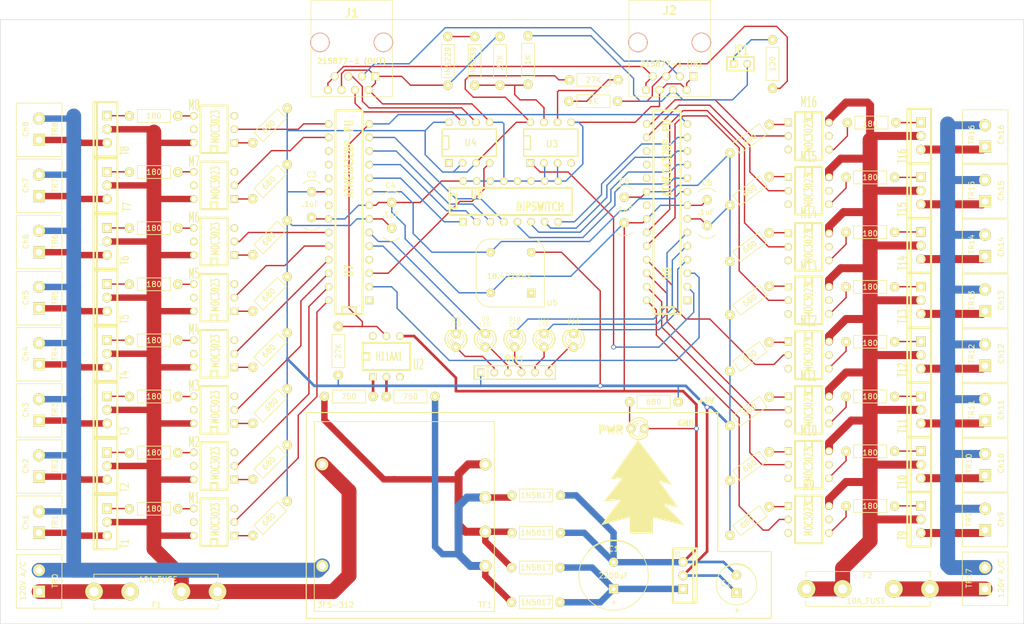
<source format=kicad_pcb>
(kicad_pcb (version 3) (host pcbnew "(2013-07-07 BZR 4022)-stable")
  (layers (15 F.Cu signal) (0 B.Cu signal) (18 B.Paste user) (19 F.Paste user) (20 B.SilkS user) (21 F.SilkS user) (22 B.Mask user) (23 F.Mask user) (28 Edge.Cuts user))
  (net 0 "")
  (net 1 +5V)
  (net 2 GND)
  (net 3 N-000001)
  (net 4 N-0000010)
  (net 5 N-00000101)
  (net 6 N-00000102)
  (net 7 N-00000103)
  (net 8 N-00000104)
  (net 9 N-00000105)
  (net 10 N-00000106)
  (net 11 N-00000107)
  (net 12 N-00000108)
  (net 13 N-00000109)
  (net 14 N-0000011)
  (net 15 N-00000110)
  (net 16 N-00000111)
  (net 17 N-00000112)
  (net 18 N-00000113)
  (net 19 N-00000114)
  (net 20 N-00000115)
  (net 21 N-00000116)
  (net 22 N-00000117)
  (net 23 N-00000118)
  (net 24 N-00000119)
  (net 25 N-0000012)
  (net 26 N-0000013)
  (net 27 N-00000136)
  (net 28 N-00000137)
  (net 29 N-00000138)
  (net 30 N-0000014)
  (net 31 N-0000015)
  (net 32 N-00000155)
  (net 33 N-0000016)
  (net 34 N-00000165)
  (net 35 N-00000166)
  (net 36 N-00000167)
  (net 37 N-00000168)
  (net 38 N-0000017)
  (net 39 N-0000018)
  (net 40 N-0000019)
  (net 41 N-000002)
  (net 42 N-0000020)
  (net 43 N-0000021)
  (net 44 N-0000022)
  (net 45 N-0000023)
  (net 46 N-0000024)
  (net 47 N-0000025)
  (net 48 N-0000026)
  (net 49 N-0000027)
  (net 50 N-0000028)
  (net 51 N-0000029)
  (net 52 N-000003)
  (net 53 N-0000030)
  (net 54 N-0000031)
  (net 55 N-0000032)
  (net 56 N-0000033)
  (net 57 N-0000034)
  (net 58 N-0000035)
  (net 59 N-0000036)
  (net 60 N-0000037)
  (net 61 N-0000038)
  (net 62 N-0000039)
  (net 63 N-000004)
  (net 64 N-0000040)
  (net 65 N-0000041)
  (net 66 N-0000042)
  (net 67 N-0000043)
  (net 68 N-0000044)
  (net 69 N-0000045)
  (net 70 N-0000046)
  (net 71 N-0000047)
  (net 72 N-0000048)
  (net 73 N-0000049)
  (net 74 N-000005)
  (net 75 N-0000050)
  (net 76 N-0000051)
  (net 77 N-0000052)
  (net 78 N-0000053)
  (net 79 N-0000054)
  (net 80 N-0000055)
  (net 81 N-0000056)
  (net 82 N-0000057)
  (net 83 N-0000058)
  (net 84 N-0000059)
  (net 85 N-000006)
  (net 86 N-0000060)
  (net 87 N-0000061)
  (net 88 N-0000062)
  (net 89 N-0000063)
  (net 90 N-0000064)
  (net 91 N-0000065)
  (net 92 N-0000066)
  (net 93 N-0000067)
  (net 94 N-0000068)
  (net 95 N-0000069)
  (net 96 N-000007)
  (net 97 N-0000070)
  (net 98 N-0000071)
  (net 99 N-0000072)
  (net 100 N-0000073)
  (net 101 N-0000074)
  (net 102 N-0000075)
  (net 103 N-0000076)
  (net 104 N-0000077)
  (net 105 N-0000078)
  (net 106 N-0000079)
  (net 107 N-000008)
  (net 108 N-0000081)
  (net 109 N-0000082)
  (net 110 N-0000083)
  (net 111 N-0000084)
  (net 112 N-0000085)
  (net 113 N-0000086)
  (net 114 N-0000087)
  (net 115 N-0000088)
  (net 116 N-0000089)
  (net 117 N-000009)
  (net 118 N-0000090)
  (net 119 N-0000091)
  (net 120 N-0000092)
  (net 121 N-0000093)
  (net 122 N-0000094)
  (net 123 N-0000095)
  (net 124 N-0000096)
  (net 125 N-0000097)
  (net 126 N-0000098)
  (net 127 N-0000099)
  (module Transformer (layer F.Cu) (at 194.5 200)
    (fp_text reference TF1 (at 15 17) (layer F.SilkS))
    (fp_text value 3FS-312 (at -13 17) (layer F.SilkS))
    (pad 1 thru_hole circle (at -15.5 -9.3) (size 2.25 2.25) (drill 1.25) (layers *.Cu *.Mask F.SilkS) (net 107 N-000008))
    (pad 4 thru_hole circle (at -15.5 9.7) (size 2.25 2.25) (drill 1.25) (layers *.Cu *.Mask F.SilkS) (net 18 N-00000113))
    (pad 5 thru_hole circle (at 15 -9.3) (size 2.25 2.25) (drill 1.25) (layers *.Cu *.Mask F.SilkS) (net 35 N-00000166))
    (pad 6 thru_hole circle (at 15 -3.1) (size 2.25 2.25) (drill 1.25) (layers *.Cu *.Mask F.SilkS) (net 36 N-00000167))
    (pad 7 thru_hole circle (at 15 3.3) (size 2.25 2.25) (drill 1.25) (layers *.Cu *.Mask F.SilkS) (net 35 N-00000166))
    (pad 8 thru_hole circle (at 15 9.7) (size 2.25 2.25) (drill 1.25) (layers *.Cu *.Mask F.SilkS) (net 36 N-00000167))
  )
  (module TO220_VERT (layer F.Cu) (at 246.5 211.5)
    (fp_text reference U1 (at -1 -4) (layer F.SilkS) (effects (font (size 1 0.5) (thickness 0.125))))
    (fp_text value LF50CV hide)
    (pad 2 thru_hole circle (at 0 -2.54) (size 1.778 1.778) (drill 1.016) (layers *.Cu *.Mask F.SilkS) (net 2 GND))
    (pad 3 thru_hole circle (at 0 0) (size 1.778 1.778) (drill 1.016) (layers *.Cu *.Mask F.SilkS) (net 1 +5V))
    (pad 1 thru_hole rect (at 0 2.54) (size 1.778 1.778) (drill 1.016) (layers *.Cu *.Mask F.SilkS) (net 22 N-00000117))
  )
  (module TO220_VERT (layer F.Cu) (at 291 129.25 180)
    (fp_text reference T16 (at 3.5 -3.75 270) (layer F.SilkS) (effects (font (size 1.524 1.016) (thickness 0.2032))))
    (fp_text value BTA06 hide)
    (pad 2 thru_hole circle (at 0 -2.54 180) (size 1.778 1.778) (drill 1.016) (layers *.Cu *.Mask F.SilkS) (net 80 N-0000055))
    (pad 3 thru_hole circle (at 0 0 180) (size 1.778 1.778) (drill 1.016) (layers *.Cu *.Mask F.SilkS) (net 32 N-00000155))
    (pad 1 thru_hole rect (at 0 2.54 180) (size 1.778 1.778) (drill 1.016) (layers *.Cu *.Mask F.SilkS) (net 46 N-0000024))
  )
  (module TO220_VERT (layer F.Cu) (at 291 139.5 180)
    (fp_text reference T15 (at 3.5 -3.5 270) (layer F.SilkS) (effects (font (size 1.524 1.016) (thickness 0.2032))))
    (fp_text value BTA06 hide)
    (pad 2 thru_hole circle (at 0 -2.54 180) (size 1.778 1.778) (drill 1.016) (layers *.Cu *.Mask F.SilkS) (net 88 N-0000062))
    (pad 3 thru_hole circle (at 0 0 180) (size 1.778 1.778) (drill 1.016) (layers *.Cu *.Mask F.SilkS) (net 32 N-00000155))
    (pad 1 thru_hole rect (at 0 2.54 180) (size 1.778 1.778) (drill 1.016) (layers *.Cu *.Mask F.SilkS) (net 47 N-0000025))
  )
  (module TO220_VERT (layer F.Cu) (at 291 149.75 180)
    (fp_text reference T14 (at 3.5 -3.25 270) (layer F.SilkS) (effects (font (size 1.524 1.016) (thickness 0.2032))))
    (fp_text value BTA06 hide)
    (pad 2 thru_hole circle (at 0 -2.54 180) (size 1.778 1.778) (drill 1.016) (layers *.Cu *.Mask F.SilkS) (net 87 N-0000061))
    (pad 3 thru_hole circle (at 0 0 180) (size 1.778 1.778) (drill 1.016) (layers *.Cu *.Mask F.SilkS) (net 32 N-00000155))
    (pad 1 thru_hole rect (at 0 2.54 180) (size 1.778 1.778) (drill 1.016) (layers *.Cu *.Mask F.SilkS) (net 48 N-0000026))
  )
  (module TO220_VERT (layer F.Cu) (at 291 160 180)
    (fp_text reference T13 (at 3.5 -3 270) (layer F.SilkS) (effects (font (size 1.524 1.016) (thickness 0.2032))))
    (fp_text value BTA06 hide)
    (pad 2 thru_hole circle (at 0 -2.54 180) (size 1.778 1.778) (drill 1.016) (layers *.Cu *.Mask F.SilkS) (net 86 N-0000060))
    (pad 3 thru_hole circle (at 0 0 180) (size 1.778 1.778) (drill 1.016) (layers *.Cu *.Mask F.SilkS) (net 32 N-00000155))
    (pad 1 thru_hole rect (at 0 2.54 180) (size 1.778 1.778) (drill 1.016) (layers *.Cu *.Mask F.SilkS) (net 49 N-0000027))
  )
  (module TO220_VERT (layer F.Cu) (at 291 170.25 180)
    (fp_text reference T12 (at 3.5 -2.75 270) (layer F.SilkS) (effects (font (size 1.524 1.016) (thickness 0.2032))))
    (fp_text value BTA06 hide)
    (pad 2 thru_hole circle (at 0 -2.54 180) (size 1.778 1.778) (drill 1.016) (layers *.Cu *.Mask F.SilkS) (net 84 N-0000059))
    (pad 3 thru_hole circle (at 0 0 180) (size 1.778 1.778) (drill 1.016) (layers *.Cu *.Mask F.SilkS) (net 32 N-00000155))
    (pad 1 thru_hole rect (at 0 2.54 180) (size 1.778 1.778) (drill 1.016) (layers *.Cu *.Mask F.SilkS) (net 50 N-0000028))
  )
  (module TO220_VERT (layer F.Cu) (at 291 180.5 180)
    (fp_text reference T11 (at 3.5 -3 270) (layer F.SilkS) (effects (font (size 1.524 1.016) (thickness 0.2032))))
    (fp_text value BTA06 hide)
    (pad 2 thru_hole circle (at 0 -2.54 180) (size 1.778 1.778) (drill 1.016) (layers *.Cu *.Mask F.SilkS) (net 83 N-0000058))
    (pad 3 thru_hole circle (at 0 0 180) (size 1.778 1.778) (drill 1.016) (layers *.Cu *.Mask F.SilkS) (net 32 N-00000155))
    (pad 1 thru_hole rect (at 0 2.54 180) (size 1.778 1.778) (drill 1.016) (layers *.Cu *.Mask F.SilkS) (net 51 N-0000029))
  )
  (module TO220_VERT (layer F.Cu) (at 291 190.75 180)
    (fp_text reference T10 (at 3.5 -3.25 270) (layer F.SilkS) (effects (font (size 1.524 1.016) (thickness 0.2032))))
    (fp_text value BTA06 hide)
    (pad 2 thru_hole circle (at 0 -2.54 180) (size 1.778 1.778) (drill 1.016) (layers *.Cu *.Mask F.SilkS) (net 82 N-0000057))
    (pad 3 thru_hole circle (at 0 0 180) (size 1.778 1.778) (drill 1.016) (layers *.Cu *.Mask F.SilkS) (net 32 N-00000155))
    (pad 1 thru_hole rect (at 0 2.54 180) (size 1.778 1.778) (drill 1.016) (layers *.Cu *.Mask F.SilkS) (net 53 N-0000030))
  )
  (module TO220_VERT (layer F.Cu) (at 291 201 180)
    (fp_text reference T9 (at 3.5 -3 270) (layer F.SilkS) (effects (font (size 1.524 1.016) (thickness 0.2032))))
    (fp_text value BTA06 hide)
    (pad 2 thru_hole circle (at 0 -2.54 180) (size 1.778 1.778) (drill 1.016) (layers *.Cu *.Mask F.SilkS) (net 81 N-0000056))
    (pad 3 thru_hole circle (at 0 0 180) (size 1.778 1.778) (drill 1.016) (layers *.Cu *.Mask F.SilkS) (net 32 N-00000155))
    (pad 1 thru_hole rect (at 0 2.54 180) (size 1.778 1.778) (drill 1.016) (layers *.Cu *.Mask F.SilkS) (net 60 N-0000037))
  )
  (module TO220_VERT (layer F.Cu) (at 138.75 128 180)
    (fp_text reference T8 (at -3.25 -4 270) (layer F.SilkS) (effects (font (size 1.524 1.016) (thickness 0.2032))))
    (fp_text value BTA06 hide)
    (pad 2 thru_hole circle (at 0 -2.54 180) (size 1.778 1.778) (drill 1.016) (layers *.Cu *.Mask F.SilkS) (net 3 N-000001))
    (pad 3 thru_hole circle (at 0 0 180) (size 1.778 1.778) (drill 1.016) (layers *.Cu *.Mask F.SilkS) (net 107 N-000008))
    (pad 1 thru_hole rect (at 0 2.54 180) (size 1.778 1.778) (drill 1.016) (layers *.Cu *.Mask F.SilkS) (net 98 N-0000071))
  )
  (module TO220_VERT (layer F.Cu) (at 138.75 138.5 180)
    (fp_text reference T7 (at -3.75 -4 270) (layer F.SilkS) (effects (font (size 1.524 1.016) (thickness 0.2032))))
    (fp_text value BTA06 hide)
    (pad 2 thru_hole circle (at 0 -2.54 180) (size 1.778 1.778) (drill 1.016) (layers *.Cu *.Mask F.SilkS) (net 96 N-000007))
    (pad 3 thru_hole circle (at 0 0 180) (size 1.778 1.778) (drill 1.016) (layers *.Cu *.Mask F.SilkS) (net 107 N-000008))
    (pad 1 thru_hole rect (at 0 2.54 180) (size 1.778 1.778) (drill 1.016) (layers *.Cu *.Mask F.SilkS) (net 100 N-0000073))
  )
  (module TO220_VERT (layer F.Cu) (at 138.75 149 180)
    (fp_text reference T6 (at -3.25 -3.5 270) (layer F.SilkS) (effects (font (size 1.524 1.016) (thickness 0.2032))))
    (fp_text value BTA06 hide)
    (pad 2 thru_hole circle (at 0 -2.54 180) (size 1.778 1.778) (drill 1.016) (layers *.Cu *.Mask F.SilkS) (net 85 N-000006))
    (pad 3 thru_hole circle (at 0 0 180) (size 1.778 1.778) (drill 1.016) (layers *.Cu *.Mask F.SilkS) (net 107 N-000008))
    (pad 1 thru_hole rect (at 0 2.54 180) (size 1.778 1.778) (drill 1.016) (layers *.Cu *.Mask F.SilkS) (net 102 N-0000075))
  )
  (module TO220_VERT (layer F.Cu) (at 138.75 159.5 180)
    (fp_text reference T5 (at -3.25 -4 270) (layer F.SilkS) (effects (font (size 1.524 1.016) (thickness 0.2032))))
    (fp_text value BTA06 hide)
    (pad 2 thru_hole circle (at 0 -2.54 180) (size 1.778 1.778) (drill 1.016) (layers *.Cu *.Mask F.SilkS) (net 74 N-000005))
    (pad 3 thru_hole circle (at 0 0 180) (size 1.778 1.778) (drill 1.016) (layers *.Cu *.Mask F.SilkS) (net 107 N-000008))
    (pad 1 thru_hole rect (at 0 2.54 180) (size 1.778 1.778) (drill 1.016) (layers *.Cu *.Mask F.SilkS) (net 104 N-0000077))
  )
  (module TO220_VERT (layer F.Cu) (at 138.75 180.5 180)
    (fp_text reference T3 (at -3.25 -4 270) (layer F.SilkS) (effects (font (size 1.524 1.016) (thickness 0.2032))))
    (fp_text value BTA06 hide)
    (pad 2 thru_hole circle (at 0 -2.54 180) (size 1.778 1.778) (drill 1.016) (layers *.Cu *.Mask F.SilkS) (net 52 N-000003))
    (pad 3 thru_hole circle (at 0 0 180) (size 1.778 1.778) (drill 1.016) (layers *.Cu *.Mask F.SilkS) (net 107 N-000008))
    (pad 1 thru_hole rect (at 0 2.54 180) (size 1.778 1.778) (drill 1.016) (layers *.Cu *.Mask F.SilkS) (net 73 N-0000049))
  )
  (module TO220_VERT (layer F.Cu) (at 138.75 191 180)
    (fp_text reference T2 (at -3.25 -4 270) (layer F.SilkS) (effects (font (size 1.524 1.016) (thickness 0.2032))))
    (fp_text value BTA06 hide)
    (pad 2 thru_hole circle (at 0 -2.54 180) (size 1.778 1.778) (drill 1.016) (layers *.Cu *.Mask F.SilkS) (net 41 N-000002))
    (pad 3 thru_hole circle (at 0 0 180) (size 1.778 1.778) (drill 1.016) (layers *.Cu *.Mask F.SilkS) (net 107 N-000008))
    (pad 1 thru_hole rect (at 0 2.54 180) (size 1.778 1.778) (drill 1.016) (layers *.Cu *.Mask F.SilkS) (net 76 N-0000051))
  )
  (module TO220_VERT (layer F.Cu) (at 138.75 201.5 180)
    (fp_text reference T1 (at -3.25 -4 270) (layer F.SilkS) (effects (font (size 1.524 1.016) (thickness 0.2032))))
    (fp_text value BTA06 hide)
    (pad 2 thru_hole circle (at 0 -2.54 180) (size 1.778 1.778) (drill 1.016) (layers *.Cu *.Mask F.SilkS) (net 42 N-0000020))
    (pad 3 thru_hole circle (at 0 0 180) (size 1.778 1.778) (drill 1.016) (layers *.Cu *.Mask F.SilkS) (net 107 N-000008))
    (pad 1 thru_hole rect (at 0 2.54 180) (size 1.778 1.778) (drill 1.016) (layers *.Cu *.Mask F.SilkS) (net 78 N-0000053))
  )
  (module TO220_VERT (layer F.Cu) (at 138.75 170 180)
    (fp_text reference T4 (at -3.25 -4 270) (layer F.SilkS) (effects (font (size 1.524 1.016) (thickness 0.2032))))
    (fp_text value BTA06 hide)
    (pad 2 thru_hole circle (at 0 -2.54 180) (size 1.778 1.778) (drill 1.016) (layers *.Cu *.Mask F.SilkS) (net 63 N-000004))
    (pad 3 thru_hole circle (at 0 0 180) (size 1.778 1.778) (drill 1.016) (layers *.Cu *.Mask F.SilkS) (net 107 N-000008))
    (pad 1 thru_hole rect (at 0 2.54 180) (size 1.778 1.778) (drill 1.016) (layers *.Cu *.Mask F.SilkS) (net 71 N-0000047))
  )
  (module Terminal (layer F.Cu) (at 303 180.5 90)
    (fp_text reference TR11 (at 0 -2.5 90) (layer F.SilkS))
    (fp_text value Ch11 (at 0 3 90) (layer F.SilkS))
    (pad 1 thru_hole rect (at -2 0 90) (size 2.25 2.25) (drill 1.25) (layers *.Cu *.Mask F.SilkS) (net 83 N-0000058))
    (pad 2 thru_hole circle (at 2 0 90) (size 2.25 2.25) (drill 1.25) (layers *.Cu *.Mask F.SilkS) (net 14 N-0000011))
  )
  (module Terminal (layer F.Cu) (at 126 128 90)
    (fp_text reference TR8 (at 0 3 90) (layer F.SilkS))
    (fp_text value Ch8 (at 0 -2.5 90) (layer F.SilkS))
    (pad 1 thru_hole rect (at -2 0 90) (size 2.25 2.25) (drill 1.25) (layers *.Cu *.Mask F.SilkS) (net 3 N-000001))
    (pad 2 thru_hole circle (at 2 0 90) (size 2.25 2.25) (drill 1.25) (layers *.Cu *.Mask F.SilkS) (net 18 N-00000113))
  )
  (module Terminal (layer F.Cu) (at 126 138.5 90)
    (fp_text reference TR7 (at 0 3 90) (layer F.SilkS))
    (fp_text value Ch7 (at 0 -2.5 90) (layer F.SilkS))
    (pad 1 thru_hole rect (at -2 0 90) (size 2.25 2.25) (drill 1.25) (layers *.Cu *.Mask F.SilkS) (net 96 N-000007))
    (pad 2 thru_hole circle (at 2 0 90) (size 2.25 2.25) (drill 1.25) (layers *.Cu *.Mask F.SilkS) (net 18 N-00000113))
  )
  (module Terminal (layer F.Cu) (at 126 149 90)
    (fp_text reference TR6 (at 0 3 90) (layer F.SilkS))
    (fp_text value Ch6 (at 0 -2.5 90) (layer F.SilkS))
    (pad 1 thru_hole rect (at -2 0 90) (size 2.25 2.25) (drill 1.25) (layers *.Cu *.Mask F.SilkS) (net 85 N-000006))
    (pad 2 thru_hole circle (at 2 0 90) (size 2.25 2.25) (drill 1.25) (layers *.Cu *.Mask F.SilkS) (net 18 N-00000113))
  )
  (module Terminal (layer F.Cu) (at 126 159.5 90)
    (fp_text reference TR5 (at 0 3 90) (layer F.SilkS))
    (fp_text value Ch5 (at 0 -2.5 90) (layer F.SilkS))
    (pad 1 thru_hole rect (at -2 0 90) (size 2.25 2.25) (drill 1.25) (layers *.Cu *.Mask F.SilkS) (net 74 N-000005))
    (pad 2 thru_hole circle (at 2 0 90) (size 2.25 2.25) (drill 1.25) (layers *.Cu *.Mask F.SilkS) (net 18 N-00000113))
  )
  (module Terminal (layer F.Cu) (at 126 170 90)
    (fp_text reference TR4 (at 0 3 90) (layer F.SilkS))
    (fp_text value Ch4 (at 0 -2.5 90) (layer F.SilkS))
    (pad 1 thru_hole rect (at -2 0 90) (size 2.25 2.25) (drill 1.25) (layers *.Cu *.Mask F.SilkS) (net 63 N-000004))
    (pad 2 thru_hole circle (at 2 0 90) (size 2.25 2.25) (drill 1.25) (layers *.Cu *.Mask F.SilkS) (net 18 N-00000113))
  )
  (module Terminal (layer F.Cu) (at 126 180.5 90)
    (fp_text reference TR3 (at 0 3 90) (layer F.SilkS))
    (fp_text value Ch3 (at 0 -2.5 90) (layer F.SilkS))
    (pad 1 thru_hole rect (at -2 0 90) (size 2.25 2.25) (drill 1.25) (layers *.Cu *.Mask F.SilkS) (net 52 N-000003))
    (pad 2 thru_hole circle (at 2 0 90) (size 2.25 2.25) (drill 1.25) (layers *.Cu *.Mask F.SilkS) (net 18 N-00000113))
  )
  (module Terminal (layer F.Cu) (at 126 191 90)
    (fp_text reference TR2 (at 0 3 90) (layer F.SilkS))
    (fp_text value Ch2 (at 0 -2.5 90) (layer F.SilkS))
    (pad 1 thru_hole rect (at -2 0 90) (size 2.25 2.25) (drill 1.25) (layers *.Cu *.Mask F.SilkS) (net 41 N-000002))
    (pad 2 thru_hole circle (at 2 0 90) (size 2.25 2.25) (drill 1.25) (layers *.Cu *.Mask F.SilkS) (net 18 N-00000113))
  )
  (module Terminal (layer F.Cu) (at 303 201 90)
    (fp_text reference TR9 (at 0 -3 90) (layer F.SilkS))
    (fp_text value Ch9 (at 0 3 90) (layer F.SilkS))
    (pad 1 thru_hole rect (at -2 0 90) (size 2.25 2.25) (drill 1.25) (layers *.Cu *.Mask F.SilkS) (net 81 N-0000056))
    (pad 2 thru_hole circle (at 2 0 90) (size 2.25 2.25) (drill 1.25) (layers *.Cu *.Mask F.SilkS) (net 14 N-0000011))
  )
  (module Terminal (layer F.Cu) (at 303 190.75 90)
    (fp_text reference TR10 (at 0.25 -3 90) (layer F.SilkS))
    (fp_text value Ch10 (at 0.25 3 90) (layer F.SilkS))
    (pad 1 thru_hole rect (at -2 0 90) (size 2.25 2.25) (drill 1.25) (layers *.Cu *.Mask F.SilkS) (net 82 N-0000057))
    (pad 2 thru_hole circle (at 2 0 90) (size 2.25 2.25) (drill 1.25) (layers *.Cu *.Mask F.SilkS) (net 14 N-0000011))
  )
  (module Terminal (layer F.Cu) (at 303 170.25 90)
    (fp_text reference TR12 (at 0.25 -2.5 90) (layer F.SilkS))
    (fp_text value Ch12 (at 0.25 3 90) (layer F.SilkS))
    (pad 1 thru_hole rect (at -2 0 90) (size 2.25 2.25) (drill 1.25) (layers *.Cu *.Mask F.SilkS) (net 84 N-0000059))
    (pad 2 thru_hole circle (at 2 0 90) (size 2.25 2.25) (drill 1.25) (layers *.Cu *.Mask F.SilkS) (net 14 N-0000011))
  )
  (module Terminal (layer F.Cu) (at 303 160 90)
    (fp_text reference TR13 (at 0 -2.5 90) (layer F.SilkS))
    (fp_text value Ch13 (at 0 3 90) (layer F.SilkS))
    (pad 1 thru_hole rect (at -2 0 90) (size 2.25 2.25) (drill 1.25) (layers *.Cu *.Mask F.SilkS) (net 86 N-0000060))
    (pad 2 thru_hole circle (at 2 0 90) (size 2.25 2.25) (drill 1.25) (layers *.Cu *.Mask F.SilkS) (net 14 N-0000011))
  )
  (module Terminal (layer F.Cu) (at 303 149.75 90)
    (fp_text reference TR14 (at 0.25 -2.5 90) (layer F.SilkS))
    (fp_text value Ch14 (at -0.25 3 90) (layer F.SilkS))
    (pad 1 thru_hole rect (at -2 0 90) (size 2.25 2.25) (drill 1.25) (layers *.Cu *.Mask F.SilkS) (net 87 N-0000061))
    (pad 2 thru_hole circle (at 2 0 90) (size 2.25 2.25) (drill 1.25) (layers *.Cu *.Mask F.SilkS) (net 14 N-0000011))
  )
  (module Terminal (layer F.Cu) (at 303 139.5 90)
    (fp_text reference TR15 (at 0 -2.5 90) (layer F.SilkS))
    (fp_text value Ch15 (at 0 3 90) (layer F.SilkS))
    (pad 1 thru_hole rect (at -2 0 90) (size 2.25 2.25) (drill 1.25) (layers *.Cu *.Mask F.SilkS) (net 88 N-0000062))
    (pad 2 thru_hole circle (at 2 0 90) (size 2.25 2.25) (drill 1.25) (layers *.Cu *.Mask F.SilkS) (net 14 N-0000011))
  )
  (module Terminal (layer F.Cu) (at 303 129.25 90)
    (fp_text reference TR16 (at 0.25 -2.5 90) (layer F.SilkS))
    (fp_text value Ch16 (at 0.25 3 90) (layer F.SilkS))
    (pad 1 thru_hole rect (at -2 0 90) (size 2.25 2.25) (drill 1.25) (layers *.Cu *.Mask F.SilkS) (net 80 N-0000055))
    (pad 2 thru_hole circle (at 2 0 90) (size 2.25 2.25) (drill 1.25) (layers *.Cu *.Mask F.SilkS) (net 14 N-0000011))
  )
  (module Terminal (layer F.Cu) (at 126 201.5 90)
    (fp_text reference TR1 (at 0 3 90) (layer F.SilkS))
    (fp_text value Ch1 (at 0 -2.5 90) (layer F.SilkS))
    (pad 1 thru_hole rect (at -2 0 90) (size 2.25 2.25) (drill 1.25) (layers *.Cu *.Mask F.SilkS) (net 42 N-0000020))
    (pad 2 thru_hole circle (at 2 0 90) (size 2.25 2.25) (drill 1.25) (layers *.Cu *.Mask F.SilkS) (net 18 N-00000113))
  )
  (module SIL-2 (layer F.Cu) (at 257.25 115.75)
    (fp_text reference JP1 (at 0 -2.54) (layer F.SilkS) (effects (font (size 1.72974 1.08712) (thickness 0.3048))))
    (fp_text value JUMPER hide)
    (pad 1 thru_hole rect (at -1.27 0) (size 1.397 1.397) (drill 0.8128) (layers *.Cu *.Mask F.SilkS) (net 33 N-0000016))
    (pad 2 thru_hole circle (at 1.27 0) (size 1.397 1.397) (drill 0.8128) (layers *.Cu *.Mask F.SilkS) (net 38 N-0000017))
  )
  (module RJ45_8 (layer F.Cu) (at 184.5 111.75 180)
    (fp_text reference J1 (at 0 5.5 180) (layer F.SilkS) (effects (font (size 1.524 1.524) (thickness 0.3048))))
    (fp_text value "215877-1 (OUT)" (at 0 -3.5 180) (layer F.SilkS) (effects (font (size 1.00076 1.00076) (thickness 0.2032))))
    (pad Hole np_thru_hole circle (at 5.93852 0 180) (size 3.64998 3.64998) (drill 3.2512) (layers *.Cu *.SilkS *.Mask))
    (pad Hole np_thru_hole circle (at -5.9309 0 180) (size 3.64998 3.64998) (drill 3.2512) (layers *.Cu *.SilkS *.Mask))
    (pad 1 thru_hole rect (at -4.445 -6.35 180) (size 1.50114 1.50114) (drill 0.89916) (layers *.Cu *.Mask F.SilkS) (net 2 GND))
    (pad 2 thru_hole circle (at -3.175 -8.89 180) (size 1.50114 1.50114) (drill 0.89916) (layers *.Cu *.Mask F.SilkS) (net 2 GND))
    (pad 3 thru_hole circle (at -1.905 -6.35 180) (size 1.50114 1.50114) (drill 0.89916) (layers *.Cu *.Mask F.SilkS) (net 20 N-00000115))
    (pad 4 thru_hole circle (at -0.635 -8.89 180) (size 1.50114 1.50114) (drill 0.89916) (layers *.Cu *.Mask F.SilkS) (net 45 N-0000023))
    (pad 5 thru_hole circle (at 0.635 -6.35 180) (size 1.50114 1.50114) (drill 0.89916) (layers *.Cu *.Mask F.SilkS) (net 43 N-0000021))
    (pad 6 thru_hole circle (at 1.905 -8.89 180) (size 1.50114 1.50114) (drill 0.89916) (layers *.Cu *.Mask F.SilkS) (net 2 GND))
    (pad 7 thru_hole circle (at 3.175 -6.35 180) (size 1.50114 1.50114) (drill 0.89916) (layers *.Cu *.Mask F.SilkS) (net 39 N-0000018))
    (pad 8 thru_hole circle (at 4.445 -8.89 180) (size 1.50114 1.50114) (drill 0.89916) (layers *.Cu *.Mask F.SilkS) (net 39 N-0000018))
  )
  (module RJ45_8 (layer F.Cu) (at 244 111.75 180)
    (fp_text reference J2 (at 0 6 180) (layer F.SilkS) (effects (font (size 1.524 1.524) (thickness 0.3048))))
    (fp_text value "215877-1 (IN)" (at -0.25 -4 180) (layer F.SilkS) (effects (font (size 1.00076 1.00076) (thickness 0.2032))))
    (pad Hole np_thru_hole circle (at 5.93852 0 180) (size 3.64998 3.64998) (drill 3.2512) (layers *.Cu *.SilkS *.Mask))
    (pad Hole np_thru_hole circle (at -5.9309 0 180) (size 3.64998 3.64998) (drill 3.2512) (layers *.Cu *.SilkS *.Mask))
    (pad 1 thru_hole rect (at -4.445 -6.35 180) (size 1.50114 1.50114) (drill 0.89916) (layers *.Cu *.Mask F.SilkS) (net 2 GND))
    (pad 2 thru_hole circle (at -3.175 -8.89 180) (size 1.50114 1.50114) (drill 0.89916) (layers *.Cu *.Mask F.SilkS) (net 2 GND))
    (pad 3 thru_hole circle (at -1.905 -6.35 180) (size 1.50114 1.50114) (drill 0.89916) (layers *.Cu *.Mask F.SilkS) (net 20 N-00000115))
    (pad 4 thru_hole circle (at -0.635 -8.89 180) (size 1.50114 1.50114) (drill 0.89916) (layers *.Cu *.Mask F.SilkS) (net 38 N-0000017))
    (pad 5 thru_hole circle (at 0.635 -6.35 180) (size 1.50114 1.50114) (drill 0.89916) (layers *.Cu *.Mask F.SilkS) (net 31 N-0000015))
    (pad 6 thru_hole circle (at 1.905 -8.89 180) (size 1.50114 1.50114) (drill 0.89916) (layers *.Cu *.Mask F.SilkS) (net 2 GND))
    (pad 7 thru_hole circle (at 3.175 -6.35 180) (size 1.50114 1.50114) (drill 0.89916) (layers *.Cu *.Mask F.SilkS) (net 39 N-0000018))
    (pad 8 thru_hole circle (at 4.445 -8.89 180) (size 1.50114 1.50114) (drill 0.89916) (layers *.Cu *.Mask F.SilkS) (net 39 N-0000018))
  )
  (module Resisitor (layer F.Cu) (at 281.5 178 180)
    (fp_text reference R211 hide)
    (fp_text value 180 (at 0 0 180) (layer F.SilkS))
    (pad 1 thru_hole circle (at -4.6 0 180) (size 1.75 1.75) (drill 0.75) (layers *.Cu *.Mask F.SilkS) (net 51 N-0000029))
    (pad 2 thru_hole circle (at 4.5 0 180) (size 1.75 1.75) (drill 0.75) (layers *.Cu *.Mask F.SilkS) (net 94 N-0000068))
  )
  (module Resisitor (layer F.Cu) (at 281.5 188.25 180)
    (fp_text reference R210 hide)
    (fp_text value 180 (at 0 -0.25 180) (layer F.SilkS))
    (pad 1 thru_hole circle (at -4.6 0 180) (size 1.75 1.75) (drill 0.75) (layers *.Cu *.Mask F.SilkS) (net 53 N-0000030))
    (pad 2 thru_hole circle (at 4.5 0 180) (size 1.75 1.75) (drill 0.75) (layers *.Cu *.Mask F.SilkS) (net 95 N-0000069))
  )
  (module Resisitor (layer F.Cu) (at 259 139.5 36)
    (fp_text reference R115 hide)
    (fp_text value 680 (at 0 0 36) (layer F.SilkS))
    (pad 1 thru_hole circle (at -4.6 0 36) (size 1.75 1.75) (drill 0.75) (layers *.Cu *.Mask F.SilkS) (net 1 +5V))
    (pad 2 thru_hole circle (at 4.5 0 36) (size 1.75 1.75) (drill 0.75) (layers *.Cu *.Mask F.SilkS) (net 56 N-0000033))
  )
  (module Resisitor (layer F.Cu) (at 281.5 198.5 180)
    (fp_text reference R209 hide)
    (fp_text value 180 (at 0 0 180) (layer F.SilkS))
    (pad 1 thru_hole circle (at -4.6 0 180) (size 1.75 1.75) (drill 0.75) (layers *.Cu *.Mask F.SilkS) (net 60 N-0000037))
    (pad 2 thru_hole circle (at 4.5 0 180) (size 1.75 1.75) (drill 0.75) (layers *.Cu *.Mask F.SilkS) (net 97 N-0000070))
  )
  (module Resisitor (layer F.Cu) (at 281.5 167.75 180)
    (fp_text reference R212 hide)
    (fp_text value 180 (at 0 -0.25 180) (layer F.SilkS))
    (pad 1 thru_hole circle (at -4.6 0 180) (size 1.75 1.75) (drill 0.75) (layers *.Cu *.Mask F.SilkS) (net 50 N-0000028))
    (pad 2 thru_hole circle (at 4.5 0 180) (size 1.75 1.75) (drill 0.75) (layers *.Cu *.Mask F.SilkS) (net 93 N-0000067))
  )
  (module Resisitor (layer F.Cu) (at 281.5 157.5 180)
    (fp_text reference R213 hide)
    (fp_text value 180 (at 0 0 180) (layer F.SilkS))
    (pad 1 thru_hole circle (at -4.6 0 180) (size 1.75 1.75) (drill 0.75) (layers *.Cu *.Mask F.SilkS) (net 49 N-0000027))
    (pad 2 thru_hole circle (at 4.5 0 180) (size 1.75 1.75) (drill 0.75) (layers *.Cu *.Mask F.SilkS) (net 92 N-0000066))
  )
  (module Resisitor (layer F.Cu) (at 281.5 147.25 180)
    (fp_text reference R214 hide)
    (fp_text value 180 (at 0 -0.25 180) (layer F.SilkS))
    (pad 1 thru_hole circle (at -4.6 0 180) (size 1.75 1.75) (drill 0.75) (layers *.Cu *.Mask F.SilkS) (net 48 N-0000026))
    (pad 2 thru_hole circle (at 4.5 0 180) (size 1.75 1.75) (drill 0.75) (layers *.Cu *.Mask F.SilkS) (net 91 N-0000065))
  )
  (module Resisitor (layer F.Cu) (at 281.5 137 180)
    (fp_text reference R215 hide)
    (fp_text value 180 (at 0 0 180) (layer F.SilkS))
    (pad 1 thru_hole circle (at -4.6 0 180) (size 1.75 1.75) (drill 0.75) (layers *.Cu *.Mask F.SilkS) (net 47 N-0000025))
    (pad 2 thru_hole circle (at 4.5 0 180) (size 1.75 1.75) (drill 0.75) (layers *.Cu *.Mask F.SilkS) (net 90 N-0000064))
  )
  (module Resisitor (layer F.Cu) (at 281.75 126.75 180)
    (fp_text reference R216 hide)
    (fp_text value 180 (at 0.25 -0.25 180) (layer F.SilkS))
    (pad 1 thru_hole circle (at -4.6 0 180) (size 1.75 1.75) (drill 0.75) (layers *.Cu *.Mask F.SilkS) (net 46 N-0000024))
    (pad 2 thru_hole circle (at 4.5 0 180) (size 1.75 1.75) (drill 0.75) (layers *.Cu *.Mask F.SilkS) (net 89 N-0000063))
  )
  (module Resisitor (layer F.Cu) (at 241 179 180)
    (fp_text reference R1 hide)
    (fp_text value 680 (at 0 0 180) (layer F.SilkS))
    (pad 1 thru_hole circle (at -4.6 0 180) (size 1.75 1.75) (drill 0.75) (layers *.Cu *.Mask F.SilkS) (net 1 +5V))
    (pad 2 thru_hole circle (at 4.5 0 180) (size 1.75 1.75) (drill 0.75) (layers *.Cu *.Mask F.SilkS) (net 34 N-00000165))
  )
  (module Resisitor (layer F.Cu) (at 259 150 36)
    (fp_text reference R114 hide)
    (fp_text value 680 (at 0 0 36) (layer F.SilkS))
    (pad 1 thru_hole circle (at -4.6 0 36) (size 1.75 1.75) (drill 0.75) (layers *.Cu *.Mask F.SilkS) (net 1 +5V))
    (pad 2 thru_hole circle (at 4.5 0 36) (size 1.75 1.75) (drill 0.75) (layers *.Cu *.Mask F.SilkS) (net 55 N-0000032))
  )
  (module Resisitor (layer F.Cu) (at 169.25 190.25 45)
    (fp_text reference R102 hide)
    (fp_text value 680 (at -0.353553 0 45) (layer F.SilkS))
    (pad 1 thru_hole circle (at -4.6 0 45) (size 1.75 1.75) (drill 0.75) (layers *.Cu *.Mask F.SilkS) (net 64 N-0000040))
    (pad 2 thru_hole circle (at 4.5 0 45) (size 1.75 1.75) (drill 0.75) (layers *.Cu *.Mask F.SilkS) (net 1 +5V))
  )
  (module Resisitor (layer F.Cu) (at 169.25 200.75 45)
    (fp_text reference R101 hide)
    (fp_text value 680 (at -0.353553 0 45) (layer F.SilkS))
    (pad 1 thru_hole circle (at -4.6 0 45) (size 1.75 1.75) (drill 0.75) (layers *.Cu *.Mask F.SilkS) (net 62 N-0000039))
    (pad 2 thru_hole circle (at 4.5 0 45) (size 1.75 1.75) (drill 0.75) (layers *.Cu *.Mask F.SilkS) (net 1 +5V))
  )
  (module Resisitor (layer F.Cu) (at 169.25 179.75 45)
    (fp_text reference R103 hide)
    (fp_text value 680 (at 0.353553 0 45) (layer F.SilkS))
    (pad 1 thru_hole circle (at -4.6 0 45) (size 1.75 1.75) (drill 0.75) (layers *.Cu *.Mask F.SilkS) (net 65 N-0000041))
    (pad 2 thru_hole circle (at 4.5 0 45) (size 1.75 1.75) (drill 0.75) (layers *.Cu *.Mask F.SilkS) (net 1 +5V))
  )
  (module Resisitor (layer F.Cu) (at 169.25 169.25 45)
    (fp_text reference R104 hide)
    (fp_text value 680 (at -0.353553 0 45) (layer F.SilkS))
    (pad 1 thru_hole circle (at -4.6 0 45) (size 1.75 1.75) (drill 0.75) (layers *.Cu *.Mask F.SilkS) (net 66 N-0000042))
    (pad 2 thru_hole circle (at 4.5 0 45) (size 1.75 1.75) (drill 0.75) (layers *.Cu *.Mask F.SilkS) (net 1 +5V))
  )
  (module Resisitor (layer F.Cu) (at 169.25 158.75 45)
    (fp_text reference R105 hide)
    (fp_text value 680 (at -0.353553 0 45) (layer F.SilkS))
    (pad 1 thru_hole circle (at -4.6 0 45) (size 1.75 1.75) (drill 0.75) (layers *.Cu *.Mask F.SilkS) (net 67 N-0000043))
    (pad 2 thru_hole circle (at 4.5 0 45) (size 1.75 1.75) (drill 0.75) (layers *.Cu *.Mask F.SilkS) (net 1 +5V))
  )
  (module Resisitor (layer F.Cu) (at 169.25 148.25 45)
    (fp_text reference R106 hide)
    (fp_text value 680 (at -0.353553 0 45) (layer F.SilkS))
    (pad 1 thru_hole circle (at -4.6 0 45) (size 1.75 1.75) (drill 0.75) (layers *.Cu *.Mask F.SilkS) (net 68 N-0000044))
    (pad 2 thru_hole circle (at 4.5 0 45) (size 1.75 1.75) (drill 0.75) (layers *.Cu *.Mask F.SilkS) (net 1 +5V))
  )
  (module Resisitor (layer F.Cu) (at 169.25 137.75 45)
    (fp_text reference R107 hide)
    (fp_text value 680 (at -0.353553 0 45) (layer F.SilkS))
    (pad 1 thru_hole circle (at -4.6 0 45) (size 1.75 1.75) (drill 0.75) (layers *.Cu *.Mask F.SilkS) (net 69 N-0000045))
    (pad 2 thru_hole circle (at 4.5 0 45) (size 1.75 1.75) (drill 0.75) (layers *.Cu *.Mask F.SilkS) (net 1 +5V))
  )
  (module Resisitor (layer F.Cu) (at 169.25 127.25 45)
    (fp_text reference R108 hide)
    (fp_text value 680 (at -0.353553 0 45) (layer F.SilkS))
    (pad 1 thru_hole circle (at -4.6 0 45) (size 1.75 1.75) (drill 0.75) (layers *.Cu *.Mask F.SilkS) (net 70 N-0000046))
    (pad 2 thru_hole circle (at 4.5 0 45) (size 1.75 1.75) (drill 0.75) (layers *.Cu *.Mask F.SilkS) (net 1 +5V))
  )
  (module Resisitor (layer F.Cu) (at 259 160 36)
    (fp_text reference R113 hide)
    (fp_text value 680 (at 0 0 36) (layer F.SilkS))
    (pad 1 thru_hole circle (at -4.6 0 36) (size 1.75 1.75) (drill 0.75) (layers *.Cu *.Mask F.SilkS) (net 1 +5V))
    (pad 2 thru_hole circle (at 4.5 0 36) (size 1.75 1.75) (drill 0.75) (layers *.Cu *.Mask F.SilkS) (net 24 N-00000119))
  )
  (module Resisitor (layer F.Cu) (at 259 170.5 36)
    (fp_text reference R112 hide)
    (fp_text value 680 (at 0 0 36) (layer F.SilkS))
    (pad 1 thru_hole circle (at -4.6 0 36) (size 1.75 1.75) (drill 0.75) (layers *.Cu *.Mask F.SilkS) (net 1 +5V))
    (pad 2 thru_hole circle (at 4.5 0 36) (size 1.75 1.75) (drill 0.75) (layers *.Cu *.Mask F.SilkS) (net 40 N-0000019))
  )
  (module Resisitor (layer F.Cu) (at 147.5 146.5)
    (fp_text reference R206 hide)
    (fp_text value 180 (at 0 0) (layer F.SilkS))
    (pad 1 thru_hole circle (at -4.6 0) (size 1.75 1.75) (drill 0.75) (layers *.Cu *.Mask F.SilkS) (net 102 N-0000075))
    (pad 2 thru_hole circle (at 4.5 0) (size 1.75 1.75) (drill 0.75) (layers *.Cu *.Mask F.SilkS) (net 103 N-0000076))
  )
  (module Resisitor (layer F.Cu) (at 263.25 115.75 90)
    (fp_text reference R451 hide)
    (fp_text value 120 (at 0 0 90) (layer F.SilkS))
    (pad 1 thru_hole circle (at -4.6 0 90) (size 1.75 1.75) (drill 0.75) (layers *.Cu *.Mask F.SilkS) (net 31 N-0000015))
    (pad 2 thru_hole circle (at 4.5 0 90) (size 1.75 1.75) (drill 0.75) (layers *.Cu *.Mask F.SilkS) (net 33 N-0000016))
  )
  (module Resisitor (layer F.Cu) (at 212.25 115.25 270)
    (fp_text reference R455 hide)
    (fp_text value 27K (at 0.25 0 270) (layer F.SilkS))
    (pad 1 thru_hole circle (at -4.6 0 270) (size 1.75 1.75) (drill 0.75) (layers *.Cu *.Mask F.SilkS) (net 2 GND))
    (pad 2 thru_hole circle (at 4.5 0 270) (size 1.75 1.75) (drill 0.75) (layers *.Cu *.Mask F.SilkS) (net 26 N-0000013))
  )
  (module Resisitor (layer F.Cu) (at 217.5 115 90)
    (fp_text reference R454 hide)
    (fp_text value 1K (at 0 0 90) (layer F.SilkS))
    (pad 1 thru_hole circle (at -4.6 0 90) (size 1.75 1.75) (drill 0.75) (layers *.Cu *.Mask F.SilkS) (net 26 N-0000013))
    (pad 2 thru_hole circle (at 4.5 0 90) (size 1.75 1.75) (drill 0.75) (layers *.Cu *.Mask F.SilkS) (net 38 N-0000017))
  )
  (module Resisitor (layer F.Cu) (at 229.75 118.75 180)
    (fp_text reference R453 hide)
    (fp_text value 27K (at 0 0 180) (layer F.SilkS))
    (pad 1 thru_hole circle (at -4.6 0 180) (size 1.75 1.75) (drill 0.75) (layers *.Cu *.Mask F.SilkS) (net 25 N-0000012))
    (pad 2 thru_hole circle (at 4.5 0 180) (size 1.75 1.75) (drill 0.75) (layers *.Cu *.Mask F.SilkS) (net 1 +5V))
  )
  (module Resisitor (layer F.Cu) (at 229.75 122.75)
    (fp_text reference R452 hide)
    (fp_text value 1K (at 0 0) (layer F.SilkS))
    (pad 1 thru_hole circle (at -4.6 0) (size 1.75 1.75) (drill 0.75) (layers *.Cu *.Mask F.SilkS) (net 25 N-0000012))
    (pad 2 thru_hole circle (at 4.5 0) (size 1.75 1.75) (drill 0.75) (layers *.Cu *.Mask F.SilkS) (net 31 N-0000015))
  )
  (module Resisitor (layer F.Cu) (at 259 180.75 36)
    (fp_text reference R111 hide)
    (fp_text value 680 (at 0.146946 -0.202254 36) (layer F.SilkS))
    (pad 1 thru_hole circle (at -4.6 0 36) (size 1.75 1.75) (drill 0.75) (layers *.Cu *.Mask F.SilkS) (net 1 +5V))
    (pad 2 thru_hole circle (at 4.5 0 36) (size 1.75 1.75) (drill 0.75) (layers *.Cu *.Mask F.SilkS) (net 29 N-00000138))
  )
  (module Resisitor (layer F.Cu) (at 259 191 36)
    (fp_text reference R110 hide)
    (fp_text value 680 (at 0 0 36) (layer F.SilkS))
    (pad 1 thru_hole circle (at -4.6 0 36) (size 1.75 1.75) (drill 0.75) (layers *.Cu *.Mask F.SilkS) (net 1 +5V))
    (pad 2 thru_hole circle (at 4.5 0 36) (size 1.75 1.75) (drill 0.75) (layers *.Cu *.Mask F.SilkS) (net 28 N-00000137))
  )
  (module Resisitor (layer F.Cu) (at 147.5 125.5)
    (fp_text reference R208 hide)
    (fp_text value 180 (at 0 0) (layer F.SilkS))
    (pad 1 thru_hole circle (at -4.6 0) (size 1.75 1.75) (drill 0.75) (layers *.Cu *.Mask F.SilkS) (net 98 N-0000071))
    (pad 2 thru_hole circle (at 4.5 0) (size 1.75 1.75) (drill 0.75) (layers *.Cu *.Mask F.SilkS) (net 99 N-0000072))
  )
  (module Resisitor (layer F.Cu) (at 147.5 136)
    (fp_text reference R207 hide)
    (fp_text value 180 (at 0 0) (layer F.SilkS))
    (pad 1 thru_hole circle (at -4.6 0) (size 1.75 1.75) (drill 0.75) (layers *.Cu *.Mask F.SilkS) (net 100 N-0000073))
    (pad 2 thru_hole circle (at 4.5 0) (size 1.75 1.75) (drill 0.75) (layers *.Cu *.Mask F.SilkS) (net 101 N-0000074))
  )
  (module Resisitor (layer F.Cu) (at 259 129.75 36)
    (fp_text reference R116 hide)
    (fp_text value 680 (at -0.146946 0.202254 36) (layer F.SilkS))
    (pad 1 thru_hole circle (at -4.6 0 36) (size 1.75 1.75) (drill 0.75) (layers *.Cu *.Mask F.SilkS) (net 1 +5V))
    (pad 2 thru_hole circle (at 4.5 0 36) (size 1.75 1.75) (drill 0.75) (layers *.Cu *.Mask F.SilkS) (net 57 N-0000034))
  )
  (module Resisitor (layer F.Cu) (at 147.5 157)
    (fp_text reference R205 hide)
    (fp_text value 180 (at 0 0) (layer F.SilkS))
    (pad 1 thru_hole circle (at -4.6 0) (size 1.75 1.75) (drill 0.75) (layers *.Cu *.Mask F.SilkS) (net 104 N-0000077))
    (pad 2 thru_hole circle (at 4.5 0) (size 1.75 1.75) (drill 0.75) (layers *.Cu *.Mask F.SilkS) (net 105 N-0000078))
  )
  (module Resisitor (layer F.Cu) (at 147.5 167.5)
    (fp_text reference R204 hide)
    (fp_text value 180 (at 0 0) (layer F.SilkS))
    (pad 1 thru_hole circle (at -4.6 0) (size 1.75 1.75) (drill 0.75) (layers *.Cu *.Mask F.SilkS) (net 71 N-0000047))
    (pad 2 thru_hole circle (at 4.5 0) (size 1.75 1.75) (drill 0.75) (layers *.Cu *.Mask F.SilkS) (net 72 N-0000048))
  )
  (module Resisitor (layer F.Cu) (at 147.5 178)
    (fp_text reference R203 hide)
    (fp_text value 180 (at 0 0) (layer F.SilkS))
    (pad 1 thru_hole circle (at -4.6 0) (size 1.75 1.75) (drill 0.75) (layers *.Cu *.Mask F.SilkS) (net 73 N-0000049))
    (pad 2 thru_hole circle (at 4.5 0) (size 1.75 1.75) (drill 0.75) (layers *.Cu *.Mask F.SilkS) (net 75 N-0000050))
  )
  (module Resisitor (layer F.Cu) (at 147.5 188.5)
    (fp_text reference R202 hide)
    (fp_text value 180 (at 0 0) (layer F.SilkS))
    (pad 1 thru_hole circle (at -4.6 0) (size 1.75 1.75) (drill 0.75) (layers *.Cu *.Mask F.SilkS) (net 76 N-0000051))
    (pad 2 thru_hole circle (at 4.5 0) (size 1.75 1.75) (drill 0.75) (layers *.Cu *.Mask F.SilkS) (net 77 N-0000052))
  )
  (module Resisitor (layer F.Cu) (at 147.5 199)
    (fp_text reference R201 hide)
    (fp_text value 180 (at 0 0) (layer F.SilkS))
    (pad 1 thru_hole circle (at -4.6 0) (size 1.75 1.75) (drill 0.75) (layers *.Cu *.Mask F.SilkS) (net 78 N-0000053))
    (pad 2 thru_hole circle (at 4.5 0) (size 1.75 1.75) (drill 0.75) (layers *.Cu *.Mask F.SilkS) (net 79 N-0000054))
  )
  (module Resisitor (layer F.Cu) (at 184 178)
    (fp_text reference R2 hide)
    (fp_text value 750 (at 0 0) (layer F.SilkS))
    (pad 1 thru_hole circle (at -4.6 0) (size 1.75 1.75) (drill 0.75) (layers *.Cu *.Mask F.SilkS) (net 35 N-00000166))
    (pad 2 thru_hole circle (at 4.5 0) (size 1.75 1.75) (drill 0.75) (layers *.Cu *.Mask F.SilkS) (net 44 N-0000022))
  )
  (module Resisitor (layer F.Cu) (at 195.5 178 180)
    (fp_text reference R3 hide)
    (fp_text value 750 (at 0 0 180) (layer F.SilkS))
    (pad 1 thru_hole circle (at -4.6 0 180) (size 1.75 1.75) (drill 0.75) (layers *.Cu *.Mask F.SilkS) (net 36 N-00000167))
    (pad 2 thru_hole circle (at 4.5 0 180) (size 1.75 1.75) (drill 0.75) (layers *.Cu *.Mask F.SilkS) (net 37 N-00000168))
  )
  (module Resisitor (layer F.Cu) (at 259 201.25 36)
    (fp_text reference R109 hide)
    (fp_text value 680 (at -0.551455 -0.091638 36) (layer F.SilkS))
    (pad 1 thru_hole circle (at -4.6 0 36) (size 1.75 1.75) (drill 0.75) (layers *.Cu *.Mask F.SilkS) (net 1 +5V))
    (pad 2 thru_hole circle (at 4.5 0 36) (size 1.75 1.75) (drill 0.75) (layers *.Cu *.Mask F.SilkS) (net 27 N-00000136))
  )
  (module LED-3MM (layer F.Cu) (at 238 184)
    (fp_text reference D5 hide)
    (fp_text value POWER (at -5 0) (layer F.SilkS) (effects (font (size 0.762 0.762) (thickness 0.0889))))
    (pad 1 thru_hole circle (at -1.27 0) (size 1.6764 1.6764) (drill 0.8128) (layers *.Cu *.Mask F.SilkS) (net 34 N-00000165))
    (pad 2 thru_hole circle (at 1.27 0) (size 1.6764 1.6764) (drill 0.8128) (layers *.Cu *.Mask F.SilkS) (net 2 GND))
  )
  (module DIP-8__300 (layer F.Cu) (at 221.75 130.5)
    (fp_text reference U3 (at 0.25 0.25) (layer F.SilkS) (effects (font (size 1.27 1.143) (thickness 0.2032))))
    (fp_text value RS485 hide)
    (pad 1 thru_hole rect (at -3.81 3.81) (size 1.397 1.397) (drill 0.8128) (layers *.Cu *.Mask F.SilkS) (net 21 N-00000116))
    (pad 2 thru_hole circle (at -1.27 3.81) (size 1.397 1.397) (drill 0.8128) (layers *.Cu *.Mask F.SilkS) (net 2 GND))
    (pad 3 thru_hole circle (at 1.27 3.81) (size 1.397 1.397) (drill 0.8128) (layers *.Cu *.Mask F.SilkS) (net 2 GND))
    (pad 4 thru_hole circle (at 3.81 3.81) (size 1.397 1.397) (drill 0.8128) (layers *.Cu *.Mask F.SilkS))
    (pad 5 thru_hole circle (at 3.81 -3.81) (size 1.397 1.397) (drill 0.8128) (layers *.Cu *.Mask F.SilkS) (net 2 GND))
    (pad 6 thru_hole circle (at 1.27 -3.81) (size 1.397 1.397) (drill 0.8128) (layers *.Cu *.Mask F.SilkS) (net 25 N-0000012))
    (pad 7 thru_hole circle (at -1.27 -3.81) (size 1.397 1.397) (drill 0.8128) (layers *.Cu *.Mask F.SilkS) (net 26 N-0000013))
    (pad 8 thru_hole circle (at -3.81 -3.81) (size 1.397 1.397) (drill 0.8128) (layers *.Cu *.Mask F.SilkS) (net 1 +5V))
  )
  (module DIP-8__300 (layer F.Cu) (at 206.5 130.5)
    (fp_text reference U4 (at 0.25 0) (layer F.SilkS) (effects (font (size 1.27 1.143) (thickness 0.2032))))
    (fp_text value RS485 hide)
    (pad 1 thru_hole rect (at -3.81 3.81) (size 1.397 1.397) (drill 0.8128) (layers *.Cu *.Mask F.SilkS))
    (pad 2 thru_hole circle (at -1.27 3.81) (size 1.397 1.397) (drill 0.8128) (layers *.Cu *.Mask F.SilkS) (net 1 +5V))
    (pad 3 thru_hole circle (at 1.27 3.81) (size 1.397 1.397) (drill 0.8128) (layers *.Cu *.Mask F.SilkS) (net 1 +5V))
    (pad 4 thru_hole circle (at 3.81 3.81) (size 1.397 1.397) (drill 0.8128) (layers *.Cu *.Mask F.SilkS) (net 19 N-00000114))
    (pad 5 thru_hole circle (at 3.81 -3.81) (size 1.397 1.397) (drill 0.8128) (layers *.Cu *.Mask F.SilkS) (net 2 GND))
    (pad 6 thru_hole circle (at 1.27 -3.81) (size 1.397 1.397) (drill 0.8128) (layers *.Cu *.Mask F.SilkS) (net 43 N-0000021))
    (pad 7 thru_hole circle (at -1.27 -3.81) (size 1.397 1.397) (drill 0.8128) (layers *.Cu *.Mask F.SilkS) (net 45 N-0000023))
    (pad 8 thru_hole circle (at -3.81 -3.81) (size 1.397 1.397) (drill 0.8128) (layers *.Cu *.Mask F.SilkS) (net 1 +5V))
  )
  (module DIP-6__300 (layer F.Cu) (at 191 170.5)
    (fp_text reference U2 (at 6 1.5) (layer F.SilkS) (effects (font (size 1.905 1.016) (thickness 0.2032))))
    (fp_text value H11AA1 (at 0.5 0) (layer F.SilkS) (effects (font (size 1.524 0.889) (thickness 0.2032))))
    (pad 1 thru_hole rect (at -2.54 3.81) (size 1.397 1.397) (drill 0.8128) (layers *.Cu *.Mask F.SilkS) (net 44 N-0000022))
    (pad 2 thru_hole circle (at 0 3.81) (size 1.397 1.397) (drill 0.8128) (layers *.Cu *.Mask F.SilkS) (net 37 N-00000168))
    (pad 3 thru_hole circle (at 2.54 3.81) (size 1.397 1.397) (drill 0.8128) (layers *.Cu *.Mask F.SilkS))
    (pad 4 thru_hole circle (at 2.54 -3.81) (size 1.397 1.397) (drill 0.8128) (layers *.Cu *.Mask F.SilkS) (net 2 GND))
    (pad 5 thru_hole circle (at 0 -3.81) (size 1.397 1.397) (drill 0.8128) (layers *.Cu *.Mask F.SilkS) (net 127 N-0000099))
    (pad 6 thru_hole circle (at -2.54 -3.81) (size 1.397 1.397) (drill 0.8128) (layers *.Cu *.Mask F.SilkS))
  )
  (module DIP-6__300 (layer F.Cu) (at 270 150 270)
    (fp_text reference M14 (at -6.35 0 360) (layer F.SilkS) (effects (font (size 1.905 1.016) (thickness 0.2032))))
    (fp_text value MOC3023 (at 0 0 270) (layer F.SilkS) (effects (font (size 1.524 0.889) (thickness 0.2032))))
    (pad 1 thru_hole rect (at -2.54 3.81 270) (size 1.397 1.397) (drill 0.8128) (layers *.Cu *.Mask F.SilkS) (net 55 N-0000032))
    (pad 2 thru_hole circle (at 0 3.81 270) (size 1.397 1.397) (drill 0.8128) (layers *.Cu *.Mask F.SilkS) (net 9 N-00000105))
    (pad 3 thru_hole circle (at 2.54 3.81 270) (size 1.397 1.397) (drill 0.8128) (layers *.Cu *.Mask F.SilkS))
    (pad 4 thru_hole circle (at 2.54 -3.81 270) (size 1.397 1.397) (drill 0.8128) (layers *.Cu *.Mask F.SilkS) (net 91 N-0000065))
    (pad 5 thru_hole circle (at 0 -3.81 270) (size 1.397 1.397) (drill 0.8128) (layers *.Cu *.Mask F.SilkS))
    (pad 6 thru_hole circle (at -2.54 -3.81 270) (size 1.397 1.397) (drill 0.8128) (layers *.Cu *.Mask F.SilkS) (net 32 N-00000155))
  )
  (module DIP-6__300 (layer F.Cu) (at 158.75 201.5 90)
    (fp_text reference M1 (at 4.5 -3.75 180) (layer F.SilkS) (effects (font (size 1.905 1.016) (thickness 0.2032))))
    (fp_text value MOC3023 (at 0.5 0.25 90) (layer F.SilkS) (effects (font (size 1.524 0.889) (thickness 0.2032))))
    (pad 1 thru_hole rect (at -2.54 3.81 90) (size 1.397 1.397) (drill 0.8128) (layers *.Cu *.Mask F.SilkS) (net 62 N-0000039))
    (pad 2 thru_hole circle (at 0 3.81 90) (size 1.397 1.397) (drill 0.8128) (layers *.Cu *.Mask F.SilkS) (net 10 N-00000106))
    (pad 3 thru_hole circle (at 2.54 3.81 90) (size 1.397 1.397) (drill 0.8128) (layers *.Cu *.Mask F.SilkS))
    (pad 4 thru_hole circle (at 2.54 -3.81 90) (size 1.397 1.397) (drill 0.8128) (layers *.Cu *.Mask F.SilkS) (net 79 N-0000054))
    (pad 5 thru_hole circle (at 0 -3.81 90) (size 1.397 1.397) (drill 0.8128) (layers *.Cu *.Mask F.SilkS))
    (pad 6 thru_hole circle (at -2.54 -3.81 90) (size 1.397 1.397) (drill 0.8128) (layers *.Cu *.Mask F.SilkS) (net 107 N-000008))
  )
  (module DIP-6__300 (layer F.Cu) (at 158.75 191 90)
    (fp_text reference M2 (at 4.5 -3.75 180) (layer F.SilkS) (effects (font (size 1.905 1.016) (thickness 0.2032))))
    (fp_text value MOC3023 (at 0.5 0.25 90) (layer F.SilkS) (effects (font (size 1.524 0.889) (thickness 0.2032))))
    (pad 1 thru_hole rect (at -2.54 3.81 90) (size 1.397 1.397) (drill 0.8128) (layers *.Cu *.Mask F.SilkS) (net 64 N-0000040))
    (pad 2 thru_hole circle (at 0 3.81 90) (size 1.397 1.397) (drill 0.8128) (layers *.Cu *.Mask F.SilkS) (net 11 N-00000107))
    (pad 3 thru_hole circle (at 2.54 3.81 90) (size 1.397 1.397) (drill 0.8128) (layers *.Cu *.Mask F.SilkS))
    (pad 4 thru_hole circle (at 2.54 -3.81 90) (size 1.397 1.397) (drill 0.8128) (layers *.Cu *.Mask F.SilkS) (net 77 N-0000052))
    (pad 5 thru_hole circle (at 0 -3.81 90) (size 1.397 1.397) (drill 0.8128) (layers *.Cu *.Mask F.SilkS))
    (pad 6 thru_hole circle (at -2.54 -3.81 90) (size 1.397 1.397) (drill 0.8128) (layers *.Cu *.Mask F.SilkS) (net 107 N-000008))
  )
  (module DIP-6__300 (layer F.Cu) (at 270 129.25 270)
    (fp_text reference M16 (at -6.35 0 360) (layer F.SilkS) (effects (font (size 1.905 1.016) (thickness 0.2032))))
    (fp_text value MOC3023 (at 0 0 270) (layer F.SilkS) (effects (font (size 1.524 0.889) (thickness 0.2032))))
    (pad 1 thru_hole rect (at -2.54 3.81 270) (size 1.397 1.397) (drill 0.8128) (layers *.Cu *.Mask F.SilkS) (net 57 N-0000034))
    (pad 2 thru_hole circle (at 0 3.81 270) (size 1.397 1.397) (drill 0.8128) (layers *.Cu *.Mask F.SilkS) (net 7 N-00000103))
    (pad 3 thru_hole circle (at 2.54 3.81 270) (size 1.397 1.397) (drill 0.8128) (layers *.Cu *.Mask F.SilkS))
    (pad 4 thru_hole circle (at 2.54 -3.81 270) (size 1.397 1.397) (drill 0.8128) (layers *.Cu *.Mask F.SilkS) (net 89 N-0000063))
    (pad 5 thru_hole circle (at 0 -3.81 270) (size 1.397 1.397) (drill 0.8128) (layers *.Cu *.Mask F.SilkS))
    (pad 6 thru_hole circle (at -2.54 -3.81 270) (size 1.397 1.397) (drill 0.8128) (layers *.Cu *.Mask F.SilkS) (net 32 N-00000155))
  )
  (module DIP-6__300 (layer F.Cu) (at 270 139.5 270)
    (fp_text reference M15 (at -6.35 0 360) (layer F.SilkS) (effects (font (size 1.905 1.016) (thickness 0.2032))))
    (fp_text value MOC3023 (at 0 0 270) (layer F.SilkS) (effects (font (size 1.524 0.889) (thickness 0.2032))))
    (pad 1 thru_hole rect (at -2.54 3.81 270) (size 1.397 1.397) (drill 0.8128) (layers *.Cu *.Mask F.SilkS) (net 56 N-0000033))
    (pad 2 thru_hole circle (at 0 3.81 270) (size 1.397 1.397) (drill 0.8128) (layers *.Cu *.Mask F.SilkS) (net 6 N-00000102))
    (pad 3 thru_hole circle (at 2.54 3.81 270) (size 1.397 1.397) (drill 0.8128) (layers *.Cu *.Mask F.SilkS))
    (pad 4 thru_hole circle (at 2.54 -3.81 270) (size 1.397 1.397) (drill 0.8128) (layers *.Cu *.Mask F.SilkS) (net 90 N-0000064))
    (pad 5 thru_hole circle (at 0 -3.81 270) (size 1.397 1.397) (drill 0.8128) (layers *.Cu *.Mask F.SilkS))
    (pad 6 thru_hole circle (at -2.54 -3.81 270) (size 1.397 1.397) (drill 0.8128) (layers *.Cu *.Mask F.SilkS) (net 32 N-00000155))
  )
  (module DIP-6__300 (layer F.Cu) (at 158.75 180.5 90)
    (fp_text reference M3 (at 4.5 -3.75 180) (layer F.SilkS) (effects (font (size 1.905 1.016) (thickness 0.2032))))
    (fp_text value MOC3023 (at 0.5 0.25 90) (layer F.SilkS) (effects (font (size 1.524 0.889) (thickness 0.2032))))
    (pad 1 thru_hole rect (at -2.54 3.81 90) (size 1.397 1.397) (drill 0.8128) (layers *.Cu *.Mask F.SilkS) (net 65 N-0000041))
    (pad 2 thru_hole circle (at 0 3.81 90) (size 1.397 1.397) (drill 0.8128) (layers *.Cu *.Mask F.SilkS) (net 12 N-00000108))
    (pad 3 thru_hole circle (at 2.54 3.81 90) (size 1.397 1.397) (drill 0.8128) (layers *.Cu *.Mask F.SilkS))
    (pad 4 thru_hole circle (at 2.54 -3.81 90) (size 1.397 1.397) (drill 0.8128) (layers *.Cu *.Mask F.SilkS) (net 75 N-0000050))
    (pad 5 thru_hole circle (at 0 -3.81 90) (size 1.397 1.397) (drill 0.8128) (layers *.Cu *.Mask F.SilkS))
    (pad 6 thru_hole circle (at -2.54 -3.81 90) (size 1.397 1.397) (drill 0.8128) (layers *.Cu *.Mask F.SilkS) (net 107 N-000008))
  )
  (module DIP-6__300 (layer F.Cu) (at 158.75 170 90)
    (fp_text reference M4 (at 4.5 -3.75 180) (layer F.SilkS) (effects (font (size 1.905 1.016) (thickness 0.2032))))
    (fp_text value MOC3023 (at 0.5 0.25 90) (layer F.SilkS) (effects (font (size 1.524 0.889) (thickness 0.2032))))
    (pad 1 thru_hole rect (at -2.54 3.81 90) (size 1.397 1.397) (drill 0.8128) (layers *.Cu *.Mask F.SilkS) (net 66 N-0000042))
    (pad 2 thru_hole circle (at 0 3.81 90) (size 1.397 1.397) (drill 0.8128) (layers *.Cu *.Mask F.SilkS) (net 13 N-00000109))
    (pad 3 thru_hole circle (at 2.54 3.81 90) (size 1.397 1.397) (drill 0.8128) (layers *.Cu *.Mask F.SilkS))
    (pad 4 thru_hole circle (at 2.54 -3.81 90) (size 1.397 1.397) (drill 0.8128) (layers *.Cu *.Mask F.SilkS) (net 72 N-0000048))
    (pad 5 thru_hole circle (at 0 -3.81 90) (size 1.397 1.397) (drill 0.8128) (layers *.Cu *.Mask F.SilkS))
    (pad 6 thru_hole circle (at -2.54 -3.81 90) (size 1.397 1.397) (drill 0.8128) (layers *.Cu *.Mask F.SilkS) (net 107 N-000008))
  )
  (module DIP-6__300 (layer F.Cu) (at 158.75 159.5 90)
    (fp_text reference M5 (at 4.5 -3.75 180) (layer F.SilkS) (effects (font (size 1.905 1.016) (thickness 0.2032))))
    (fp_text value MOC3023 (at 0.5 0.25 90) (layer F.SilkS) (effects (font (size 1.524 0.889) (thickness 0.2032))))
    (pad 1 thru_hole rect (at -2.54 3.81 90) (size 1.397 1.397) (drill 0.8128) (layers *.Cu *.Mask F.SilkS) (net 67 N-0000043))
    (pad 2 thru_hole circle (at 0 3.81 90) (size 1.397 1.397) (drill 0.8128) (layers *.Cu *.Mask F.SilkS) (net 15 N-00000110))
    (pad 3 thru_hole circle (at 2.54 3.81 90) (size 1.397 1.397) (drill 0.8128) (layers *.Cu *.Mask F.SilkS))
    (pad 4 thru_hole circle (at 2.54 -3.81 90) (size 1.397 1.397) (drill 0.8128) (layers *.Cu *.Mask F.SilkS) (net 105 N-0000078))
    (pad 5 thru_hole circle (at 0 -3.81 90) (size 1.397 1.397) (drill 0.8128) (layers *.Cu *.Mask F.SilkS))
    (pad 6 thru_hole circle (at -2.54 -3.81 90) (size 1.397 1.397) (drill 0.8128) (layers *.Cu *.Mask F.SilkS) (net 107 N-000008))
  )
  (module DIP-6__300 (layer F.Cu) (at 270 160 270)
    (fp_text reference M13 (at -6.35 0 360) (layer F.SilkS) (effects (font (size 1.905 1.016) (thickness 0.2032))))
    (fp_text value MOC3023 (at 0 0 270) (layer F.SilkS) (effects (font (size 1.524 0.889) (thickness 0.2032))))
    (pad 1 thru_hole rect (at -2.54 3.81 270) (size 1.397 1.397) (drill 0.8128) (layers *.Cu *.Mask F.SilkS) (net 24 N-00000119))
    (pad 2 thru_hole circle (at 0 3.81 270) (size 1.397 1.397) (drill 0.8128) (layers *.Cu *.Mask F.SilkS) (net 58 N-0000035))
    (pad 3 thru_hole circle (at 2.54 3.81 270) (size 1.397 1.397) (drill 0.8128) (layers *.Cu *.Mask F.SilkS))
    (pad 4 thru_hole circle (at 2.54 -3.81 270) (size 1.397 1.397) (drill 0.8128) (layers *.Cu *.Mask F.SilkS) (net 92 N-0000066))
    (pad 5 thru_hole circle (at 0 -3.81 270) (size 1.397 1.397) (drill 0.8128) (layers *.Cu *.Mask F.SilkS))
    (pad 6 thru_hole circle (at -2.54 -3.81 270) (size 1.397 1.397) (drill 0.8128) (layers *.Cu *.Mask F.SilkS) (net 32 N-00000155))
  )
  (module DIP-6__300 (layer F.Cu) (at 270 170.25 270)
    (fp_text reference M12 (at -6.35 0 360) (layer F.SilkS) (effects (font (size 1.905 1.016) (thickness 0.2032))))
    (fp_text value MOC3023 (at 0 0 270) (layer F.SilkS) (effects (font (size 1.524 0.889) (thickness 0.2032))))
    (pad 1 thru_hole rect (at -2.54 3.81 270) (size 1.397 1.397) (drill 0.8128) (layers *.Cu *.Mask F.SilkS) (net 40 N-0000019))
    (pad 2 thru_hole circle (at 0 3.81 270) (size 1.397 1.397) (drill 0.8128) (layers *.Cu *.Mask F.SilkS) (net 59 N-0000036))
    (pad 3 thru_hole circle (at 2.54 3.81 270) (size 1.397 1.397) (drill 0.8128) (layers *.Cu *.Mask F.SilkS))
    (pad 4 thru_hole circle (at 2.54 -3.81 270) (size 1.397 1.397) (drill 0.8128) (layers *.Cu *.Mask F.SilkS) (net 93 N-0000067))
    (pad 5 thru_hole circle (at 0 -3.81 270) (size 1.397 1.397) (drill 0.8128) (layers *.Cu *.Mask F.SilkS))
    (pad 6 thru_hole circle (at -2.54 -3.81 270) (size 1.397 1.397) (drill 0.8128) (layers *.Cu *.Mask F.SilkS) (net 32 N-00000155))
  )
  (module DIP-6__300 (layer F.Cu) (at 270 180.5 270)
    (fp_text reference M11 (at -6.35 0 360) (layer F.SilkS) (effects (font (size 1.905 1.016) (thickness 0.2032))))
    (fp_text value MOC3023 (at 0 0 270) (layer F.SilkS) (effects (font (size 1.524 0.889) (thickness 0.2032))))
    (pad 1 thru_hole rect (at -2.54 3.81 270) (size 1.397 1.397) (drill 0.8128) (layers *.Cu *.Mask F.SilkS) (net 29 N-00000138))
    (pad 2 thru_hole circle (at 0 3.81 270) (size 1.397 1.397) (drill 0.8128) (layers *.Cu *.Mask F.SilkS) (net 54 N-0000031))
    (pad 3 thru_hole circle (at 2.54 3.81 270) (size 1.397 1.397) (drill 0.8128) (layers *.Cu *.Mask F.SilkS))
    (pad 4 thru_hole circle (at 2.54 -3.81 270) (size 1.397 1.397) (drill 0.8128) (layers *.Cu *.Mask F.SilkS) (net 94 N-0000068))
    (pad 5 thru_hole circle (at 0 -3.81 270) (size 1.397 1.397) (drill 0.8128) (layers *.Cu *.Mask F.SilkS))
    (pad 6 thru_hole circle (at -2.54 -3.81 270) (size 1.397 1.397) (drill 0.8128) (layers *.Cu *.Mask F.SilkS) (net 32 N-00000155))
  )
  (module DIP-6__300 (layer F.Cu) (at 158.75 149 90)
    (fp_text reference M6 (at 4.5 -3.75 180) (layer F.SilkS) (effects (font (size 1.905 1.016) (thickness 0.2032))))
    (fp_text value MOC3023 (at 0.5 0.25 90) (layer F.SilkS) (effects (font (size 1.524 0.889) (thickness 0.2032))))
    (pad 1 thru_hole rect (at -2.54 3.81 90) (size 1.397 1.397) (drill 0.8128) (layers *.Cu *.Mask F.SilkS) (net 68 N-0000044))
    (pad 2 thru_hole circle (at 0 3.81 90) (size 1.397 1.397) (drill 0.8128) (layers *.Cu *.Mask F.SilkS) (net 16 N-00000111))
    (pad 3 thru_hole circle (at 2.54 3.81 90) (size 1.397 1.397) (drill 0.8128) (layers *.Cu *.Mask F.SilkS))
    (pad 4 thru_hole circle (at 2.54 -3.81 90) (size 1.397 1.397) (drill 0.8128) (layers *.Cu *.Mask F.SilkS) (net 103 N-0000076))
    (pad 5 thru_hole circle (at 0 -3.81 90) (size 1.397 1.397) (drill 0.8128) (layers *.Cu *.Mask F.SilkS))
    (pad 6 thru_hole circle (at -2.54 -3.81 90) (size 1.397 1.397) (drill 0.8128) (layers *.Cu *.Mask F.SilkS) (net 107 N-000008))
  )
  (module DIP-6__300 (layer F.Cu) (at 158.75 138.5 90)
    (fp_text reference M7 (at 4.5 -3.75 180) (layer F.SilkS) (effects (font (size 1.905 1.016) (thickness 0.2032))))
    (fp_text value MOC3023 (at 0.5 0.25 90) (layer F.SilkS) (effects (font (size 1.524 0.889) (thickness 0.2032))))
    (pad 1 thru_hole rect (at -2.54 3.81 90) (size 1.397 1.397) (drill 0.8128) (layers *.Cu *.Mask F.SilkS) (net 69 N-0000045))
    (pad 2 thru_hole circle (at 0 3.81 90) (size 1.397 1.397) (drill 0.8128) (layers *.Cu *.Mask F.SilkS) (net 17 N-00000112))
    (pad 3 thru_hole circle (at 2.54 3.81 90) (size 1.397 1.397) (drill 0.8128) (layers *.Cu *.Mask F.SilkS))
    (pad 4 thru_hole circle (at 2.54 -3.81 90) (size 1.397 1.397) (drill 0.8128) (layers *.Cu *.Mask F.SilkS) (net 101 N-0000074))
    (pad 5 thru_hole circle (at 0 -3.81 90) (size 1.397 1.397) (drill 0.8128) (layers *.Cu *.Mask F.SilkS))
    (pad 6 thru_hole circle (at -2.54 -3.81 90) (size 1.397 1.397) (drill 0.8128) (layers *.Cu *.Mask F.SilkS) (net 107 N-000008))
  )
  (module DIP-6__300 (layer F.Cu) (at 158.75 128 90)
    (fp_text reference M8 (at 4.5 -3.75 180) (layer F.SilkS) (effects (font (size 1.905 1.016) (thickness 0.2032))))
    (fp_text value MOC3023 (at 0.5 0.25 90) (layer F.SilkS) (effects (font (size 1.524 0.889) (thickness 0.2032))))
    (pad 1 thru_hole rect (at -2.54 3.81 90) (size 1.397 1.397) (drill 0.8128) (layers *.Cu *.Mask F.SilkS) (net 70 N-0000046))
    (pad 2 thru_hole circle (at 0 3.81 90) (size 1.397 1.397) (drill 0.8128) (layers *.Cu *.Mask F.SilkS) (net 5 N-00000101))
    (pad 3 thru_hole circle (at 2.54 3.81 90) (size 1.397 1.397) (drill 0.8128) (layers *.Cu *.Mask F.SilkS))
    (pad 4 thru_hole circle (at 2.54 -3.81 90) (size 1.397 1.397) (drill 0.8128) (layers *.Cu *.Mask F.SilkS) (net 99 N-0000072))
    (pad 5 thru_hole circle (at 0 -3.81 90) (size 1.397 1.397) (drill 0.8128) (layers *.Cu *.Mask F.SilkS))
    (pad 6 thru_hole circle (at -2.54 -3.81 90) (size 1.397 1.397) (drill 0.8128) (layers *.Cu *.Mask F.SilkS) (net 107 N-000008))
  )
  (module DIP-6__300 (layer F.Cu) (at 270 201 270)
    (fp_text reference M9 (at -6.35 0 360) (layer F.SilkS) (effects (font (size 1.905 1.016) (thickness 0.2032))))
    (fp_text value MOC3023 (at 0 0 270) (layer F.SilkS) (effects (font (size 1.524 0.889) (thickness 0.2032))))
    (pad 1 thru_hole rect (at -2.54 3.81 270) (size 1.397 1.397) (drill 0.8128) (layers *.Cu *.Mask F.SilkS) (net 27 N-00000136))
    (pad 2 thru_hole circle (at 0 3.81 270) (size 1.397 1.397) (drill 0.8128) (layers *.Cu *.Mask F.SilkS) (net 8 N-00000104))
    (pad 3 thru_hole circle (at 2.54 3.81 270) (size 1.397 1.397) (drill 0.8128) (layers *.Cu *.Mask F.SilkS))
    (pad 4 thru_hole circle (at 2.54 -3.81 270) (size 1.397 1.397) (drill 0.8128) (layers *.Cu *.Mask F.SilkS) (net 97 N-0000070))
    (pad 5 thru_hole circle (at 0 -3.81 270) (size 1.397 1.397) (drill 0.8128) (layers *.Cu *.Mask F.SilkS))
    (pad 6 thru_hole circle (at -2.54 -3.81 270) (size 1.397 1.397) (drill 0.8128) (layers *.Cu *.Mask F.SilkS) (net 32 N-00000155))
  )
  (module DIP-6__300 (layer F.Cu) (at 270 190.75 270)
    (fp_text reference M10 (at -6.35 0 360) (layer F.SilkS) (effects (font (size 1.905 1.016) (thickness 0.2032))))
    (fp_text value MOC3023 (at 0 0 270) (layer F.SilkS) (effects (font (size 1.524 0.889) (thickness 0.2032))))
    (pad 1 thru_hole rect (at -2.54 3.81 270) (size 1.397 1.397) (drill 0.8128) (layers *.Cu *.Mask F.SilkS) (net 28 N-00000137))
    (pad 2 thru_hole circle (at 0 3.81 270) (size 1.397 1.397) (drill 0.8128) (layers *.Cu *.Mask F.SilkS) (net 61 N-0000038))
    (pad 3 thru_hole circle (at 2.54 3.81 270) (size 1.397 1.397) (drill 0.8128) (layers *.Cu *.Mask F.SilkS))
    (pad 4 thru_hole circle (at 2.54 -3.81 270) (size 1.397 1.397) (drill 0.8128) (layers *.Cu *.Mask F.SilkS) (net 95 N-0000069))
    (pad 5 thru_hole circle (at 0 -3.81 270) (size 1.397 1.397) (drill 0.8128) (layers *.Cu *.Mask F.SilkS))
    (pad 6 thru_hole circle (at -2.54 -3.81 270) (size 1.397 1.397) (drill 0.8128) (layers *.Cu *.Mask F.SilkS) (net 32 N-00000155))
  )
  (module Diode (layer F.Cu) (at 219 203.5 180)
    (fp_text reference D4 hide)
    (fp_text value 1N5817 (at 0 0 180) (layer F.SilkS))
    (pad 1 thru_hole circle (at -4.6 0 180) (size 1.75 1.75) (drill 0.75) (layers *.Cu *.Mask F.SilkS) (net 2 GND))
    (pad 2 thru_hole circle (at 4.5 0 180) (size 1.75 1.75) (drill 0.75) (layers *.Cu *.Mask F.SilkS) (net 35 N-00000166))
  )
  (module Diode (layer F.Cu) (at 219 216.5)
    (fp_text reference D1 hide)
    (fp_text value 1N5817 (at 0 0) (layer F.SilkS))
    (pad 1 thru_hole circle (at -4.6 0) (size 1.75 1.75) (drill 0.75) (layers *.Cu *.Mask F.SilkS) (net 36 N-00000167))
    (pad 2 thru_hole circle (at 4.5 0) (size 1.75 1.75) (drill 0.75) (layers *.Cu *.Mask F.SilkS) (net 22 N-00000117))
  )
  (module Diode (layer F.Cu) (at 219 210)
    (fp_text reference D2 hide)
    (fp_text value 1N5817 (at 0 0) (layer F.SilkS))
    (pad 1 thru_hole circle (at -4.6 0) (size 1.75 1.75) (drill 0.75) (layers *.Cu *.Mask F.SilkS) (net 35 N-00000166))
    (pad 2 thru_hole circle (at 4.5 0) (size 1.75 1.75) (drill 0.75) (layers *.Cu *.Mask F.SilkS) (net 22 N-00000117))
  )
  (module Diode (layer F.Cu) (at 219 196.5 180)
    (fp_text reference D3 hide)
    (fp_text value 1N5817 (at 0 0 180) (layer F.SilkS))
    (pad 1 thru_hole circle (at -4.6 0 180) (size 1.75 1.75) (drill 0.75) (layers *.Cu *.Mask F.SilkS) (net 2 GND))
    (pad 2 thru_hole circle (at 4.5 0 180) (size 1.75 1.75) (drill 0.75) (layers *.Cu *.Mask F.SilkS) (net 36 N-00000167))
  )
  (module Diode (layer F.Cu) (at 207.5 115.25 270)
    (fp_text reference D6 hide)
    (fp_text value IN5239 (at 0 0.25 270) (layer F.SilkS))
    (pad 1 thru_hole circle (at -4.6 0 270) (size 1.75 1.75) (drill 0.75) (layers *.Cu *.Mask F.SilkS) (net 30 N-0000014))
    (pad 2 thru_hole circle (at 4.5 0 270) (size 1.75 1.75) (drill 0.75) (layers *.Cu *.Mask F.SilkS) (net 26 N-0000013))
  )
  (module Diode (layer F.Cu) (at 202.5 115.25 270)
    (fp_text reference D7 hide)
    (fp_text value IN5229 (at 0 0 270) (layer F.SilkS))
    (pad 1 thru_hole circle (at -4.6 0 270) (size 1.75 1.75) (drill 0.75) (layers *.Cu *.Mask F.SilkS) (net 30 N-0000014))
    (pad 2 thru_hole circle (at 4.5 0 270) (size 1.75 1.75) (drill 0.75) (layers *.Cu *.Mask F.SilkS) (net 2 GND))
  )
  (module 47uF (layer F.Cu) (at 256.5 213 90)
    (fp_text reference C2 (at 0 -2 180) (layer F.SilkS))
    (fp_text value 47uF hide)
    (fp_text user + (at -5 0 90) (layer F.SilkS))
    (pad 1 thru_hole rect (at -1.7 0 90) (size 1.75 1.75) (drill 0.75) (layers *.Cu *.Mask F.SilkS) (net 1 +5V))
    (pad 2 thru_hole circle (at 1.6 0 90) (size 1.75 1.75) (drill 0.75) (layers *.Cu *.Mask F.SilkS) (net 2 GND))
  )
  (module 18.432MHz (layer F.Cu) (at 214.5 155.25 180)
    (fp_text reference U5 (at -7.5 -5.25 180) (layer F.SilkS))
    (fp_text value 18.432MHZ (at 0.5 -0.25 180) (layer F.SilkS))
    (pad 1 thru_hole rect (at -3.6 -3.35 180) (size 1.6 1.6) (drill 0.6) (layers *.Cu *.Mask F.SilkS))
    (pad 4 thru_hole circle (at 4 -3.35 180) (size 1.6 1.6) (drill 0.6) (layers *.Cu *.Mask F.SilkS) (net 2 GND))
    (pad 8 thru_hole circle (at -3.6 4.25 180) (size 1.6 1.6) (drill 0.6) (layers *.Cu *.Mask F.SilkS) (net 1 +5V))
    (pad 5 thru_hole circle (at 4 4.25 180) (size 1.6 1.6) (drill 0.6) (layers *.Cu *.Mask F.SilkS) (net 23 N-00000118))
  )
  (module 16V_2200uF (layer F.Cu) (at 233.5 211.5 90)
    (fp_text reference C1 (at 5 0 180) (layer F.SilkS))
    (fp_text value 2200uF (at 0 0 180) (layer F.SilkS))
    (fp_text user + (at -5 0 90) (layer F.SilkS))
    (pad 1 thru_hole rect (at -2.5 0 90) (size 1.75 1.75) (drill 0.75) (layers *.Cu *.Mask F.SilkS) (net 22 N-00000117))
    (pad 2 thru_hole circle (at 2.5 0 90) (size 1.75 1.75) (drill 0.75) (layers *.Cu *.Mask F.SilkS) (net 2 GND))
  )
  (module 120Terminal (layer F.Cu) (at 303 212 90)
    (fp_text reference TR17 (at 0 -3 90) (layer F.SilkS))
    (fp_text value "120V A/C" (at 0 3 90) (layer F.SilkS))
    (pad 1 thru_hole rect (at -2 0 90) (size 2.25 2.25) (drill 1.25) (layers *.Cu *.Mask F.SilkS) (net 4 N-0000010))
    (pad 2 thru_hole circle (at 2 0 90) (size 2.25 2.25) (drill 1.25) (layers *.Cu *.Mask F.SilkS) (net 14 N-0000011))
  )
  (module 120Terminal (layer F.Cu) (at 126 212.5 90)
    (fp_text reference TR0 (at 0 3 90) (layer F.SilkS))
    (fp_text value "120V A/C" (at 0 -3 90) (layer F.SilkS))
    (pad 1 thru_hole rect (at -2 0 90) (size 2.25 2.25) (drill 1.25) (layers *.Cu *.Mask F.SilkS) (net 117 N-000009))
    (pad 2 thru_hole circle (at 2 0 90) (size 2.25 2.25) (drill 1.25) (layers *.Cu *.Mask F.SilkS) (net 18 N-00000113))
  )
  (module 10A_FUSE (layer F.Cu) (at 148.75 214.5)
    (fp_text reference F1 (at -0.75 2.5) (layer F.SilkS))
    (fp_text value 10A_FUSE (at -0.5 -2.25) (layer F.SilkS))
    (pad 1 thru_hole circle (at -12.45 0) (size 3.3 3.3) (drill 1.7) (layers *.Cu *.Mask F.SilkS) (net 117 N-000009))
    (pad 1 thru_hole circle (at -5.7 0) (size 3.3 3.3) (drill 1.7) (layers *.Cu *.Mask F.SilkS) (net 117 N-000009))
    (pad 2 thru_hole circle (at 3.9 0) (size 3.3 3.3) (drill 1.7) (layers *.Cu *.Mask F.SilkS) (net 107 N-000008))
    (pad 2 thru_hole circle (at 10.65 0) (size 3.3 3.3) (drill 1.7) (layers *.Cu *.Mask F.SilkS) (net 107 N-000008))
  )
  (module 10A_FUSE (layer F.Cu) (at 280.25 214 180)
    (fp_text reference F2 (at -0.75 2.5 180) (layer F.SilkS))
    (fp_text value 10A_FUSE (at -0.5 -2.25 180) (layer F.SilkS))
    (pad 1 thru_hole circle (at -12.45 0 180) (size 3.3 3.3) (drill 1.7) (layers *.Cu *.Mask F.SilkS) (net 4 N-0000010))
    (pad 1 thru_hole circle (at -5.7 0 180) (size 3.3 3.3) (drill 1.7) (layers *.Cu *.Mask F.SilkS) (net 4 N-0000010))
    (pad 2 thru_hole circle (at 3.9 0 180) (size 3.3 3.3) (drill 1.7) (layers *.Cu *.Mask F.SilkS) (net 32 N-00000155))
    (pad 2 thru_hole circle (at 10.65 0 180) (size 3.3 3.3) (drill 1.7) (layers *.Cu *.Mask F.SilkS) (net 32 N-00000155))
  )
  (module .1uF (layer F.Cu) (at 177 142 90)
    (fp_text reference C3 (at 5.5 0 180) (layer F.SilkS))
    (fp_text value .1uF (at 0 -0.25 180) (layer F.SilkS))
    (pad 1 thru_hole circle (at -2.5 0 90) (size 1.75 1.75) (drill 0.75) (layers *.Cu *.Mask F.SilkS) (net 2 GND))
    (pad 2 thru_hole circle (at 2.3 0 90) (size 1.75 1.75) (drill 0.75) (layers *.Cu *.Mask F.SilkS) (net 1 +5V))
  )
  (module .1uF (layer F.Cu) (at 192 144 90)
    (fp_text reference C4 (at 5.5 -0.25 180) (layer F.SilkS))
    (fp_text value .1uF (at 0 -0.25 180) (layer F.SilkS))
    (pad 1 thru_hole circle (at -2.5 0 90) (size 1.75 1.75) (drill 0.75) (layers *.Cu *.Mask F.SilkS) (net 1 +5V))
    (pad 2 thru_hole circle (at 2.3 0 90) (size 1.75 1.75) (drill 0.75) (layers *.Cu *.Mask F.SilkS) (net 2 GND))
  )
  (module Resisitor (layer F.Cu) (at 182 169.5 270)
    (fp_text reference R4 hide)
    (fp_text value 27K (at 0 0 270) (layer F.SilkS))
    (pad 1 thru_hole circle (at -4.6 0 270) (size 1.75 1.75) (drill 0.75) (layers *.Cu *.Mask F.SilkS) (net 127 N-0000099))
    (pad 2 thru_hole circle (at 4.5 0 270) (size 1.75 1.75) (drill 0.75) (layers *.Cu *.Mask F.SilkS) (net 1 +5V))
  )
  (module r_pack5 (layer F.Cu) (at 215 173.5)
    (fp_text reference RN1 (at 0 -2.54) (layer F.SilkS) (effects (font (size 1.27 1.27) (thickness 0.2032))))
    (fp_text value RESISTOR_NET hide)
    (pad 1 thru_hole rect (at -6.35 0) (size 1.397 1.397) (drill 0.8128) (layers *.Cu *.Mask F.SilkS) (net 1 +5V))
    (pad 2 thru_hole circle (at -3.81 0) (size 1.397 1.397) (drill 0.8128) (layers *.Cu *.Mask F.SilkS) (net 118 N-0000090))
    (pad 3 thru_hole circle (at -1.27 0) (size 1.397 1.397) (drill 0.8128) (layers *.Cu *.Mask F.SilkS) (net 111 N-0000084))
    (pad 4 thru_hole circle (at 1.27 0) (size 1.397 1.397) (drill 0.8128) (layers *.Cu *.Mask F.SilkS) (net 112 N-0000085))
    (pad 5 thru_hole circle (at 3.81 0) (size 1.397 1.397) (drill 0.8128) (layers *.Cu *.Mask F.SilkS) (net 113 N-0000086))
    (pad 6 thru_hole circle (at 6.35 0) (size 1.397 1.397) (drill 0.8128) (layers *.Cu *.Mask F.SilkS) (net 114 N-0000087))
  )
  (module LED-3MM (layer F.Cu) (at 204 167.5 90)
    (fp_text reference D8 (at 4 0 180) (layer F.SilkS) (effects (font (size 0.762 0.762) (thickness 0.0889))))
    (fp_text value LED (at 3 0 180) (layer F.SilkS) (effects (font (size 0.762 0.762) (thickness 0.0889))))
    (pad 1 thru_hole circle (at -1.27 0 90) (size 1.6764 1.6764) (drill 0.8128) (layers *.Cu *.Mask F.SilkS) (net 118 N-0000090))
    (pad 2 thru_hole circle (at 1.27 0 90) (size 1.6764 1.6764) (drill 0.8128) (layers *.Cu *.Mask F.SilkS) (net 116 N-0000089))
  )
  (module LED-3MM (layer F.Cu) (at 209.5 167.5 90)
    (fp_text reference D9 (at 4 0 180) (layer F.SilkS) (effects (font (size 0.762 0.762) (thickness 0.0889))))
    (fp_text value LED (at 3 0 180) (layer F.SilkS) (effects (font (size 0.762 0.762) (thickness 0.0889))))
    (pad 1 thru_hole circle (at -1.27 0 90) (size 1.6764 1.6764) (drill 0.8128) (layers *.Cu *.Mask F.SilkS) (net 111 N-0000084))
    (pad 2 thru_hole circle (at 1.27 0 90) (size 1.6764 1.6764) (drill 0.8128) (layers *.Cu *.Mask F.SilkS) (net 115 N-0000088))
  )
  (module LED-3MM (layer F.Cu) (at 215 167.5 90)
    (fp_text reference D10 (at 4 0 180) (layer F.SilkS) (effects (font (size 0.762 0.762) (thickness 0.0889))))
    (fp_text value LED (at 3 0 180) (layer F.SilkS) (effects (font (size 0.762 0.762) (thickness 0.0889))))
    (pad 1 thru_hole circle (at -1.27 0 90) (size 1.6764 1.6764) (drill 0.8128) (layers *.Cu *.Mask F.SilkS) (net 112 N-0000085))
    (pad 2 thru_hole circle (at 1.27 0 90) (size 1.6764 1.6764) (drill 0.8128) (layers *.Cu *.Mask F.SilkS) (net 119 N-0000091))
  )
  (module LED-3MM (layer F.Cu) (at 220.5 167.5 90)
    (fp_text reference D11 (at 4 0 180) (layer F.SilkS) (effects (font (size 0.762 0.762) (thickness 0.0889))))
    (fp_text value LED (at 3 0 180) (layer F.SilkS) (effects (font (size 0.762 0.762) (thickness 0.0889))))
    (pad 1 thru_hole circle (at -1.27 0 90) (size 1.6764 1.6764) (drill 0.8128) (layers *.Cu *.Mask F.SilkS) (net 113 N-0000086))
    (pad 2 thru_hole circle (at 1.27 0 90) (size 1.6764 1.6764) (drill 0.8128) (layers *.Cu *.Mask F.SilkS) (net 120 N-0000092))
  )
  (module LED-3MM (layer F.Cu) (at 226 167.5 90)
    (fp_text reference D12 (at 4 0 180) (layer F.SilkS) (effects (font (size 0.762 0.762) (thickness 0.0889))))
    (fp_text value LED (at 3 0 180) (layer F.SilkS) (effects (font (size 0.762 0.762) (thickness 0.0889))))
    (pad 1 thru_hole circle (at -1.27 0 90) (size 1.6764 1.6764) (drill 0.8128) (layers *.Cu *.Mask F.SilkS) (net 114 N-0000087))
    (pad 2 thru_hole circle (at 1.27 0 90) (size 1.6764 1.6764) (drill 0.8128) (layers *.Cu *.Mask F.SilkS) (net 121 N-0000093))
  )
  (module DIP-16__300 (layer F.Cu) (at 214.25 141.5)
    (fp_text reference U8 (at -6.35 -1.27) (layer F.SilkS) (effects (font (size 1.524 1.143) (thickness 0.3048))))
    (fp_text value DIPSWITCH (at 5.5 1) (layer F.SilkS) (effects (font (size 1.524 1.143) (thickness 0.3048))))
    (pad 1 thru_hole rect (at -8.89 3.81) (size 1.397 1.397) (drill 0.8128) (layers *.Cu *.Mask F.SilkS) (net 122 N-0000094))
    (pad 2 thru_hole circle (at -6.35 3.81) (size 1.397 1.397) (drill 0.8128) (layers *.Cu *.Mask F.SilkS) (net 123 N-0000095))
    (pad 3 thru_hole circle (at -3.81 3.81) (size 1.397 1.397) (drill 0.8128) (layers *.Cu *.Mask F.SilkS) (net 124 N-0000096))
    (pad 4 thru_hole circle (at -1.27 3.81) (size 1.397 1.397) (drill 0.8128) (layers *.Cu *.Mask F.SilkS) (net 125 N-0000097))
    (pad 5 thru_hole circle (at 1.27 3.81) (size 1.397 1.397) (drill 0.8128) (layers *.Cu *.Mask F.SilkS) (net 110 N-0000083))
    (pad 6 thru_hole circle (at 3.81 3.81) (size 1.397 1.397) (drill 0.8128) (layers *.Cu *.Mask F.SilkS) (net 109 N-0000082))
    (pad 7 thru_hole circle (at 6.35 3.81) (size 1.397 1.397) (drill 0.8128) (layers *.Cu *.Mask F.SilkS) (net 106 N-0000079))
    (pad 8 thru_hole circle (at 8.89 3.81) (size 1.397 1.397) (drill 0.8128) (layers *.Cu *.Mask F.SilkS) (net 108 N-0000081))
    (pad 9 thru_hole circle (at 8.89 -3.81) (size 1.397 1.397) (drill 0.8128) (layers *.Cu *.Mask F.SilkS) (net 2 GND))
    (pad 10 thru_hole circle (at 6.35 -3.81) (size 1.397 1.397) (drill 0.8128) (layers *.Cu *.Mask F.SilkS) (net 2 GND))
    (pad 11 thru_hole circle (at 3.81 -3.81) (size 1.397 1.397) (drill 0.8128) (layers *.Cu *.Mask F.SilkS) (net 2 GND))
    (pad 12 thru_hole circle (at 1.27 -3.81) (size 1.397 1.397) (drill 0.8128) (layers *.Cu *.Mask F.SilkS) (net 2 GND))
    (pad 13 thru_hole circle (at -1.27 -3.81) (size 1.397 1.397) (drill 0.8128) (layers *.Cu *.Mask F.SilkS) (net 2 GND))
    (pad 14 thru_hole circle (at -3.81 -3.81) (size 1.397 1.397) (drill 0.8128) (layers *.Cu *.Mask F.SilkS) (net 2 GND))
    (pad 15 thru_hole circle (at -6.35 -3.81) (size 1.397 1.397) (drill 0.8128) (layers *.Cu *.Mask F.SilkS) (net 2 GND))
    (pad 16 thru_hole circle (at -8.89 -3.81) (size 1.397 1.397) (drill 0.8128) (layers *.Cu *.Mask F.SilkS) (net 2 GND))
  )
  (module .1uF (layer F.Cu) (at 235.5 143 90)
    (fp_text reference C6 (at 5.25 0 180) (layer F.SilkS))
    (fp_text value .1uF (at 0 0 180) (layer F.SilkS))
    (pad 1 thru_hole circle (at -2.5 0 90) (size 1.75 1.75) (drill 0.75) (layers *.Cu *.Mask F.SilkS) (net 2 GND))
    (pad 2 thru_hole circle (at 2.3 0 90) (size 1.75 1.75) (drill 0.75) (layers *.Cu *.Mask F.SilkS) (net 1 +5V))
  )
  (module .1uF (layer F.Cu) (at 251 143.5 90)
    (fp_text reference C5 (at 5.5 0 180) (layer F.SilkS))
    (fp_text value .1uF (at 0 -0.25 180) (layer F.SilkS))
    (pad 1 thru_hole circle (at -2.5 0 90) (size 1.75 1.75) (drill 0.75) (layers *.Cu *.Mask F.SilkS) (net 1 +5V))
    (pad 2 thru_hole circle (at 2.3 0 90) (size 1.75 1.75) (drill 0.75) (layers *.Cu *.Mask F.SilkS) (net 2 GND))
  )
  (module DIP-28__300 (layer F.Cu) (at 184 143.5 90)
    (fp_text reference U7 (at -11 0 90) (layer F.SilkS) (effects (font (size 1.524 1.143) (thickness 0.3048))))
    (fp_text value ATMEGA328P-PU (at 10 0 90) (layer F.SilkS) (effects (font (size 1.524 1.143) (thickness 0.3048))))
    (pad 2 thru_hole circle (at -13.97 3.81 90) (size 1.397 1.397) (drill 0.8128) (layers *.Cu *.Mask F.SilkS) (net 126 N-0000098))
    (pad 3 thru_hole circle (at -11.43 3.81 90) (size 1.397 1.397) (drill 0.8128) (layers *.Cu *.Mask F.SilkS) (net 19 N-00000114))
    (pad 4 thru_hole circle (at -8.89 3.81 90) (size 1.397 1.397) (drill 0.8128) (layers *.Cu *.Mask F.SilkS))
    (pad 5 thru_hole circle (at -6.35 3.81 90) (size 1.397 1.397) (drill 0.8128) (layers *.Cu *.Mask F.SilkS) (net 116 N-0000089))
    (pad 6 thru_hole circle (at -3.81 3.81 90) (size 1.397 1.397) (drill 0.8128) (layers *.Cu *.Mask F.SilkS) (net 115 N-0000088))
    (pad 7 thru_hole circle (at -1.27 3.81 90) (size 1.397 1.397) (drill 0.8128) (layers *.Cu *.Mask F.SilkS) (net 1 +5V))
    (pad 8 thru_hole circle (at 1.27 3.81 90) (size 1.397 1.397) (drill 0.8128) (layers *.Cu *.Mask F.SilkS) (net 2 GND))
    (pad 9 thru_hole circle (at 3.81 3.81 90) (size 1.397 1.397) (drill 0.8128) (layers *.Cu *.Mask F.SilkS) (net 23 N-00000118))
    (pad 10 thru_hole circle (at 6.35 3.81 90) (size 1.397 1.397) (drill 0.8128) (layers *.Cu *.Mask F.SilkS) (net 122 N-0000094))
    (pad 11 thru_hole circle (at 8.89 3.81 90) (size 1.397 1.397) (drill 0.8128) (layers *.Cu *.Mask F.SilkS) (net 123 N-0000095))
    (pad 12 thru_hole circle (at 11.43 3.81 90) (size 1.397 1.397) (drill 0.8128) (layers *.Cu *.Mask F.SilkS) (net 124 N-0000096))
    (pad 13 thru_hole circle (at 13.97 3.81 90) (size 1.397 1.397) (drill 0.8128) (layers *.Cu *.Mask F.SilkS) (net 125 N-0000097))
    (pad 14 thru_hole circle (at 16.51 3.81 90) (size 1.397 1.397) (drill 0.8128) (layers *.Cu *.Mask F.SilkS) (net 127 N-0000099))
    (pad 1 thru_hole rect (at -16.51 3.81 90) (size 1.397 1.397) (drill 0.8128) (layers *.Cu *.Mask F.SilkS))
    (pad 15 thru_hole circle (at 16.51 -3.81 90) (size 1.397 1.397) (drill 0.8128) (layers *.Cu *.Mask F.SilkS) (net 5 N-00000101))
    (pad 16 thru_hole circle (at 13.97 -3.81 90) (size 1.397 1.397) (drill 0.8128) (layers *.Cu *.Mask F.SilkS) (net 17 N-00000112))
    (pad 17 thru_hole circle (at 11.43 -3.81 90) (size 1.397 1.397) (drill 0.8128) (layers *.Cu *.Mask F.SilkS))
    (pad 18 thru_hole circle (at 8.89 -3.81 90) (size 1.397 1.397) (drill 0.8128) (layers *.Cu *.Mask F.SilkS))
    (pad 19 thru_hole circle (at 6.35 -3.81 90) (size 1.397 1.397) (drill 0.8128) (layers *.Cu *.Mask F.SilkS))
    (pad 20 thru_hole circle (at 3.81 -3.81 90) (size 1.397 1.397) (drill 0.8128) (layers *.Cu *.Mask F.SilkS) (net 1 +5V))
    (pad 21 thru_hole circle (at 1.27 -3.81 90) (size 1.397 1.397) (drill 0.8128) (layers *.Cu *.Mask F.SilkS))
    (pad 22 thru_hole circle (at -1.27 -3.81 90) (size 1.397 1.397) (drill 0.8128) (layers *.Cu *.Mask F.SilkS) (net 2 GND))
    (pad 23 thru_hole circle (at -3.81 -3.81 90) (size 1.397 1.397) (drill 0.8128) (layers *.Cu *.Mask F.SilkS) (net 16 N-00000111))
    (pad 24 thru_hole circle (at -6.35 -3.81 90) (size 1.397 1.397) (drill 0.8128) (layers *.Cu *.Mask F.SilkS) (net 15 N-00000110))
    (pad 25 thru_hole circle (at -8.89 -3.81 90) (size 1.397 1.397) (drill 0.8128) (layers *.Cu *.Mask F.SilkS) (net 13 N-00000109))
    (pad 26 thru_hole circle (at -11.43 -3.81 90) (size 1.397 1.397) (drill 0.8128) (layers *.Cu *.Mask F.SilkS) (net 12 N-00000108))
    (pad 27 thru_hole circle (at -13.97 -3.81 90) (size 1.397 1.397) (drill 0.8128) (layers *.Cu *.Mask F.SilkS) (net 11 N-00000107))
    (pad 28 thru_hole circle (at -16.51 -3.81 90) (size 1.397 1.397) (drill 0.8128) (layers *.Cu *.Mask F.SilkS) (net 10 N-00000106))
  )
  (module DIP-28__300 (layer F.Cu) (at 243.5 143.5 90)
    (fp_text reference U6 (at -11.43 0 90) (layer F.SilkS) (effects (font (size 1.524 1.143) (thickness 0.3048))))
    (fp_text value ATMEGA328P-PU (at 10.16 0 90) (layer F.SilkS) (effects (font (size 1.524 1.143) (thickness 0.3048))))
    (pad 2 thru_hole circle (at -13.97 3.81 90) (size 1.397 1.397) (drill 0.8128) (layers *.Cu *.Mask F.SilkS) (net 21 N-00000116))
    (pad 3 thru_hole circle (at -11.43 3.81 90) (size 1.397 1.397) (drill 0.8128) (layers *.Cu *.Mask F.SilkS) (net 126 N-0000098))
    (pad 4 thru_hole circle (at -8.89 3.81 90) (size 1.397 1.397) (drill 0.8128) (layers *.Cu *.Mask F.SilkS) (net 121 N-0000093))
    (pad 5 thru_hole circle (at -6.35 3.81 90) (size 1.397 1.397) (drill 0.8128) (layers *.Cu *.Mask F.SilkS) (net 120 N-0000092))
    (pad 6 thru_hole circle (at -3.81 3.81 90) (size 1.397 1.397) (drill 0.8128) (layers *.Cu *.Mask F.SilkS) (net 119 N-0000091))
    (pad 7 thru_hole circle (at -1.27 3.81 90) (size 1.397 1.397) (drill 0.8128) (layers *.Cu *.Mask F.SilkS) (net 1 +5V))
    (pad 8 thru_hole circle (at 1.27 3.81 90) (size 1.397 1.397) (drill 0.8128) (layers *.Cu *.Mask F.SilkS) (net 2 GND))
    (pad 9 thru_hole circle (at 3.81 3.81 90) (size 1.397 1.397) (drill 0.8128) (layers *.Cu *.Mask F.SilkS) (net 23 N-00000118))
    (pad 10 thru_hole circle (at 6.35 3.81 90) (size 1.397 1.397) (drill 0.8128) (layers *.Cu *.Mask F.SilkS) (net 110 N-0000083))
    (pad 11 thru_hole circle (at 8.89 3.81 90) (size 1.397 1.397) (drill 0.8128) (layers *.Cu *.Mask F.SilkS) (net 109 N-0000082))
    (pad 12 thru_hole circle (at 11.43 3.81 90) (size 1.397 1.397) (drill 0.8128) (layers *.Cu *.Mask F.SilkS) (net 106 N-0000079))
    (pad 13 thru_hole circle (at 13.97 3.81 90) (size 1.397 1.397) (drill 0.8128) (layers *.Cu *.Mask F.SilkS) (net 108 N-0000081))
    (pad 14 thru_hole circle (at 16.51 3.81 90) (size 1.397 1.397) (drill 0.8128) (layers *.Cu *.Mask F.SilkS) (net 127 N-0000099))
    (pad 1 thru_hole rect (at -16.51 3.81 90) (size 1.397 1.397) (drill 0.8128) (layers *.Cu *.Mask F.SilkS))
    (pad 15 thru_hole circle (at 16.51 -3.81 90) (size 1.397 1.397) (drill 0.8128) (layers *.Cu *.Mask F.SilkS) (net 7 N-00000103))
    (pad 16 thru_hole circle (at 13.97 -3.81 90) (size 1.397 1.397) (drill 0.8128) (layers *.Cu *.Mask F.SilkS) (net 6 N-00000102))
    (pad 17 thru_hole circle (at 11.43 -3.81 90) (size 1.397 1.397) (drill 0.8128) (layers *.Cu *.Mask F.SilkS))
    (pad 18 thru_hole circle (at 8.89 -3.81 90) (size 1.397 1.397) (drill 0.8128) (layers *.Cu *.Mask F.SilkS))
    (pad 19 thru_hole circle (at 6.35 -3.81 90) (size 1.397 1.397) (drill 0.8128) (layers *.Cu *.Mask F.SilkS))
    (pad 20 thru_hole circle (at 3.81 -3.81 90) (size 1.397 1.397) (drill 0.8128) (layers *.Cu *.Mask F.SilkS) (net 1 +5V))
    (pad 21 thru_hole circle (at 1.27 -3.81 90) (size 1.397 1.397) (drill 0.8128) (layers *.Cu *.Mask F.SilkS))
    (pad 22 thru_hole circle (at -1.27 -3.81 90) (size 1.397 1.397) (drill 0.8128) (layers *.Cu *.Mask F.SilkS) (net 2 GND))
    (pad 23 thru_hole circle (at -3.81 -3.81 90) (size 1.397 1.397) (drill 0.8128) (layers *.Cu *.Mask F.SilkS) (net 9 N-00000105))
    (pad 24 thru_hole circle (at -6.35 -3.81 90) (size 1.397 1.397) (drill 0.8128) (layers *.Cu *.Mask F.SilkS) (net 58 N-0000035))
    (pad 25 thru_hole circle (at -8.89 -3.81 90) (size 1.397 1.397) (drill 0.8128) (layers *.Cu *.Mask F.SilkS) (net 59 N-0000036))
    (pad 26 thru_hole circle (at -11.43 -3.81 90) (size 1.397 1.397) (drill 0.8128) (layers *.Cu *.Mask F.SilkS) (net 54 N-0000031))
    (pad 27 thru_hole circle (at -13.97 -3.81 90) (size 1.397 1.397) (drill 0.8128) (layers *.Cu *.Mask F.SilkS) (net 61 N-0000038))
    (pad 28 thru_hole circle (at -16.51 -3.81 90) (size 1.397 1.397) (drill 0.8128) (layers *.Cu *.Mask F.SilkS) (net 8 N-00000104))
  )
  (module ChristmasTree (layer F.Cu) (at 238.75 195)
    (fp_text reference G*** hide)
    (fp_text value LOGO hide)
  )
  (gr_text PWR (at 233 184.25) (layer F.SilkS) (effects (font (size 1.5 1.5) (thickness 0.3))))
  (gr_line (start 118.75 107.5) (end 118.75 217.5) (angle 90) (layer Edge.Cuts) (width 0.1))
  (gr_line (start 310.25 107.5) (end 310.25 220.5) (angle 90) (layer Edge.Cuts) (width 0.1))
  (gr_line (start 310.25 107.5) (end 118.75 107.5) (angle 90) (layer Edge.Cuts) (width 0.1))
  (gr_line (start 118.75 220.5) (end 310.25 220.5) (angle 90) (layer Edge.Cuts) (width 0.1))
  (gr_line (start 118.75 217.5) (end 118.75 220.5) (angle 90) (layer Edge.Cuts) (width 0.1))
  (gr_line (start 263 219.5) (end 256 219.5) (angle 90) (layer F.SilkS) (width 0.2))
  (gr_line (start 263 207) (end 263 219.5) (angle 90) (layer F.SilkS) (width 0.2))
  (gr_line (start 259.5 207) (end 263 207) (angle 90) (layer F.SilkS) (width 0.2))
  (gr_line (start 253 181) (end 253 207) (angle 90) (layer F.SilkS) (width 0.2))
  (gr_line (start 176 181) (end 176 217.5) (angle 90) (layer F.SilkS) (width 0.2))
  (gr_line (start 176.5 181) (end 176 181) (angle 90) (layer F.SilkS) (width 0.2))
  (gr_line (start 253 181) (end 176.5 181) (angle 90) (layer F.SilkS) (width 0.2))
  (gr_line (start 259.5 207) (end 253 207) (angle 90) (layer F.SilkS) (width 0.2))
  (gr_line (start 176 219.5) (end 256 219.5) (angle 90) (layer F.SilkS) (width 0.2))
  (gr_line (start 176 217.5) (end 176 219.5) (angle 90) (layer F.SilkS) (width 0.2))
  (gr_text +5V (at 250.75 178.75) (layer F.SilkS) (effects (font (size 1 1) (thickness 0.25))))
  (gr_text GND (at 247 183) (layer F.SilkS) (effects (font (size 1 1) (thickness 0.25))))
  (segment (start 225.25 118.75) (end 223.25 118.75) (width 0.254) (layer F.Cu) (net 1))
  (segment (start 213.25 122) (end 217.94 126.69) (width 0.254) (layer F.Cu) (net 1))
  (segment (start 207.25 122) (end 213.25 122) (width 0.254) (layer F.Cu) (net 1))
  (segment (start 205.75 120.5) (end 207.25 122) (width 0.254) (layer F.Cu) (net 1))
  (segment (start 205.75 118.75) (end 205.75 120.5) (width 0.254) (layer F.Cu) (net 1))
  (segment (start 206.5 118) (end 205.75 118.75) (width 0.254) (layer F.Cu) (net 1))
  (segment (start 222.5 118) (end 206.5 118) (width 0.254) (layer F.Cu) (net 1))
  (segment (start 223.25 118.75) (end 222.5 118) (width 0.254) (layer F.Cu) (net 1))
  (segment (start 207.77 134.31) (end 207.77 134.23) (width 0.254) (layer F.Cu) (net 1))
  (segment (start 215.31 126.69) (end 217.94 126.69) (width 0.254) (layer F.Cu) (net 1))
  (segment (start 207.77 134.23) (end 215.31 126.69) (width 0.254) (layer F.Cu) (net 1))
  (segment (start 203.54 136) (end 206.08 136) (width 0.254) (layer B.Cu) (net 1))
  (segment (start 206.08 136) (end 207.77 134.31) (width 0.254) (layer B.Cu) (net 1))
  (segment (start 198.25 128.25) (end 198.25 132.75) (width 0.254) (layer B.Cu) (net 1))
  (segment (start 203.54 136) (end 205.23 134.31) (width 0.254) (layer B.Cu) (net 1))
  (segment (start 201.5 136) (end 203.54 136) (width 0.254) (layer B.Cu) (net 1))
  (segment (start 198.25 132.75) (end 201.5 136) (width 0.254) (layer B.Cu) (net 1))
  (segment (start 172.431981 128.25) (end 198.25 128.25) (width 0.254) (layer B.Cu) (net 1))
  (segment (start 199.81 126.69) (end 202.69 126.69) (width 0.254) (layer B.Cu) (net 1))
  (segment (start 198.25 128.25) (end 199.81 126.69) (width 0.254) (layer B.Cu) (net 1))
  (segment (start 218.1 151) (end 223.75 151) (width 0.254) (layer F.Cu) (net 1))
  (segment (start 223.75 151) (end 231 158.25) (width 0.254) (layer F.Cu) (net 1))
  (via (at 231 176) (size 0.889) (layers F.Cu B.Cu) (net 1))
  (segment (start 231 170.25) (end 231 158.25) (width 0.254) (layer F.Cu) (net 1))
  (segment (start 231 170.25) (end 231 176) (width 0.254) (layer F.Cu) (net 1))
  (segment (start 187.81 144.77) (end 185.48 144.77) (width 0.254) (layer B.Cu) (net 1))
  (segment (start 173.363962 146) (end 172.431981 145.068019) (width 0.254) (layer B.Cu) (net 1))
  (segment (start 184.25 146) (end 173.363962 146) (width 0.254) (layer B.Cu) (net 1))
  (segment (start 185.48 144.77) (end 184.25 146) (width 0.254) (layer B.Cu) (net 1))
  (segment (start 239.69 139.69) (end 244.31 139.69) (width 0.254) (layer B.Cu) (net 1))
  (segment (start 249.232334 138.5) (end 255.278522 132.453812) (width 0.254) (layer B.Cu) (net 1))
  (segment (start 245.5 138.5) (end 249.232334 138.5) (width 0.254) (layer B.Cu) (net 1))
  (segment (start 244.31 139.69) (end 245.5 138.5) (width 0.254) (layer B.Cu) (net 1))
  (segment (start 251 146) (end 251.482334 146) (width 0.254) (layer B.Cu) (net 1))
  (segment (start 251.482334 146) (end 255.278522 142.203812) (width 0.254) (layer B.Cu) (net 1))
  (segment (start 247.31 144.77) (end 249.77 144.77) (width 0.254) (layer F.Cu) (net 1))
  (segment (start 249.77 144.77) (end 251 146) (width 0.254) (layer F.Cu) (net 1))
  (segment (start 235.5 140.7) (end 238.68 140.7) (width 0.254) (layer F.Cu) (net 1))
  (segment (start 238.68 140.7) (end 239.69 139.69) (width 0.254) (layer F.Cu) (net 1))
  (segment (start 208.65 173.5) (end 208.65 176) (width 0.254) (layer B.Cu) (net 1))
  (segment (start 208.65 176) (end 208.5 176) (width 0.254) (layer B.Cu) (net 1))
  (segment (start 187.81 144.77) (end 190.27 144.77) (width 0.254) (layer F.Cu) (net 1))
  (segment (start 190.27 144.77) (end 192 146.5) (width 0.254) (layer F.Cu) (net 1))
  (segment (start 177 139.7) (end 180.18 139.7) (width 0.254) (layer F.Cu) (net 1))
  (segment (start 180.18 139.7) (end 180.19 139.69) (width 0.254) (layer F.Cu) (net 1))
  (segment (start 182 174) (end 182 176) (width 0.254) (layer B.Cu) (net 1))
  (segment (start 208.15 176) (end 208 176) (width 0.254) (layer B.Cu) (net 1))
  (segment (start 251 180) (end 251.82471 180) (width 0.5) (layer B.Cu) (net 1))
  (segment (start 251.82471 180) (end 255.278522 183.453812) (width 0.5) (layer B.Cu) (net 1))
  (segment (start 245.6 179) (end 245.6 176) (width 0.254) (layer B.Cu) (net 1))
  (segment (start 245.6 176) (end 245.5 176) (width 0.254) (layer B.Cu) (net 1))
  (via (at 251 180) (size 0.889) (layers F.Cu B.Cu) (net 1))
  (segment (start 246.5 211.5) (end 251 207) (width 0.5) (layer F.Cu) (net 1))
  (segment (start 251 207) (end 251 180) (width 0.5) (layer F.Cu) (net 1))
  (segment (start 177.5 176) (end 172.431981 170.931981) (width 0.5) (layer B.Cu) (net 1))
  (segment (start 247 176) (end 245.5 176) (width 0.5) (layer B.Cu) (net 1))
  (segment (start 245.5 176) (end 231 176) (width 0.5) (layer B.Cu) (net 1))
  (segment (start 231 176) (end 208.5 176) (width 0.5) (layer B.Cu) (net 1))
  (segment (start 208.5 176) (end 208 176) (width 0.5) (layer B.Cu) (net 1))
  (segment (start 208 176) (end 182 176) (width 0.5) (layer B.Cu) (net 1))
  (segment (start 182 176) (end 177.5 176) (width 0.5) (layer B.Cu) (net 1))
  (segment (start 251 180) (end 247 176) (width 0.5) (layer B.Cu) (net 1))
  (segment (start 246.5 211.5) (end 253.3 211.5) (width 0.5) (layer B.Cu) (net 1))
  (segment (start 253.3 211.5) (end 256.5 214.7) (width 0.5) (layer B.Cu) (net 1))
  (segment (start 255.278522 193.703812) (end 255.278522 183.453812) (width 0.254) (layer B.Cu) (net 1))
  (segment (start 255.278522 183.453812) (end 255.278522 173.203812) (width 0.254) (layer B.Cu) (net 1))
  (segment (start 255.278522 173.203812) (end 255.278522 162.703812) (width 0.254) (layer B.Cu) (net 1))
  (segment (start 255.278522 162.703812) (end 255.278522 152.703812) (width 0.254) (layer B.Cu) (net 1))
  (segment (start 255.278522 152.703812) (end 255.278522 142.203812) (width 0.254) (layer B.Cu) (net 1))
  (segment (start 255.278522 142.203812) (end 255.278522 132.453812) (width 0.254) (layer B.Cu) (net 1))
  (segment (start 255.278522 203.953812) (end 255.278522 193.703812) (width 0.254) (layer B.Cu) (net 1))
  (segment (start 177 139.7) (end 172.431981 139.7) (width 0.254) (layer B.Cu) (net 1))
  (segment (start 172.431981 134.568019) (end 172.431981 128.25) (width 0.254) (layer B.Cu) (net 1))
  (segment (start 172.431981 128.25) (end 172.431981 124.068019) (width 0.254) (layer B.Cu) (net 1))
  (segment (start 172.431981 145.068019) (end 172.431981 143) (width 0.254) (layer B.Cu) (net 1))
  (segment (start 172.431981 143) (end 172.431981 139.7) (width 0.254) (layer B.Cu) (net 1))
  (segment (start 172.431981 139.7) (end 172.431981 134.568019) (width 0.254) (layer B.Cu) (net 1))
  (segment (start 172.431981 155.568019) (end 172.431981 152.2) (width 0.254) (layer B.Cu) (net 1))
  (segment (start 172.431981 152.2) (end 172.431981 145.068019) (width 0.254) (layer B.Cu) (net 1))
  (segment (start 172.431981 166.068019) (end 172.431981 162) (width 0.254) (layer B.Cu) (net 1))
  (segment (start 172.431981 162) (end 172.431981 155.568019) (width 0.254) (layer B.Cu) (net 1))
  (segment (start 172.431981 176.568019) (end 172.431981 170.931981) (width 0.254) (layer B.Cu) (net 1))
  (segment (start 172.431981 170.931981) (end 172.431981 166.068019) (width 0.254) (layer B.Cu) (net 1))
  (segment (start 172.431981 187.068019) (end 172.431981 179.5) (width 0.254) (layer B.Cu) (net 1))
  (segment (start 172.431981 179.5) (end 172.431981 176.568019) (width 0.254) (layer B.Cu) (net 1))
  (segment (start 172.431981 197.568019) (end 172.431981 187.068019) (width 0.254) (layer B.Cu) (net 1))
  (segment (start 212.25 110.65) (end 211.6 110.65) (width 0.254) (layer B.Cu) (net 2))
  (segment (start 211.6 110.65) (end 202.5 119.75) (width 0.254) (layer B.Cu) (net 2))
  (segment (start 188.945 118.1) (end 193.85 118.1) (width 0.254) (layer F.Cu) (net 2))
  (segment (start 195.5 119.75) (end 202.5 119.75) (width 0.254) (layer F.Cu) (net 2))
  (segment (start 193.85 118.1) (end 195.5 119.75) (width 0.254) (layer F.Cu) (net 2))
  (segment (start 210.31 126.69) (end 210.31 126.56) (width 0.254) (layer F.Cu) (net 2))
  (segment (start 190.285 123.25) (end 187.675 120.64) (width 0.254) (layer F.Cu) (net 2))
  (segment (start 207 123.25) (end 190.285 123.25) (width 0.254) (layer F.Cu) (net 2))
  (segment (start 210.31 126.56) (end 207 123.25) (width 0.254) (layer F.Cu) (net 2))
  (segment (start 225.56 126.69) (end 237.56 126.69) (width 0.254) (layer F.Cu) (net 2))
  (segment (start 242.095 123.655) (end 242.095 120.64) (width 0.254) (layer F.Cu) (net 2))
  (segment (start 242 123.75) (end 242.095 123.655) (width 0.254) (layer F.Cu) (net 2))
  (segment (start 240.5 123.75) (end 242 123.75) (width 0.254) (layer F.Cu) (net 2))
  (segment (start 237.56 126.69) (end 240.5 123.75) (width 0.254) (layer F.Cu) (net 2))
  (segment (start 225.56 126.69) (end 226.94 126.69) (width 0.254) (layer B.Cu) (net 2))
  (segment (start 224.56 137.69) (end 223.14 137.69) (width 0.254) (layer B.Cu) (net 2))
  (segment (start 227.75 134.5) (end 224.56 137.69) (width 0.254) (layer B.Cu) (net 2))
  (segment (start 227.75 127.5) (end 227.75 134.5) (width 0.254) (layer B.Cu) (net 2))
  (segment (start 226.94 126.69) (end 227.75 127.5) (width 0.254) (layer B.Cu) (net 2))
  (segment (start 223.02 134.31) (end 223.02 137.57) (width 0.254) (layer B.Cu) (net 2))
  (segment (start 223.02 137.57) (end 223.14 137.69) (width 0.254) (layer B.Cu) (net 2))
  (segment (start 220.6 137.69) (end 220.6 134.43) (width 0.254) (layer B.Cu) (net 2))
  (segment (start 220.6 134.43) (end 220.48 134.31) (width 0.254) (layer B.Cu) (net 2))
  (segment (start 210.31 126.69) (end 212.69 126.69) (width 0.254) (layer B.Cu) (net 2))
  (segment (start 212.98 126.98) (end 212.98 137.69) (width 0.254) (layer B.Cu) (net 2))
  (segment (start 212.69 126.69) (end 212.98 126.98) (width 0.254) (layer B.Cu) (net 2))
  (segment (start 205.36 137.69) (end 207.9 137.69) (width 0.254) (layer B.Cu) (net 2))
  (segment (start 207.9 137.69) (end 210.44 137.69) (width 0.254) (layer B.Cu) (net 2))
  (segment (start 210.44 137.69) (end 212.98 137.69) (width 0.254) (layer B.Cu) (net 2))
  (segment (start 212.98 137.69) (end 215.52 137.69) (width 0.254) (layer B.Cu) (net 2))
  (segment (start 215.52 137.69) (end 218.06 137.69) (width 0.254) (layer B.Cu) (net 2))
  (segment (start 218.06 137.69) (end 220.6 137.69) (width 0.254) (layer B.Cu) (net 2))
  (segment (start 220.6 137.69) (end 223.14 137.69) (width 0.254) (layer B.Cu) (net 2))
  (segment (start 182.595 120.64) (end 182.595 117.595) (width 0.254) (layer F.Cu) (net 2))
  (segment (start 187.785 116.94) (end 188.945 118.1) (width 0.254) (layer F.Cu) (net 2))
  (segment (start 183.25 116.94) (end 187.785 116.94) (width 0.254) (layer F.Cu) (net 2))
  (segment (start 182.595 117.595) (end 183.25 116.94) (width 0.254) (layer F.Cu) (net 2))
  (segment (start 247.175 120.64) (end 247.175 119.37) (width 0.254) (layer F.Cu) (net 2))
  (segment (start 247.175 119.37) (end 248.445 118.1) (width 0.254) (layer F.Cu) (net 2))
  (segment (start 242.095 120.64) (end 242.36 120.64) (width 0.254) (layer F.Cu) (net 2))
  (segment (start 246.035 119.5) (end 247.175 120.64) (width 0.254) (layer F.Cu) (net 2))
  (segment (start 243.5 119.5) (end 246.035 119.5) (width 0.254) (layer F.Cu) (net 2))
  (segment (start 242.36 120.64) (end 243.5 119.5) (width 0.254) (layer F.Cu) (net 2))
  (segment (start 188.945 118.1) (end 188.945 119.37) (width 0.254) (layer F.Cu) (net 2))
  (segment (start 188.945 119.37) (end 187.675 120.64) (width 0.254) (layer F.Cu) (net 2))
  (via (at 249 184) (size 0.889) (layers F.Cu B.Cu) (net 2))
  (segment (start 235.5 145.5) (end 225.5 155.5) (width 0.254) (layer B.Cu) (net 2))
  (segment (start 213.6 155.5) (end 210.5 158.6) (width 0.254) (layer B.Cu) (net 2))
  (segment (start 225.5 155.5) (end 213.6 155.5) (width 0.254) (layer B.Cu) (net 2))
  (segment (start 192 141.7) (end 197.3 141.7) (width 0.254) (layer F.Cu) (net 2))
  (segment (start 201.31 137.69) (end 205.36 137.69) (width 0.254) (layer F.Cu) (net 2))
  (segment (start 197.3 141.7) (end 201.31 137.69) (width 0.254) (layer F.Cu) (net 2))
  (segment (start 187.81 142.23) (end 189.02 142.23) (width 0.254) (layer F.Cu) (net 2))
  (segment (start 189.55 141.7) (end 192 141.7) (width 0.254) (layer F.Cu) (net 2))
  (segment (start 189.02 142.23) (end 189.55 141.7) (width 0.254) (layer F.Cu) (net 2))
  (segment (start 192 141.7) (end 192 143.5) (width 0.254) (layer B.Cu) (net 2))
  (segment (start 204.6 158.6) (end 210.5 158.6) (width 0.254) (layer B.Cu) (net 2))
  (segment (start 194.5 148.5) (end 204.6 158.6) (width 0.254) (layer B.Cu) (net 2))
  (segment (start 194.5 146) (end 194.5 148.5) (width 0.254) (layer B.Cu) (net 2))
  (segment (start 192 143.5) (end 194.5 146) (width 0.254) (layer B.Cu) (net 2))
  (segment (start 180.19 144.77) (end 183.23 144.77) (width 0.254) (layer B.Cu) (net 2))
  (segment (start 185.77 142.23) (end 187.81 142.23) (width 0.254) (layer B.Cu) (net 2))
  (segment (start 183.23 144.77) (end 185.77 142.23) (width 0.254) (layer B.Cu) (net 2))
  (segment (start 235.5 145.5) (end 235.5 177) (width 0.254) (layer F.Cu) (net 2))
  (segment (start 239.69 144.77) (end 239.73 144.77) (width 0.254) (layer B.Cu) (net 2))
  (segment (start 242.27 142.23) (end 247.31 142.23) (width 0.254) (layer B.Cu) (net 2))
  (segment (start 239.73 144.77) (end 242.27 142.23) (width 0.254) (layer B.Cu) (net 2))
  (segment (start 247.31 142.23) (end 249.97 142.23) (width 0.254) (layer F.Cu) (net 2))
  (segment (start 249.97 142.23) (end 251 141.2) (width 0.254) (layer F.Cu) (net 2))
  (segment (start 204 177) (end 204 174.5) (width 0.5) (layer F.Cu) (net 2))
  (segment (start 204 174.5) (end 196.19 166.69) (width 0.5) (layer F.Cu) (net 2))
  (segment (start 196.19 166.69) (end 193.54 166.69) (width 0.5) (layer F.Cu) (net 2))
  (segment (start 204 177) (end 205.5 177) (width 0.5) (layer F.Cu) (net 2))
  (segment (start 205.5 177) (end 226.5 177) (width 0.5) (layer F.Cu) (net 2))
  (segment (start 235.5 177) (end 226.5 177) (width 0.5) (layer F.Cu) (net 2))
  (segment (start 249 180) (end 249 179.5) (width 0.5) (layer F.Cu) (net 2))
  (segment (start 249 179.5) (end 246.5 177) (width 0.5) (layer F.Cu) (net 2))
  (segment (start 246.5 177) (end 235.5 177) (width 0.5) (layer F.Cu) (net 2))
  (segment (start 249 184) (end 249 180) (width 0.5) (layer F.Cu) (net 2))
  (segment (start 180.19 144.77) (end 177.27 144.77) (width 0.254) (layer F.Cu) (net 2))
  (segment (start 177.27 144.77) (end 177 144.5) (width 0.254) (layer F.Cu) (net 2))
  (segment (start 239.27 184) (end 249 184) (width 0.254) (layer F.Cu) (net 2))
  (segment (start 246.5 208.96) (end 246.54 208.96) (width 0.5) (layer F.Cu) (net 2))
  (segment (start 249 206.5) (end 249 184) (width 0.5) (layer F.Cu) (net 2))
  (segment (start 246.54 208.96) (end 249 206.5) (width 0.5) (layer F.Cu) (net 2))
  (segment (start 246.5 208.96) (end 254.06 208.96) (width 0.5) (layer B.Cu) (net 2))
  (segment (start 254.06 208.96) (end 256.5 211.4) (width 0.5) (layer B.Cu) (net 2))
  (segment (start 235.5 145.5) (end 238.96 145.5) (width 0.254) (layer F.Cu) (net 2))
  (segment (start 238.96 145.5) (end 239.69 144.77) (width 0.254) (layer F.Cu) (net 2))
  (segment (start 233.5 209) (end 246.46 209) (width 1.2) (layer B.Cu) (net 2))
  (segment (start 246.46 209) (end 246.5 208.96) (width 1.2) (layer B.Cu) (net 2))
  (segment (start 223.6 196.5) (end 226.5 196.5) (width 1.2) (layer B.Cu) (net 2))
  (segment (start 233.5 203.5) (end 233.5 209) (width 1.2) (layer B.Cu) (net 2))
  (segment (start 226.5 196.5) (end 233.5 203.5) (width 1.2) (layer B.Cu) (net 2))
  (segment (start 223.6 203.5) (end 228 203.5) (width 1.2) (layer B.Cu) (net 2))
  (segment (start 228 203.5) (end 233.5 209) (width 1.2) (layer B.Cu) (net 2))
  (segment (start 126 130) (end 133.25 130) (width 1.2) (layer F.Cu) (net 3))
  (segment (start 133.79 130.54) (end 138.75 130.54) (width 1.2) (layer F.Cu) (net 3))
  (segment (start 133.25 130) (end 133.79 130.54) (width 1.2) (layer F.Cu) (net 3))
  (segment (start 292.7 214) (end 285.95 214) (width 2.8) (layer F.Cu) (net 4))
  (segment (start 303 214) (end 292.7 214) (width 2.8) (layer F.Cu) (net 4))
  (segment (start 162.56 128) (end 174.5 128) (width 0.254) (layer F.Cu) (net 5))
  (segment (start 175.51 126.99) (end 180.19 126.99) (width 0.254) (layer F.Cu) (net 5))
  (segment (start 174.5 128) (end 175.51 126.99) (width 0.254) (layer F.Cu) (net 5))
  (segment (start 266.19 139.5) (end 262.5 139.5) (width 0.254) (layer F.Cu) (net 6))
  (segment (start 245.72 123.5) (end 239.69 129.53) (width 0.254) (layer F.Cu) (net 6))
  (segment (start 251.5 123.5) (end 245.72 123.5) (width 0.254) (layer F.Cu) (net 6))
  (segment (start 259 131) (end 251.5 123.5) (width 0.254) (layer F.Cu) (net 6))
  (segment (start 259 136) (end 259 131) (width 0.254) (layer F.Cu) (net 6))
  (segment (start 262.5 139.5) (end 259 136) (width 0.254) (layer F.Cu) (net 6))
  (segment (start 266.19 129.25) (end 259.25 129.25) (width 0.254) (layer F.Cu) (net 7))
  (segment (start 240.51 126.99) (end 239.69 126.99) (width 0.254) (layer F.Cu) (net 7))
  (segment (start 245 122.5) (end 240.51 126.99) (width 0.254) (layer F.Cu) (net 7))
  (segment (start 252.5 122.5) (end 245 122.5) (width 0.254) (layer F.Cu) (net 7))
  (segment (start 259.25 129.25) (end 252.5 122.5) (width 0.254) (layer F.Cu) (net 7))
  (segment (start 266.19 201) (end 264.5 201) (width 0.254) (layer F.Cu) (net 8))
  (segment (start 241.5 161.82) (end 239.69 160.01) (width 0.254) (layer F.Cu) (net 8))
  (segment (start 241.5 166.5) (end 241.5 161.82) (width 0.254) (layer F.Cu) (net 8))
  (segment (start 257 182) (end 241.5 166.5) (width 0.254) (layer F.Cu) (net 8))
  (segment (start 257 198.5) (end 257 182) (width 0.254) (layer F.Cu) (net 8))
  (segment (start 261.5 203) (end 257 198.5) (width 0.254) (layer F.Cu) (net 8))
  (segment (start 262.5 203) (end 261.5 203) (width 0.254) (layer F.Cu) (net 8))
  (segment (start 264.5 201) (end 262.5 203) (width 0.254) (layer F.Cu) (net 8))
  (segment (start 266.19 150) (end 262.5 150) (width 0.254) (layer F.Cu) (net 9))
  (segment (start 262.5 150) (end 258 145.5) (width 0.254) (layer F.Cu) (net 9))
  (segment (start 258 145.5) (end 258 131.5) (width 0.254) (layer F.Cu) (net 9))
  (segment (start 258 131.5) (end 251 124.5) (width 0.254) (layer F.Cu) (net 9))
  (segment (start 251 124.5) (end 246.5 124.5) (width 0.254) (layer F.Cu) (net 9))
  (segment (start 246.5 124.5) (end 244 127) (width 0.254) (layer F.Cu) (net 9))
  (segment (start 244 127) (end 244 143) (width 0.254) (layer F.Cu) (net 9))
  (segment (start 244 143) (end 239.69 147.31) (width 0.254) (layer F.Cu) (net 9))
  (segment (start 162.56 201.5) (end 162.56 201.44) (width 0.254) (layer F.Cu) (net 10))
  (segment (start 178 162.2) (end 180.19 160.01) (width 0.254) (layer F.Cu) (net 10))
  (segment (start 178 178) (end 178 162.2) (width 0.254) (layer F.Cu) (net 10))
  (segment (start 174.5 181.5) (end 178 178) (width 0.254) (layer F.Cu) (net 10))
  (segment (start 174.5 189.5) (end 174.5 181.5) (width 0.254) (layer F.Cu) (net 10))
  (segment (start 162.56 201.44) (end 174.5 189.5) (width 0.254) (layer F.Cu) (net 10))
  (segment (start 162.56 191) (end 163 191) (width 0.254) (layer F.Cu) (net 11))
  (segment (start 176.5 161.16) (end 180.19 157.47) (width 0.254) (layer F.Cu) (net 11))
  (segment (start 176.5 177.5) (end 176.5 161.16) (width 0.254) (layer F.Cu) (net 11))
  (segment (start 163 191) (end 176.5 177.5) (width 0.254) (layer F.Cu) (net 11))
  (segment (start 162.56 180.5) (end 163 180.5) (width 0.254) (layer F.Cu) (net 12))
  (segment (start 175 160.12) (end 180.19 154.93) (width 0.254) (layer F.Cu) (net 12))
  (segment (start 175 168.5) (end 175 160.12) (width 0.254) (layer F.Cu) (net 12))
  (segment (start 163 180.5) (end 175 168.5) (width 0.254) (layer F.Cu) (net 12))
  (segment (start 162.56 170) (end 162.58 170) (width 0.254) (layer F.Cu) (net 13))
  (segment (start 162.58 170) (end 180.19 152.39) (width 0.254) (layer F.Cu) (net 13))
  (segment (start 303 127.25) (end 296 127.25) (width 1.5) (layer B.Cu) (net 14))
  (segment (start 296 127) (end 296 137.5) (width 2.8) (layer B.Cu) (net 14))
  (segment (start 296 127.25) (end 296 127) (width 1.5) (layer B.Cu) (net 14))
  (segment (start 303 137.5) (end 296 137.5) (width 1.5) (layer B.Cu) (net 14))
  (segment (start 303 147.75) (end 296 147.75) (width 1.5) (layer B.Cu) (net 14))
  (segment (start 296 147.75) (end 296 148) (width 1.5) (layer B.Cu) (net 14))
  (segment (start 303 158) (end 296 158) (width 1.5) (layer B.Cu) (net 14))
  (segment (start 303 168.25) (end 296 168.25) (width 1.5) (layer B.Cu) (net 14))
  (segment (start 296 168.25) (end 296 168) (width 1.5) (layer B.Cu) (net 14))
  (segment (start 303 178.5) (end 296 178.5) (width 1.5) (layer B.Cu) (net 14))
  (segment (start 303 188.75) (end 296 188.75) (width 1.5) (layer B.Cu) (net 14))
  (segment (start 303 199) (end 296 199) (width 1.5) (layer B.Cu) (net 14))
  (segment (start 303 210) (end 296.5 210) (width 2.8) (layer B.Cu) (net 14))
  (segment (start 296 209.5) (end 296 199) (width 2.8) (layer B.Cu) (net 14))
  (segment (start 296 199) (end 296 188.75) (width 2.8) (layer B.Cu) (net 14))
  (segment (start 296 188.75) (end 296 178.5) (width 2.8) (layer B.Cu) (net 14))
  (segment (start 296 178.5) (end 296 168) (width 2.8) (layer B.Cu) (net 14))
  (segment (start 296 168) (end 296 158) (width 2.8) (layer B.Cu) (net 14))
  (segment (start 296 158) (end 296 148) (width 2.8) (layer B.Cu) (net 14))
  (segment (start 296 148) (end 296 137.5) (width 2.8) (layer B.Cu) (net 14))
  (segment (start 296.5 210) (end 296 209.5) (width 2.8) (layer B.Cu) (net 14))
  (segment (start 162.56 159.5) (end 162.56 159.44) (width 0.254) (layer F.Cu) (net 15))
  (segment (start 175.65 149.85) (end 180.19 149.85) (width 0.254) (layer F.Cu) (net 15))
  (segment (start 172 153.5) (end 175.65 149.85) (width 0.254) (layer F.Cu) (net 15))
  (segment (start 168.5 153.5) (end 172 153.5) (width 0.254) (layer F.Cu) (net 15))
  (segment (start 162.56 159.44) (end 168.5 153.5) (width 0.254) (layer F.Cu) (net 15))
  (segment (start 180.19 147.31) (end 165.19 147.31) (width 0.254) (layer F.Cu) (net 16))
  (segment (start 163.5 149) (end 162.56 149) (width 0.254) (layer F.Cu) (net 16))
  (segment (start 165.19 147.31) (end 163.5 149) (width 0.254) (layer F.Cu) (net 16))
  (segment (start 162.56 138.5) (end 163 138.5) (width 0.254) (layer F.Cu) (net 17))
  (segment (start 175.47 129.53) (end 180.19 129.53) (width 0.254) (layer F.Cu) (net 17))
  (segment (start 173 132) (end 175.47 129.53) (width 0.254) (layer F.Cu) (net 17))
  (segment (start 169.5 132) (end 173 132) (width 0.254) (layer F.Cu) (net 17))
  (segment (start 163 138.5) (end 169.5 132) (width 0.254) (layer F.Cu) (net 17))
  (segment (start 132.5 210.5) (end 178.2 210.5) (width 2.8) (layer B.Cu) (net 18))
  (segment (start 178.2 210.5) (end 179 209.7) (width 2.8) (layer B.Cu) (net 18))
  (segment (start 126 126) (end 132.5 126) (width 1.2) (layer B.Cu) (net 18))
  (segment (start 132.5 125.5) (end 132.5 136.5) (width 2.75) (layer B.Cu) (net 18))
  (segment (start 132.5 126) (end 132.5 125.5) (width 1.2) (layer B.Cu) (net 18))
  (segment (start 126 199.5) (end 132.5 199.5) (width 1.2) (layer B.Cu) (net 18))
  (segment (start 126 189) (end 132.5 189) (width 1.2) (layer B.Cu) (net 18))
  (segment (start 132.5 189) (end 132.5 189.5) (width 1.2) (layer B.Cu) (net 18))
  (segment (start 126 178.5) (end 132.5 178.5) (width 1.2) (layer B.Cu) (net 18))
  (segment (start 126 168) (end 132.5 168) (width 1.2) (layer B.Cu) (net 18))
  (segment (start 132.5 168) (end 132.5 167.5) (width 1.2) (layer B.Cu) (net 18))
  (segment (start 126 157.5) (end 132.5 157.5) (width 1.2) (layer B.Cu) (net 18))
  (segment (start 126 147) (end 132.5 147) (width 1.2) (layer B.Cu) (net 18))
  (segment (start 126 136.5) (end 132.5 136.5) (width 1.2) (layer B.Cu) (net 18))
  (segment (start 132.5 210.5) (end 132.5 199.5) (width 2.75) (layer B.Cu) (net 18))
  (segment (start 132.5 199.5) (end 132.5 189.5) (width 2.75) (layer B.Cu) (net 18))
  (segment (start 132.5 189.5) (end 132.5 178.5) (width 2.75) (layer B.Cu) (net 18))
  (segment (start 132.5 178.5) (end 132.5 167.5) (width 2.75) (layer B.Cu) (net 18))
  (segment (start 132.5 167.5) (end 132.5 157.5) (width 2.75) (layer B.Cu) (net 18))
  (segment (start 132.5 157.5) (end 132.5 147) (width 2.75) (layer B.Cu) (net 18))
  (segment (start 132.5 147) (end 132.5 136.5) (width 2.75) (layer B.Cu) (net 18))
  (segment (start 126 210.5) (end 132.5 210.5) (width 2.75) (layer B.Cu) (net 18))
  (segment (start 187.81 154.93) (end 191.32 154.93) (width 0.254) (layer F.Cu) (net 19))
  (segment (start 209.25 135.37) (end 210.31 134.31) (width 0.254) (layer F.Cu) (net 19))
  (segment (start 209.25 139.25) (end 209.25 135.37) (width 0.254) (layer F.Cu) (net 19))
  (segment (start 207 141.5) (end 209.25 139.25) (width 0.254) (layer F.Cu) (net 19))
  (segment (start 204.75 141.5) (end 207 141.5) (width 0.254) (layer F.Cu) (net 19))
  (segment (start 191.32 154.93) (end 204.75 141.5) (width 0.254) (layer F.Cu) (net 19))
  (segment (start 245.905 118.1) (end 245.85 118.1) (width 0.254) (layer B.Cu) (net 20))
  (segment (start 188.755 115.75) (end 186.405 118.1) (width 0.254) (layer B.Cu) (net 20))
  (segment (start 195.25 115.75) (end 188.755 115.75) (width 0.254) (layer B.Cu) (net 20))
  (segment (start 202 109) (end 195.25 115.75) (width 0.254) (layer B.Cu) (net 20))
  (segment (start 229.25 109) (end 202 109) (width 0.254) (layer B.Cu) (net 20))
  (segment (start 235.5 115.25) (end 229.25 109) (width 0.254) (layer B.Cu) (net 20))
  (segment (start 243 115.25) (end 235.5 115.25) (width 0.254) (layer B.Cu) (net 20))
  (segment (start 245.85 118.1) (end 243 115.25) (width 0.254) (layer B.Cu) (net 20))
  (segment (start 217.94 134.31) (end 218.06 134.31) (width 0.254) (layer F.Cu) (net 21))
  (segment (start 248.5 158.66) (end 247.31 157.47) (width 0.254) (layer B.Cu) (net 21))
  (segment (start 248.5 162.25) (end 248.5 158.66) (width 0.254) (layer B.Cu) (net 21))
  (segment (start 242 168.75) (end 248.5 162.25) (width 0.254) (layer B.Cu) (net 21))
  (segment (start 233.5 168.75) (end 242 168.75) (width 0.254) (layer B.Cu) (net 21))
  (via (at 233.5 168.75) (size 0.889) (layers F.Cu B.Cu) (net 21))
  (segment (start 233.5 144.5) (end 233.5 168.75) (width 0.254) (layer F.Cu) (net 21))
  (segment (start 225 136) (end 233.5 144.5) (width 0.254) (layer F.Cu) (net 21))
  (segment (start 219.75 136) (end 225 136) (width 0.254) (layer F.Cu) (net 21))
  (segment (start 218.06 134.31) (end 219.75 136) (width 0.254) (layer F.Cu) (net 21))
  (segment (start 233.5 214) (end 246.46 214) (width 1.2) (layer B.Cu) (net 22))
  (segment (start 246.46 214) (end 246.5 214.04) (width 1.2) (layer B.Cu) (net 22))
  (segment (start 223.5 216.5) (end 231 216.5) (width 1.2) (layer B.Cu) (net 22))
  (segment (start 231 216.5) (end 233.5 214) (width 1.2) (layer B.Cu) (net 22))
  (segment (start 223.5 210) (end 229.5 210) (width 1.2) (layer B.Cu) (net 22))
  (segment (start 229.5 210) (end 233.5 214) (width 1.2) (layer B.Cu) (net 22))
  (segment (start 187.81 139.69) (end 193.81 139.69) (width 0.254) (layer B.Cu) (net 23))
  (segment (start 199.5 151) (end 210.5 151) (width 0.254) (layer B.Cu) (net 23))
  (segment (start 196 147.5) (end 199.5 151) (width 0.254) (layer B.Cu) (net 23))
  (segment (start 196 141.88) (end 196 147.5) (width 0.254) (layer B.Cu) (net 23))
  (segment (start 193.81 139.69) (end 196 141.88) (width 0.254) (layer B.Cu) (net 23))
  (segment (start 247.31 139.69) (end 246.06 139.69) (width 0.254) (layer B.Cu) (net 23))
  (segment (start 212.5 149) (end 210.5 151) (width 0.254) (layer B.Cu) (net 23))
  (segment (start 229 149) (end 212.5 149) (width 0.254) (layer B.Cu) (net 23))
  (segment (start 234.75 143.25) (end 229 149) (width 0.254) (layer B.Cu) (net 23))
  (segment (start 236 143.25) (end 234.75 143.25) (width 0.254) (layer B.Cu) (net 23))
  (segment (start 238.25 141) (end 236 143.25) (width 0.254) (layer B.Cu) (net 23))
  (segment (start 244.75 141) (end 238.25 141) (width 0.254) (layer B.Cu) (net 23))
  (segment (start 246.06 139.69) (end 244.75 141) (width 0.254) (layer B.Cu) (net 23))
  (segment (start 262.640576 157.354966) (end 266.084966 157.354966) (width 0.254) (layer F.Cu) (net 24))
  (segment (start 266.084966 157.354966) (end 266.19 157.46) (width 0.254) (layer F.Cu) (net 24))
  (segment (start 223.02 126.69) (end 223.02 120.98) (width 0.254) (layer F.Cu) (net 25))
  (segment (start 223.25 120.75) (end 230.5 120.75) (width 0.254) (layer F.Cu) (net 25))
  (segment (start 223.02 120.98) (end 223.25 120.75) (width 0.254) (layer F.Cu) (net 25))
  (segment (start 225.15 122.75) (end 228.5 122.75) (width 0.254) (layer F.Cu) (net 25))
  (segment (start 232.5 118.75) (end 234.35 118.75) (width 0.254) (layer F.Cu) (net 25))
  (segment (start 228.5 122.75) (end 230.5 120.75) (width 0.254) (layer F.Cu) (net 25))
  (segment (start 230.5 120.75) (end 232.5 118.75) (width 0.254) (layer F.Cu) (net 25))
  (segment (start 207.5 119.75) (end 212.25 119.75) (width 0.254) (layer F.Cu) (net 26))
  (segment (start 220.48 126.69) (end 220.48 123.98) (width 0.254) (layer F.Cu) (net 26))
  (segment (start 215 121.5) (end 215 119.75) (width 0.254) (layer F.Cu) (net 26))
  (segment (start 216 122.5) (end 215 121.5) (width 0.254) (layer F.Cu) (net 26))
  (segment (start 219 122.5) (end 216 122.5) (width 0.254) (layer F.Cu) (net 26))
  (segment (start 220.48 123.98) (end 219 122.5) (width 0.254) (layer F.Cu) (net 26))
  (segment (start 212.25 119.75) (end 215 119.75) (width 0.254) (layer F.Cu) (net 26))
  (segment (start 215 119.75) (end 217.35 119.75) (width 0.254) (layer F.Cu) (net 26))
  (segment (start 217.35 119.75) (end 217.5 119.6) (width 0.254) (layer F.Cu) (net 26))
  (segment (start 262.640576 198.604966) (end 266.045034 198.604966) (width 0.254) (layer F.Cu) (net 27))
  (segment (start 266.045034 198.604966) (end 266.19 198.46) (width 0.254) (layer F.Cu) (net 27))
  (segment (start 262.640576 188.354966) (end 266.045034 188.354966) (width 0.254) (layer F.Cu) (net 28))
  (segment (start 266.045034 188.354966) (end 266.19 188.21) (width 0.254) (layer F.Cu) (net 28))
  (segment (start 262.640576 178.104966) (end 266.045034 178.104966) (width 0.254) (layer F.Cu) (net 29))
  (segment (start 266.045034 178.104966) (end 266.19 177.96) (width 0.254) (layer F.Cu) (net 29))
  (segment (start 202.5 110.65) (end 207.5 110.65) (width 0.254) (layer F.Cu) (net 30))
  (segment (start 243.365 118.1) (end 243.365 117.885) (width 0.254) (layer F.Cu) (net 31))
  (segment (start 264.65 120.35) (end 263.25 120.35) (width 0.254) (layer F.Cu) (net 31))
  (segment (start 266 119) (end 264.65 120.35) (width 0.254) (layer F.Cu) (net 31))
  (segment (start 266 110.75) (end 266 119) (width 0.254) (layer F.Cu) (net 31))
  (segment (start 264 108.75) (end 266 110.75) (width 0.254) (layer F.Cu) (net 31))
  (segment (start 258 108.75) (end 264 108.75) (width 0.254) (layer F.Cu) (net 31))
  (segment (start 251 115.75) (end 258 108.75) (width 0.254) (layer F.Cu) (net 31))
  (segment (start 245.5 115.75) (end 251 115.75) (width 0.254) (layer F.Cu) (net 31))
  (segment (start 243.365 117.885) (end 245.5 115.75) (width 0.254) (layer F.Cu) (net 31))
  (segment (start 234.25 122.75) (end 239.75 122.75) (width 0.254) (layer F.Cu) (net 31))
  (segment (start 242.65 118.1) (end 243.365 118.1) (width 0.254) (layer F.Cu) (net 31))
  (segment (start 240.75 120) (end 242.65 118.1) (width 0.254) (layer F.Cu) (net 31))
  (segment (start 240.75 121.75) (end 240.75 120) (width 0.254) (layer F.Cu) (net 31))
  (segment (start 239.75 122.75) (end 240.75 121.75) (width 0.254) (layer F.Cu) (net 31))
  (segment (start 273.81 126.71) (end 273.81 126.19) (width 1.5) (layer F.Cu) (net 32))
  (segment (start 281.5 123.5) (end 281.5 130) (width 1.5) (layer F.Cu) (net 32))
  (segment (start 281 123) (end 281.5 123.5) (width 1.5) (layer F.Cu) (net 32))
  (segment (start 277 123) (end 281 123) (width 1.5) (layer F.Cu) (net 32))
  (segment (start 273.81 126.19) (end 277 123) (width 1.5) (layer F.Cu) (net 32))
  (segment (start 273.81 136.96) (end 273.81 135.69) (width 1.5) (layer F.Cu) (net 32))
  (segment (start 276 133.5) (end 281.5 133.5) (width 1.5) (layer F.Cu) (net 32))
  (segment (start 273.81 135.69) (end 276 133.5) (width 1.5) (layer F.Cu) (net 32))
  (segment (start 273.81 147.46) (end 273.81 146.19) (width 1.5) (layer F.Cu) (net 32))
  (segment (start 276.5 143.5) (end 281.5 143.5) (width 1.5) (layer F.Cu) (net 32))
  (segment (start 273.81 146.19) (end 276.5 143.5) (width 1.5) (layer F.Cu) (net 32))
  (segment (start 273.81 157.46) (end 273.81 156.19) (width 1.5) (layer F.Cu) (net 32))
  (segment (start 276 154) (end 281.5 154) (width 1.5) (layer F.Cu) (net 32))
  (segment (start 273.81 156.19) (end 276 154) (width 1.5) (layer F.Cu) (net 32))
  (segment (start 273.81 167.71) (end 273.81 166.69) (width 1.5) (layer F.Cu) (net 32))
  (segment (start 277 163.5) (end 281.5 163.5) (width 1.5) (layer F.Cu) (net 32))
  (segment (start 273.81 166.69) (end 277 163.5) (width 1.5) (layer F.Cu) (net 32))
  (segment (start 273.81 177.96) (end 273.81 176.69) (width 1.5) (layer F.Cu) (net 32))
  (segment (start 277 173.5) (end 281.5 173.5) (width 1.5) (layer F.Cu) (net 32))
  (segment (start 273.81 176.69) (end 277 173.5) (width 1.5) (layer F.Cu) (net 32))
  (segment (start 273.81 188.21) (end 273.81 186.69) (width 1.5) (layer F.Cu) (net 32))
  (segment (start 278 182.5) (end 281.5 182.5) (width 1.5) (layer F.Cu) (net 32))
  (segment (start 273.81 186.69) (end 278 182.5) (width 1.5) (layer F.Cu) (net 32))
  (segment (start 291 129.25) (end 282.25 129.25) (width 1.5) (layer F.Cu) (net 32))
  (segment (start 281.5 130) (end 281.5 133.5) (width 2.8) (layer F.Cu) (net 32))
  (segment (start 281.5 133.5) (end 281.5 139.5) (width 2.8) (layer F.Cu) (net 32))
  (segment (start 282.25 129.25) (end 281.5 130) (width 1.5) (layer F.Cu) (net 32))
  (segment (start 291 139.5) (end 281.5 139.5) (width 1.5) (layer F.Cu) (net 32))
  (segment (start 291 149.75) (end 281.5 149.75) (width 1.5) (layer F.Cu) (net 32))
  (segment (start 291 160) (end 281.5 160) (width 1.5) (layer F.Cu) (net 32))
  (segment (start 291 170.25) (end 281.5 170.25) (width 1.5) (layer F.Cu) (net 32))
  (segment (start 291 180.5) (end 281.5 180.5) (width 1.5) (layer F.Cu) (net 32))
  (segment (start 291 190.75) (end 281.5 190.75) (width 1.5) (layer F.Cu) (net 32))
  (segment (start 273.81 198.46) (end 273.81 197.19) (width 1.5) (layer F.Cu) (net 32))
  (segment (start 277 194) (end 281.5 194) (width 1.5) (layer F.Cu) (net 32))
  (segment (start 273.81 197.19) (end 277 194) (width 1.5) (layer F.Cu) (net 32))
  (segment (start 291 201) (end 281.5 201) (width 1.5) (layer F.Cu) (net 32))
  (segment (start 281.5 201) (end 281.5 201.5) (width 1.5) (layer F.Cu) (net 32))
  (segment (start 276.35 214) (end 276.35 210.15) (width 2.8) (layer F.Cu) (net 32))
  (segment (start 281.5 205) (end 281.5 201.5) (width 2.8) (layer F.Cu) (net 32))
  (segment (start 281.5 201.5) (end 281.5 194) (width 2.8) (layer F.Cu) (net 32))
  (segment (start 281.5 194) (end 281.5 190.75) (width 2.8) (layer F.Cu) (net 32))
  (segment (start 281.5 190.75) (end 281.5 182.5) (width 2.8) (layer F.Cu) (net 32))
  (segment (start 281.5 182.5) (end 281.5 180.5) (width 2.8) (layer F.Cu) (net 32))
  (segment (start 281.5 180.5) (end 281.5 173.5) (width 2.8) (layer F.Cu) (net 32))
  (segment (start 281.5 173.5) (end 281.5 170.25) (width 2.8) (layer F.Cu) (net 32))
  (segment (start 281.5 170.25) (end 281.5 163.5) (width 2.8) (layer F.Cu) (net 32))
  (segment (start 281.5 163.5) (end 281.5 160) (width 2.8) (layer F.Cu) (net 32))
  (segment (start 281.5 160) (end 281.5 154) (width 2.8) (layer F.Cu) (net 32))
  (segment (start 281.5 154) (end 281.5 149.75) (width 2.8) (layer F.Cu) (net 32))
  (segment (start 281.5 149.75) (end 281.5 143.5) (width 2.8) (layer F.Cu) (net 32))
  (segment (start 281.5 143.5) (end 281.5 139.5) (width 2.8) (layer F.Cu) (net 32))
  (segment (start 276.35 210.15) (end 281.5 205) (width 2.8) (layer F.Cu) (net 32))
  (segment (start 276.35 214) (end 269.6 214) (width 2.8) (layer F.Cu) (net 32))
  (segment (start 255.98 115.75) (end 255.98 114.52) (width 0.254) (layer B.Cu) (net 33))
  (segment (start 259.25 111.25) (end 263.25 111.25) (width 0.254) (layer B.Cu) (net 33))
  (segment (start 255.98 114.52) (end 259.25 111.25) (width 0.254) (layer B.Cu) (net 33))
  (segment (start 236.5 179) (end 236.5 183.77) (width 0.254) (layer F.Cu) (net 34))
  (segment (start 236.5 183.77) (end 236.73 184) (width 0.254) (layer F.Cu) (net 34))
  (segment (start 192.5 193.5) (end 190.5 193.5) (width 1.2) (layer F.Cu) (net 35))
  (segment (start 179.4 182.4) (end 179.4 178) (width 1.2) (layer F.Cu) (net 35))
  (segment (start 190.5 193.5) (end 179.4 182.4) (width 1.2) (layer F.Cu) (net 35))
  (segment (start 204.5 193.5) (end 192.5 193.5) (width 1.2) (layer F.Cu) (net 35))
  (segment (start 192.5 193.5) (end 192.4 193.5) (width 1.2) (layer F.Cu) (net 35))
  (segment (start 209.5 203.3) (end 209.5 205.1) (width 1.2) (layer F.Cu) (net 35))
  (segment (start 209.5 205.1) (end 214.4 210) (width 1.2) (layer F.Cu) (net 35))
  (segment (start 209.5 203.3) (end 214.3 203.3) (width 1.2) (layer F.Cu) (net 35))
  (segment (start 214.3 203.3) (end 214.5 203.5) (width 1.2) (layer F.Cu) (net 35))
  (segment (start 209.5 203.3) (end 205.8 203.3) (width 1.5) (layer F.Cu) (net 35))
  (segment (start 206.3 190.7) (end 209.5 190.7) (width 1.5) (layer F.Cu) (net 35))
  (segment (start 204.5 192.5) (end 206.3 190.7) (width 1.5) (layer F.Cu) (net 35))
  (segment (start 204.5 202) (end 204.5 193.5) (width 1.5) (layer F.Cu) (net 35))
  (segment (start 204.5 193.5) (end 204.5 192.5) (width 1.5) (layer F.Cu) (net 35))
  (segment (start 205.8 203.3) (end 204.5 202) (width 1.5) (layer F.Cu) (net 35))
  (segment (start 200.1 178) (end 200.1 206.1) (width 1.2) (layer B.Cu) (net 36))
  (segment (start 201.5 207.5) (end 200.1 206.1) (width 1.2) (layer B.Cu) (net 36))
  (segment (start 201.5 207.5) (end 204.5 207.5) (width 1.2) (layer B.Cu) (net 36))
  (segment (start 209.5 196.9) (end 214.1 196.9) (width 1.2) (layer F.Cu) (net 36))
  (segment (start 214.1 196.9) (end 214.5 196.5) (width 1.2) (layer F.Cu) (net 36))
  (segment (start 209.5 209.7) (end 209.5 211.6) (width 1.2) (layer F.Cu) (net 36))
  (segment (start 209.5 211.6) (end 214.4 216.5) (width 1.2) (layer F.Cu) (net 36))
  (segment (start 209.5 196.9) (end 206.1 196.9) (width 1.5) (layer B.Cu) (net 36))
  (segment (start 206.7 209.7) (end 209.5 209.7) (width 1.5) (layer B.Cu) (net 36))
  (segment (start 204.5 207.5) (end 206.7 209.7) (width 1.5) (layer B.Cu) (net 36))
  (segment (start 204.5 198.5) (end 204.5 207.5) (width 1.5) (layer B.Cu) (net 36))
  (segment (start 206.1 196.9) (end 204.5 198.5) (width 1.5) (layer B.Cu) (net 36))
  (segment (start 191 178) (end 191 174.31) (width 0.5) (layer F.Cu) (net 37))
  (segment (start 244.635 120.64) (end 244.61 120.64) (width 0.254) (layer B.Cu) (net 38))
  (segment (start 229.25 110.5) (end 217.5 110.5) (width 0.254) (layer B.Cu) (net 38))
  (segment (start 237.25 118.5) (end 229.25 110.5) (width 0.254) (layer B.Cu) (net 38))
  (segment (start 237.25 121.5) (end 237.25 118.5) (width 0.254) (layer B.Cu) (net 38))
  (segment (start 238.5 122.75) (end 237.25 121.5) (width 0.254) (layer B.Cu) (net 38))
  (segment (start 242.5 122.75) (end 238.5 122.75) (width 0.254) (layer B.Cu) (net 38))
  (segment (start 244.61 120.64) (end 242.5 122.75) (width 0.254) (layer B.Cu) (net 38))
  (segment (start 244.635 120.64) (end 244.64 120.64) (width 0.254) (layer B.Cu) (net 38))
  (segment (start 258.52 119.73) (end 258.52 115.75) (width 0.254) (layer B.Cu) (net 38))
  (segment (start 255.75 122.5) (end 258.52 119.73) (width 0.254) (layer B.Cu) (net 38))
  (segment (start 246.5 122.5) (end 255.75 122.5) (width 0.254) (layer B.Cu) (net 38))
  (segment (start 244.64 120.64) (end 246.5 122.5) (width 0.254) (layer B.Cu) (net 38))
  (segment (start 181.325 118.1) (end 181.325 117.925) (width 0.254) (layer F.Cu) (net 39))
  (segment (start 238.975 116.25) (end 240.825 118.1) (width 0.254) (layer F.Cu) (net 39))
  (segment (start 183 116.25) (end 238.975 116.25) (width 0.254) (layer F.Cu) (net 39))
  (segment (start 181.325 117.925) (end 183 116.25) (width 0.254) (layer F.Cu) (net 39))
  (segment (start 180.055 120.64) (end 180.055 119.37) (width 0.254) (layer F.Cu) (net 39))
  (segment (start 180.055 119.37) (end 181.325 118.1) (width 0.254) (layer F.Cu) (net 39))
  (segment (start 239.555 120.64) (end 239.555 119.37) (width 0.254) (layer F.Cu) (net 39))
  (segment (start 239.555 119.37) (end 240.825 118.1) (width 0.254) (layer F.Cu) (net 39))
  (segment (start 262.640576 167.854966) (end 265.354966 167.854966) (width 0.254) (layer F.Cu) (net 40))
  (segment (start 265.5 168) (end 266.19 167.71) (width 0.254) (layer F.Cu) (net 40))
  (segment (start 265.354966 167.854966) (end 265.5 168) (width 0.254) (layer F.Cu) (net 40))
  (segment (start 126 193) (end 133.25 193) (width 1.2) (layer F.Cu) (net 41))
  (segment (start 133.79 193.54) (end 138.75 193.54) (width 1.2) (layer F.Cu) (net 41))
  (segment (start 133.25 193) (end 133.79 193.54) (width 1.2) (layer F.Cu) (net 41))
  (segment (start 126 203.5) (end 132.75 203.5) (width 1.2) (layer F.Cu) (net 42))
  (segment (start 133.29 204.04) (end 138.75 204.04) (width 1.2) (layer F.Cu) (net 42))
  (segment (start 132.75 203.5) (end 133.29 204.04) (width 1.2) (layer F.Cu) (net 42))
  (segment (start 183.865 118.1) (end 184.6 118.1) (width 0.254) (layer F.Cu) (net 43))
  (segment (start 205.08 124) (end 207.77 126.69) (width 0.254) (layer F.Cu) (net 43))
  (segment (start 187.75 124) (end 205.08 124) (width 0.254) (layer F.Cu) (net 43))
  (segment (start 186.5 122.75) (end 187.75 124) (width 0.254) (layer F.Cu) (net 43))
  (segment (start 186.5 120) (end 186.5 122.75) (width 0.254) (layer F.Cu) (net 43))
  (segment (start 184.6 118.1) (end 186.5 120) (width 0.254) (layer F.Cu) (net 43))
  (segment (start 188.5 178) (end 188.5 174.35) (width 0.5) (layer F.Cu) (net 44))
  (segment (start 188.5 174.35) (end 188.46 174.31) (width 0.5) (layer F.Cu) (net 44))
  (segment (start 185.135 120.64) (end 185.135 123.135) (width 0.254) (layer F.Cu) (net 45))
  (segment (start 203.29 124.75) (end 205.23 126.69) (width 0.254) (layer F.Cu) (net 45))
  (segment (start 186.75 124.75) (end 203.29 124.75) (width 0.254) (layer F.Cu) (net 45))
  (segment (start 185.135 123.135) (end 186.75 124.75) (width 0.254) (layer F.Cu) (net 45))
  (segment (start 286.35 126.75) (end 290.96 126.75) (width 0.254) (layer F.Cu) (net 46))
  (segment (start 290.96 126.75) (end 291 126.71) (width 0.254) (layer F.Cu) (net 46))
  (segment (start 286.1 137) (end 290.96 137) (width 0.254) (layer F.Cu) (net 47))
  (segment (start 290.96 137) (end 291 136.96) (width 0.254) (layer F.Cu) (net 47))
  (segment (start 291 147.21) (end 286.14 147.21) (width 0.254) (layer F.Cu) (net 48))
  (segment (start 286.14 147.21) (end 286.1 147.25) (width 0.254) (layer F.Cu) (net 48))
  (segment (start 291 157.46) (end 286.14 157.46) (width 0.254) (layer F.Cu) (net 49))
  (segment (start 286.14 157.46) (end 286.1 157.5) (width 0.254) (layer F.Cu) (net 49))
  (segment (start 291 167.71) (end 286.14 167.71) (width 0.254) (layer F.Cu) (net 50))
  (segment (start 286.14 167.71) (end 286.1 167.75) (width 0.254) (layer F.Cu) (net 50))
  (segment (start 291 177.96) (end 286.14 177.96) (width 0.254) (layer F.Cu) (net 51))
  (segment (start 286.14 177.96) (end 286.1 178) (width 0.254) (layer F.Cu) (net 51))
  (segment (start 126 182.5) (end 133 182.5) (width 1.2) (layer F.Cu) (net 52))
  (segment (start 133.54 183.04) (end 138.75 183.04) (width 1.2) (layer F.Cu) (net 52))
  (segment (start 133 182.5) (end 133.54 183.04) (width 1.2) (layer F.Cu) (net 52))
  (segment (start 291 188.21) (end 286.14 188.21) (width 0.254) (layer F.Cu) (net 53))
  (segment (start 286.14 188.21) (end 286.1 188.25) (width 0.254) (layer F.Cu) (net 53))
  (segment (start 266.19 180.5) (end 260 180.5) (width 0.254) (layer F.Cu) (net 54))
  (segment (start 243.5 158.74) (end 239.69 154.93) (width 0.254) (layer F.Cu) (net 54))
  (segment (start 243.5 164) (end 243.5 158.74) (width 0.254) (layer F.Cu) (net 54))
  (segment (start 260 180.5) (end 243.5 164) (width 0.254) (layer F.Cu) (net 54))
  (segment (start 262.640576 147.354966) (end 266.084966 147.354966) (width 0.254) (layer F.Cu) (net 55))
  (segment (start 266.084966 147.354966) (end 266.19 147.46) (width 0.254) (layer F.Cu) (net 55))
  (segment (start 262.640576 136.854966) (end 266.084966 136.854966) (width 0.254) (layer F.Cu) (net 56))
  (segment (start 266.084966 136.854966) (end 266.19 136.96) (width 0.254) (layer F.Cu) (net 56))
  (segment (start 262.640576 127.104966) (end 265.795034 127.104966) (width 0.254) (layer F.Cu) (net 57))
  (segment (start 265.795034 127.104966) (end 266.19 126.71) (width 0.254) (layer F.Cu) (net 57))
  (segment (start 266.19 160) (end 262.5 160) (width 0.254) (layer F.Cu) (net 58))
  (segment (start 262.5 160) (end 257 154.5) (width 0.254) (layer F.Cu) (net 58))
  (segment (start 257 154.5) (end 257 131.5) (width 0.254) (layer F.Cu) (net 58))
  (segment (start 257 131.5) (end 251 125.5) (width 0.254) (layer F.Cu) (net 58))
  (segment (start 251 125.5) (end 246.5 125.5) (width 0.254) (layer F.Cu) (net 58))
  (segment (start 246.5 125.5) (end 245 127) (width 0.254) (layer F.Cu) (net 58))
  (segment (start 245 127) (end 245 144.54) (width 0.254) (layer F.Cu) (net 58))
  (segment (start 245 144.54) (end 239.69 149.85) (width 0.254) (layer F.Cu) (net 58))
  (segment (start 266.19 170.25) (end 265.25 170.25) (width 0.254) (layer F.Cu) (net 59))
  (segment (start 244.5 157.2) (end 239.69 152.39) (width 0.254) (layer F.Cu) (net 59))
  (segment (start 244.5 161) (end 244.5 157.2) (width 0.254) (layer F.Cu) (net 59))
  (segment (start 247 163.5) (end 244.5 161) (width 0.254) (layer F.Cu) (net 59))
  (segment (start 251.5 163.5) (end 247 163.5) (width 0.254) (layer F.Cu) (net 59))
  (segment (start 260 172) (end 251.5 163.5) (width 0.254) (layer F.Cu) (net 59))
  (segment (start 263.5 172) (end 260 172) (width 0.254) (layer F.Cu) (net 59))
  (segment (start 265.25 170.25) (end 263.5 172) (width 0.254) (layer F.Cu) (net 59))
  (segment (start 291 198.46) (end 286.14 198.46) (width 0.254) (layer F.Cu) (net 60))
  (segment (start 286.14 198.46) (end 286.1 198.5) (width 0.254) (layer F.Cu) (net 60))
  (segment (start 266.19 190.75) (end 261.25 190.75) (width 0.254) (layer F.Cu) (net 61))
  (segment (start 242.5 160.28) (end 239.69 157.47) (width 0.254) (layer F.Cu) (net 61))
  (segment (start 242.5 165) (end 242.5 160.28) (width 0.254) (layer F.Cu) (net 61))
  (segment (start 259 181.5) (end 242.5 165) (width 0.254) (layer F.Cu) (net 61))
  (segment (start 259 188.5) (end 259 181.5) (width 0.254) (layer F.Cu) (net 61))
  (segment (start 261.25 190.75) (end 259 188.5) (width 0.254) (layer F.Cu) (net 61))
  (segment (start 162.56 204.04) (end 165.96 204.04) (width 0.254) (layer F.Cu) (net 62))
  (segment (start 165.96 204.04) (end 165.997309 204.002691) (width 0.254) (layer F.Cu) (net 62))
  (segment (start 126 172) (end 133.25 172) (width 1.2) (layer F.Cu) (net 63))
  (segment (start 133.25 172) (end 133.79 172.54) (width 1.2) (layer F.Cu) (net 63))
  (segment (start 133.79 172.54) (end 138.75 172.54) (width 1.2) (layer F.Cu) (net 63))
  (segment (start 162.56 193.54) (end 165.96 193.54) (width 0.254) (layer F.Cu) (net 64))
  (segment (start 165.96 193.54) (end 165.997309 193.502691) (width 0.254) (layer F.Cu) (net 64))
  (segment (start 162.56 183.04) (end 165.96 183.04) (width 0.254) (layer F.Cu) (net 65))
  (segment (start 165.96 183.04) (end 165.997309 183.002691) (width 0.254) (layer F.Cu) (net 65))
  (segment (start 162.56 172.54) (end 165.96 172.54) (width 0.254) (layer F.Cu) (net 66))
  (segment (start 165.96 172.54) (end 165.997309 172.502691) (width 0.254) (layer F.Cu) (net 66))
  (segment (start 162.56 162.04) (end 165.96 162.04) (width 0.254) (layer F.Cu) (net 67))
  (segment (start 165.96 162.04) (end 165.997309 162.002691) (width 0.254) (layer F.Cu) (net 67))
  (segment (start 162.56 151.54) (end 165.96 151.54) (width 0.254) (layer F.Cu) (net 68))
  (segment (start 165.96 151.54) (end 165.997309 151.502691) (width 0.254) (layer F.Cu) (net 68))
  (segment (start 162.56 141.04) (end 165.96 141.04) (width 0.254) (layer F.Cu) (net 69))
  (segment (start 165.96 141.04) (end 165.997309 141.002691) (width 0.254) (layer F.Cu) (net 69))
  (segment (start 162.56 130.54) (end 165.96 130.54) (width 0.254) (layer F.Cu) (net 70))
  (segment (start 165.96 130.54) (end 165.997309 130.502691) (width 0.254) (layer F.Cu) (net 70))
  (segment (start 138.75 167.46) (end 142.86 167.46) (width 0.254) (layer F.Cu) (net 71))
  (segment (start 142.86 167.46) (end 142.9 167.5) (width 0.254) (layer F.Cu) (net 71))
  (segment (start 152 167.5) (end 154.9 167.5) (width 0.254) (layer F.Cu) (net 72))
  (segment (start 154.9 167.5) (end 154.94 167.46) (width 0.254) (layer F.Cu) (net 72))
  (segment (start 138.75 177.96) (end 142.86 177.96) (width 0.254) (layer F.Cu) (net 73))
  (segment (start 142.86 177.96) (end 142.9 178) (width 0.254) (layer F.Cu) (net 73))
  (segment (start 126 161.5) (end 133.25 161.5) (width 1.2) (layer F.Cu) (net 74))
  (segment (start 133.79 162.04) (end 138.75 162.04) (width 1.2) (layer F.Cu) (net 74))
  (segment (start 133.25 161.5) (end 133.79 162.04) (width 1.2) (layer F.Cu) (net 74))
  (segment (start 152 178) (end 154.9 178) (width 0.254) (layer F.Cu) (net 75))
  (segment (start 154.9 178) (end 154.94 177.96) (width 0.254) (layer F.Cu) (net 75))
  (segment (start 138.75 188.46) (end 142.86 188.46) (width 0.254) (layer F.Cu) (net 76))
  (segment (start 142.86 188.46) (end 142.9 188.5) (width 0.254) (layer F.Cu) (net 76))
  (segment (start 152 188.5) (end 154.9 188.5) (width 0.254) (layer F.Cu) (net 77))
  (segment (start 154.9 188.5) (end 154.94 188.46) (width 0.254) (layer F.Cu) (net 77))
  (segment (start 138.75 198.96) (end 142.86 198.96) (width 0.254) (layer F.Cu) (net 78))
  (segment (start 142.86 198.96) (end 142.9 199) (width 0.254) (layer F.Cu) (net 78))
  (segment (start 152 199) (end 154.9 199) (width 0.254) (layer F.Cu) (net 79))
  (segment (start 154.9 199) (end 154.94 198.96) (width 0.254) (layer F.Cu) (net 79))
  (segment (start 291 131.79) (end 302.46 131.79) (width 1.5) (layer F.Cu) (net 80))
  (segment (start 302.46 131.79) (end 303 131.25) (width 1.5) (layer F.Cu) (net 80))
  (segment (start 291 203.54) (end 302.46 203.54) (width 1.5) (layer F.Cu) (net 81))
  (segment (start 302.46 203.54) (end 303 203) (width 1.5) (layer F.Cu) (net 81))
  (segment (start 291 193.29) (end 302.46 193.29) (width 1.5) (layer F.Cu) (net 82))
  (segment (start 302.46 193.29) (end 303 192.75) (width 1.5) (layer F.Cu) (net 82))
  (segment (start 291 183.04) (end 302.46 183.04) (width 1.5) (layer F.Cu) (net 83))
  (segment (start 302.46 183.04) (end 303 182.5) (width 1.5) (layer F.Cu) (net 83))
  (segment (start 291 172.79) (end 302.46 172.79) (width 1.5) (layer F.Cu) (net 84))
  (segment (start 302.46 172.79) (end 303 172.25) (width 1.5) (layer F.Cu) (net 84))
  (segment (start 126 151) (end 133 151) (width 1.2) (layer F.Cu) (net 85))
  (segment (start 133.54 151.54) (end 138.75 151.54) (width 1.2) (layer F.Cu) (net 85))
  (segment (start 133 151) (end 133.54 151.54) (width 1.2) (layer F.Cu) (net 85))
  (segment (start 291 162.54) (end 302.46 162.54) (width 1.5) (layer F.Cu) (net 86))
  (segment (start 302.46 162.54) (end 303 162) (width 1.5) (layer F.Cu) (net 86))
  (segment (start 291 152.29) (end 302.46 152.29) (width 1.5) (layer F.Cu) (net 87))
  (segment (start 302.46 152.29) (end 303 151.75) (width 1.5) (layer F.Cu) (net 87))
  (segment (start 291 142.04) (end 302.46 142.04) (width 1.5) (layer F.Cu) (net 88))
  (segment (start 302.46 142.04) (end 303 141.5) (width 1.5) (layer F.Cu) (net 88))
  (segment (start 273.81 131.79) (end 274.71 131.79) (width 0.254) (layer F.Cu) (net 89))
  (segment (start 277.25 129.25) (end 277.25 126.75) (width 0.254) (layer F.Cu) (net 89))
  (segment (start 274.71 131.79) (end 277.25 129.25) (width 0.254) (layer F.Cu) (net 89))
  (segment (start 273.81 142.04) (end 273.96 142.04) (width 0.254) (layer F.Cu) (net 90))
  (segment (start 277 139) (end 277 137) (width 0.254) (layer F.Cu) (net 90))
  (segment (start 273.96 142.04) (end 277 139) (width 0.254) (layer F.Cu) (net 90))
  (segment (start 273.81 152.54) (end 273.96 152.54) (width 0.254) (layer F.Cu) (net 91))
  (segment (start 277 149.5) (end 277 147.25) (width 0.254) (layer F.Cu) (net 91))
  (segment (start 273.96 152.54) (end 277 149.5) (width 0.254) (layer F.Cu) (net 91))
  (segment (start 273.81 162.54) (end 273.96 162.54) (width 0.254) (layer F.Cu) (net 92))
  (segment (start 277 159.5) (end 277 157.5) (width 0.254) (layer F.Cu) (net 92))
  (segment (start 273.96 162.54) (end 277 159.5) (width 0.254) (layer F.Cu) (net 92))
  (segment (start 273.81 172.79) (end 273.81 172.69) (width 0.254) (layer F.Cu) (net 93))
  (segment (start 277 169.5) (end 277 167.75) (width 0.254) (layer F.Cu) (net 93))
  (segment (start 273.81 172.69) (end 277 169.5) (width 0.254) (layer F.Cu) (net 93))
  (segment (start 273.81 183.04) (end 273.96 183.04) (width 0.254) (layer F.Cu) (net 94))
  (segment (start 277 180) (end 277 178) (width 0.254) (layer F.Cu) (net 94))
  (segment (start 273.96 183.04) (end 277 180) (width 0.254) (layer F.Cu) (net 94))
  (segment (start 273.81 193.29) (end 273.81 193.19) (width 0.254) (layer F.Cu) (net 95))
  (segment (start 277 190) (end 277 188.25) (width 0.254) (layer F.Cu) (net 95))
  (segment (start 273.81 193.19) (end 277 190) (width 0.254) (layer F.Cu) (net 95))
  (segment (start 126 140.5) (end 133 140.5) (width 1.2) (layer F.Cu) (net 96))
  (segment (start 133 140.5) (end 133.54 141.04) (width 1.2) (layer F.Cu) (net 96))
  (segment (start 133.54 141.04) (end 138.75 141.04) (width 1.2) (layer F.Cu) (net 96))
  (segment (start 273.81 203.54) (end 273.96 203.54) (width 0.254) (layer F.Cu) (net 97))
  (segment (start 277 200.5) (end 277 198.5) (width 0.254) (layer F.Cu) (net 97))
  (segment (start 273.96 203.54) (end 277 200.5) (width 0.254) (layer F.Cu) (net 97))
  (segment (start 138.75 125.46) (end 142.86 125.46) (width 0.254) (layer F.Cu) (net 98))
  (segment (start 142.86 125.46) (end 142.9 125.5) (width 0.254) (layer F.Cu) (net 98))
  (segment (start 152 125.5) (end 154.9 125.5) (width 0.254) (layer F.Cu) (net 99))
  (segment (start 154.9 125.5) (end 154.94 125.46) (width 0.254) (layer F.Cu) (net 99))
  (segment (start 138.75 135.96) (end 142.86 135.96) (width 0.254) (layer F.Cu) (net 100))
  (segment (start 142.86 135.96) (end 142.9 136) (width 0.254) (layer F.Cu) (net 100))
  (segment (start 154.94 135.96) (end 152.04 135.96) (width 0.254) (layer F.Cu) (net 101))
  (segment (start 152.04 135.96) (end 152 136) (width 0.254) (layer F.Cu) (net 101))
  (segment (start 138.75 146.46) (end 142.86 146.46) (width 0.254) (layer F.Cu) (net 102))
  (segment (start 142.86 146.46) (end 142.9 146.5) (width 0.254) (layer F.Cu) (net 102))
  (segment (start 152 146.5) (end 154.9 146.5) (width 0.254) (layer F.Cu) (net 103))
  (segment (start 154.9 146.5) (end 154.94 146.46) (width 0.254) (layer F.Cu) (net 103))
  (segment (start 138.75 156.96) (end 142.86 156.96) (width 0.254) (layer F.Cu) (net 104))
  (segment (start 142.86 156.96) (end 142.9 157) (width 0.254) (layer F.Cu) (net 104))
  (segment (start 152 157) (end 154.9 157) (width 0.254) (layer F.Cu) (net 105))
  (segment (start 154.9 157) (end 154.94 156.96) (width 0.254) (layer F.Cu) (net 105))
  (segment (start 220.6 145.31) (end 220.6 145.35) (width 0.254) (layer B.Cu) (net 106))
  (segment (start 245.43 132.07) (end 247.31 132.07) (width 0.254) (layer B.Cu) (net 106))
  (segment (start 244.25 133.25) (end 245.43 132.07) (width 0.254) (layer B.Cu) (net 106))
  (segment (start 237.5 133.25) (end 244.25 133.25) (width 0.254) (layer B.Cu) (net 106))
  (segment (start 232.25 138.5) (end 237.5 133.25) (width 0.254) (layer B.Cu) (net 106))
  (segment (start 232.25 140.75) (end 232.25 138.5) (width 0.254) (layer B.Cu) (net 106))
  (segment (start 226.5 146.5) (end 232.25 140.75) (width 0.254) (layer B.Cu) (net 106))
  (segment (start 221.75 146.5) (end 226.5 146.5) (width 0.254) (layer B.Cu) (net 106))
  (segment (start 220.6 145.35) (end 221.75 146.5) (width 0.254) (layer B.Cu) (net 106))
  (segment (start 159.4 214.5) (end 181 214.5) (width 2.8) (layer F.Cu) (net 107))
  (segment (start 184 195.7) (end 179 190.7) (width 2.8) (layer F.Cu) (net 107))
  (segment (start 184 211.5) (end 184 195.7) (width 2.8) (layer F.Cu) (net 107))
  (segment (start 181 214.5) (end 184 211.5) (width 2.8) (layer F.Cu) (net 107))
  (segment (start 154.94 130.54) (end 147.5 130.54) (width 1.2) (layer F.Cu) (net 107))
  (segment (start 147.5 130.54) (end 147.5 130.5) (width 1.2) (layer F.Cu) (net 107))
  (segment (start 138.75 128) (end 147 128) (width 1.2) (layer F.Cu) (net 107))
  (segment (start 147.5 128.5) (end 147.5 130.5) (width 2.75) (layer F.Cu) (net 107))
  (segment (start 147.5 130.5) (end 147.5 138.5) (width 2.75) (layer F.Cu) (net 107))
  (segment (start 147 128) (end 147.5 128.5) (width 1.2) (layer F.Cu) (net 107))
  (segment (start 154.94 141.04) (end 147.5 141.04) (width 1.2) (layer F.Cu) (net 107))
  (segment (start 147.5 141.04) (end 147.5 140.5) (width 1.2) (layer F.Cu) (net 107))
  (segment (start 138.75 138.5) (end 147.5 138.5) (width 1.2) (layer F.Cu) (net 107))
  (segment (start 154.94 151.54) (end 147.5 151.54) (width 1.2) (layer F.Cu) (net 107))
  (segment (start 147.5 151.54) (end 147.5 151.5) (width 1.2) (layer F.Cu) (net 107))
  (segment (start 138.75 149) (end 147.5 149) (width 1.2) (layer F.Cu) (net 107))
  (segment (start 154.94 162.04) (end 147.5 162.04) (width 1.2) (layer F.Cu) (net 107))
  (segment (start 147.5 162.04) (end 147.5 161.5) (width 1.2) (layer F.Cu) (net 107))
  (segment (start 138.75 159.5) (end 147.5 159.5) (width 1.2) (layer F.Cu) (net 107))
  (segment (start 154.94 172.54) (end 147.5 172.54) (width 1.2) (layer F.Cu) (net 107))
  (segment (start 147.5 172.54) (end 147.5 172.5) (width 1.2) (layer F.Cu) (net 107))
  (segment (start 138.75 170) (end 147.5 170) (width 1.2) (layer F.Cu) (net 107))
  (segment (start 147.5 170) (end 147.5 170.5) (width 1.2) (layer F.Cu) (net 107))
  (segment (start 154.94 183.04) (end 147.5 183.04) (width 1.2) (layer F.Cu) (net 107))
  (segment (start 147.5 183.04) (end 147.5 182.5) (width 1.2) (layer F.Cu) (net 107))
  (segment (start 138.75 180.5) (end 147.5 180.5) (width 1.2) (layer F.Cu) (net 107))
  (segment (start 138.75 191) (end 147.5 191) (width 1.2) (layer F.Cu) (net 107))
  (segment (start 147.5 191) (end 147.5 191.5) (width 1.2) (layer F.Cu) (net 107))
  (segment (start 154.94 193.54) (end 147.5 193.54) (width 1.2) (layer F.Cu) (net 107))
  (segment (start 147.5 193.54) (end 147.5 193.5) (width 1.2) (layer F.Cu) (net 107))
  (segment (start 138.75 201.5) (end 147.5 201.5) (width 1.2) (layer F.Cu) (net 107))
  (segment (start 154.94 204.04) (end 147.5 204.04) (width 1.2) (layer F.Cu) (net 107))
  (segment (start 147.5 204.04) (end 147.5 203.5) (width 1.2) (layer F.Cu) (net 107))
  (segment (start 152.65 214.5) (end 152.65 211.65) (width 2.75) (layer F.Cu) (net 107))
  (segment (start 147.5 206.5) (end 147.5 203.5) (width 2.75) (layer F.Cu) (net 107))
  (segment (start 147.5 203.5) (end 147.5 201.5) (width 2.75) (layer F.Cu) (net 107))
  (segment (start 147.5 201.5) (end 147.5 193.5) (width 2.75) (layer F.Cu) (net 107))
  (segment (start 147.5 193.5) (end 147.5 191.5) (width 2.75) (layer F.Cu) (net 107))
  (segment (start 147.5 191.5) (end 147.5 182.5) (width 2.75) (layer F.Cu) (net 107))
  (segment (start 147.5 182.5) (end 147.5 180.5) (width 2.75) (layer F.Cu) (net 107))
  (segment (start 147.5 180.5) (end 147.5 172.5) (width 2.75) (layer F.Cu) (net 107))
  (segment (start 147.5 172.5) (end 147.5 170.5) (width 2.75) (layer F.Cu) (net 107))
  (segment (start 147.5 170.5) (end 147.5 161.5) (width 2.75) (layer F.Cu) (net 107))
  (segment (start 147.5 161.5) (end 147.5 159.5) (width 2.75) (layer F.Cu) (net 107))
  (segment (start 147.5 159.5) (end 147.5 151.5) (width 2.75) (layer F.Cu) (net 107))
  (segment (start 147.5 151.5) (end 147.5 149) (width 2.75) (layer F.Cu) (net 107))
  (segment (start 147.5 149) (end 147.5 140.5) (width 2.75) (layer F.Cu) (net 107))
  (segment (start 147.5 140.5) (end 147.5 138.5) (width 2.75) (layer F.Cu) (net 107))
  (segment (start 152.65 211.65) (end 147.5 206.5) (width 2.75) (layer F.Cu) (net 107))
  (segment (start 152.65 214.5) (end 159.4 214.5) (width 2.75) (layer F.Cu) (net 107))
  (segment (start 223.14 145.31) (end 226.19 145.31) (width 0.254) (layer B.Cu) (net 108))
  (segment (start 245.47 129.53) (end 247.31 129.53) (width 0.254) (layer B.Cu) (net 108))
  (segment (start 244.25 130.75) (end 245.47 129.53) (width 0.254) (layer B.Cu) (net 108))
  (segment (start 238.75 130.75) (end 244.25 130.75) (width 0.254) (layer B.Cu) (net 108))
  (segment (start 231.25 138.25) (end 238.75 130.75) (width 0.254) (layer B.Cu) (net 108))
  (segment (start 231.25 140.25) (end 231.25 138.25) (width 0.254) (layer B.Cu) (net 108))
  (segment (start 226.19 145.31) (end 231.25 140.25) (width 0.254) (layer B.Cu) (net 108))
  (segment (start 218.06 145.31) (end 218.06 145.81) (width 0.254) (layer B.Cu) (net 109))
  (segment (start 245.39 134.61) (end 247.31 134.61) (width 0.254) (layer B.Cu) (net 109))
  (segment (start 244 136) (end 245.39 134.61) (width 0.254) (layer B.Cu) (net 109))
  (segment (start 236.25 136) (end 244 136) (width 0.254) (layer B.Cu) (net 109))
  (segment (start 233 139.25) (end 236.25 136) (width 0.254) (layer B.Cu) (net 109))
  (segment (start 233 141.5) (end 233 139.25) (width 0.254) (layer B.Cu) (net 109))
  (segment (start 227.25 147.25) (end 233 141.5) (width 0.254) (layer B.Cu) (net 109))
  (segment (start 219.5 147.25) (end 227.25 147.25) (width 0.254) (layer B.Cu) (net 109))
  (segment (start 218.06 145.81) (end 219.5 147.25) (width 0.254) (layer B.Cu) (net 109))
  (segment (start 215.52 145.31) (end 215.52 146.02) (width 0.254) (layer B.Cu) (net 110))
  (segment (start 244.85 137.15) (end 247.31 137.15) (width 0.254) (layer B.Cu) (net 110))
  (segment (start 243.75 138.25) (end 244.85 137.15) (width 0.254) (layer B.Cu) (net 110))
  (segment (start 235.25 138.25) (end 243.75 138.25) (width 0.254) (layer B.Cu) (net 110))
  (segment (start 233.75 139.75) (end 235.25 138.25) (width 0.254) (layer B.Cu) (net 110))
  (segment (start 233.75 142.25) (end 233.75 139.75) (width 0.254) (layer B.Cu) (net 110))
  (segment (start 227.75 148.25) (end 233.75 142.25) (width 0.254) (layer B.Cu) (net 110))
  (segment (start 217.75 148.25) (end 227.75 148.25) (width 0.254) (layer B.Cu) (net 110))
  (segment (start 215.52 146.02) (end 217.75 148.25) (width 0.254) (layer B.Cu) (net 110))
  (segment (start 213.73 173.5) (end 213.73 172.23) (width 0.254) (layer F.Cu) (net 111))
  (segment (start 210.27 168.77) (end 209.5 168.77) (width 0.254) (layer F.Cu) (net 111))
  (segment (start 213.73 172.23) (end 210.27 168.77) (width 0.254) (layer F.Cu) (net 111))
  (segment (start 216.27 173.5) (end 216.27 172.77) (width 0.254) (layer F.Cu) (net 112))
  (segment (start 215 171.5) (end 215 168.77) (width 0.254) (layer F.Cu) (net 112))
  (segment (start 216.27 172.77) (end 215 171.5) (width 0.254) (layer F.Cu) (net 112))
  (segment (start 218.81 173.5) (end 218.81 172.31) (width 0.254) (layer F.Cu) (net 113))
  (segment (start 220.5 170.62) (end 220.5 168.77) (width 0.254) (layer F.Cu) (net 113))
  (segment (start 218.81 172.31) (end 220.5 170.62) (width 0.254) (layer F.Cu) (net 113))
  (segment (start 221.35 173.5) (end 221.35 172.65) (width 0.254) (layer F.Cu) (net 114))
  (segment (start 225.23 168.77) (end 226 168.77) (width 0.254) (layer F.Cu) (net 114))
  (segment (start 221.35 172.65) (end 225.23 168.77) (width 0.254) (layer F.Cu) (net 114))
  (segment (start 187.81 147.31) (end 189.5 149) (width 0.254) (layer B.Cu) (net 115))
  (segment (start 209.23 166.23) (end 209.5 166.23) (width 0.254) (layer B.Cu) (net 115))
  (segment (start 192 149) (end 209.23 166.23) (width 0.254) (layer B.Cu) (net 115))
  (segment (start 189.5 149) (end 192 149) (width 0.254) (layer B.Cu) (net 115))
  (segment (start 187.81 149.85) (end 190.35 149.85) (width 0.254) (layer B.Cu) (net 116))
  (segment (start 204 163.5) (end 204 166.23) (width 0.254) (layer B.Cu) (net 116))
  (segment (start 190.35 149.85) (end 204 163.5) (width 0.254) (layer B.Cu) (net 116))
  (segment (start 136.3 214.5) (end 143.05 214.5) (width 2.75) (layer F.Cu) (net 117))
  (segment (start 126 214.5) (end 136.3 214.5) (width 2.75) (layer F.Cu) (net 117))
  (segment (start 211.19 173.5) (end 211.19 172.69) (width 0.254) (layer F.Cu) (net 118))
  (segment (start 205.73 170.5) (end 204 168.77) (width 0.254) (layer F.Cu) (net 118))
  (segment (start 209 170.5) (end 205.73 170.5) (width 0.254) (layer F.Cu) (net 118))
  (segment (start 211.19 172.69) (end 209 170.5) (width 0.254) (layer F.Cu) (net 118))
  (segment (start 215 166.23) (end 215 166) (width 0.254) (layer B.Cu) (net 119))
  (segment (start 243.5 151.12) (end 247.31 147.31) (width 0.254) (layer B.Cu) (net 119))
  (segment (start 243.5 161) (end 243.5 151.12) (width 0.254) (layer B.Cu) (net 119))
  (segment (start 241 163.5) (end 243.5 161) (width 0.254) (layer B.Cu) (net 119))
  (segment (start 217.5 163.5) (end 241 163.5) (width 0.254) (layer B.Cu) (net 119))
  (segment (start 215 166) (end 217.5 163.5) (width 0.254) (layer B.Cu) (net 119))
  (segment (start 247.31 149.85) (end 247.15 149.85) (width 0.254) (layer B.Cu) (net 120))
  (segment (start 222.23 164.5) (end 220.5 166.23) (width 0.254) (layer B.Cu) (net 120))
  (segment (start 241.5 164.5) (end 222.23 164.5) (width 0.254) (layer B.Cu) (net 120))
  (segment (start 244.5 161.5) (end 241.5 164.5) (width 0.254) (layer B.Cu) (net 120))
  (segment (start 244.5 152.5) (end 244.5 161.5) (width 0.254) (layer B.Cu) (net 120))
  (segment (start 247.15 149.85) (end 244.5 152.5) (width 0.254) (layer B.Cu) (net 120))
  (segment (start 226 166.23) (end 226.27 166.23) (width 0.254) (layer B.Cu) (net 121))
  (segment (start 245.5 154.2) (end 247.31 152.39) (width 0.254) (layer B.Cu) (net 121))
  (segment (start 245.5 162) (end 245.5 154.2) (width 0.254) (layer B.Cu) (net 121))
  (segment (start 242 165.5) (end 245.5 162) (width 0.254) (layer B.Cu) (net 121))
  (segment (start 227 165.5) (end 242 165.5) (width 0.254) (layer B.Cu) (net 121))
  (segment (start 226.27 166.23) (end 227 165.5) (width 0.254) (layer B.Cu) (net 121))
  (segment (start 187.81 137.15) (end 193.65 137.15) (width 0.254) (layer B.Cu) (net 122))
  (segment (start 201.81 145.31) (end 205.36 145.31) (width 0.254) (layer B.Cu) (net 122))
  (segment (start 193.65 137.15) (end 201.81 145.31) (width 0.254) (layer B.Cu) (net 122))
  (segment (start 187.81 134.61) (end 193.61 134.61) (width 0.254) (layer B.Cu) (net 123))
  (segment (start 205.84 143.25) (end 207.9 145.31) (width 0.254) (layer B.Cu) (net 123))
  (segment (start 202.25 143.25) (end 205.84 143.25) (width 0.254) (layer B.Cu) (net 123))
  (segment (start 193.61 134.61) (end 202.25 143.25) (width 0.254) (layer B.Cu) (net 123))
  (segment (start 187.81 132.07) (end 192.82 132.07) (width 0.254) (layer B.Cu) (net 124))
  (segment (start 207.13 142) (end 210.44 145.31) (width 0.254) (layer B.Cu) (net 124))
  (segment (start 202.75 142) (end 207.13 142) (width 0.254) (layer B.Cu) (net 124))
  (segment (start 192.82 132.07) (end 202.75 142) (width 0.254) (layer B.Cu) (net 124))
  (segment (start 187.81 129.53) (end 192.53 129.53) (width 0.254) (layer B.Cu) (net 125))
  (segment (start 208.67 141) (end 212.98 145.31) (width 0.254) (layer B.Cu) (net 125))
  (segment (start 204 141) (end 208.67 141) (width 0.254) (layer B.Cu) (net 125))
  (segment (start 192.53 129.53) (end 204 141) (width 0.254) (layer B.Cu) (net 125))
  (segment (start 247.31 154.93) (end 248.68 154.93) (width 0.254) (layer B.Cu) (net 126))
  (segment (start 191.97 157.47) (end 187.81 157.47) (width 0.254) (layer B.Cu) (net 126))
  (segment (start 193 158.5) (end 191.97 157.47) (width 0.254) (layer B.Cu) (net 126))
  (segment (start 193 161.5) (end 193 158.5) (width 0.254) (layer B.Cu) (net 126))
  (segment (start 202.75 171.25) (end 193 161.5) (width 0.254) (layer B.Cu) (net 126))
  (segment (start 245.25 171.25) (end 202.75 171.25) (width 0.254) (layer B.Cu) (net 126))
  (segment (start 249.5 167) (end 245.25 171.25) (width 0.254) (layer B.Cu) (net 126))
  (segment (start 249.5 155.75) (end 249.5 167) (width 0.254) (layer B.Cu) (net 126))
  (segment (start 248.68 154.93) (end 249.5 155.75) (width 0.254) (layer B.Cu) (net 126))
  (segment (start 187.81 126.99) (end 191.49 126.99) (width 0.254) (layer B.Cu) (net 127))
  (segment (start 245.57 125.25) (end 247.31 126.99) (width 0.254) (layer B.Cu) (net 127))
  (segment (start 193.23 125.25) (end 245.57 125.25) (width 0.254) (layer B.Cu) (net 127))
  (segment (start 191.49 126.99) (end 193.23 125.25) (width 0.254) (layer B.Cu) (net 127))
  (segment (start 186.5 164.9) (end 186.5 164) (width 0.254) (layer F.Cu) (net 127))
  (segment (start 184 130.8) (end 187.81 126.99) (width 0.254) (layer F.Cu) (net 127))
  (segment (start 184 161.5) (end 184 130.8) (width 0.254) (layer F.Cu) (net 127))
  (segment (start 186.5 164) (end 184 161.5) (width 0.254) (layer F.Cu) (net 127))
  (segment (start 182 164.9) (end 186.5 164.9) (width 0.254) (layer F.Cu) (net 127))
  (segment (start 186.5 164.9) (end 189.21 164.9) (width 0.254) (layer F.Cu) (net 127))
  (segment (start 189.21 164.9) (end 191 166.69) (width 0.254) (layer F.Cu) (net 127))
)
</source>
